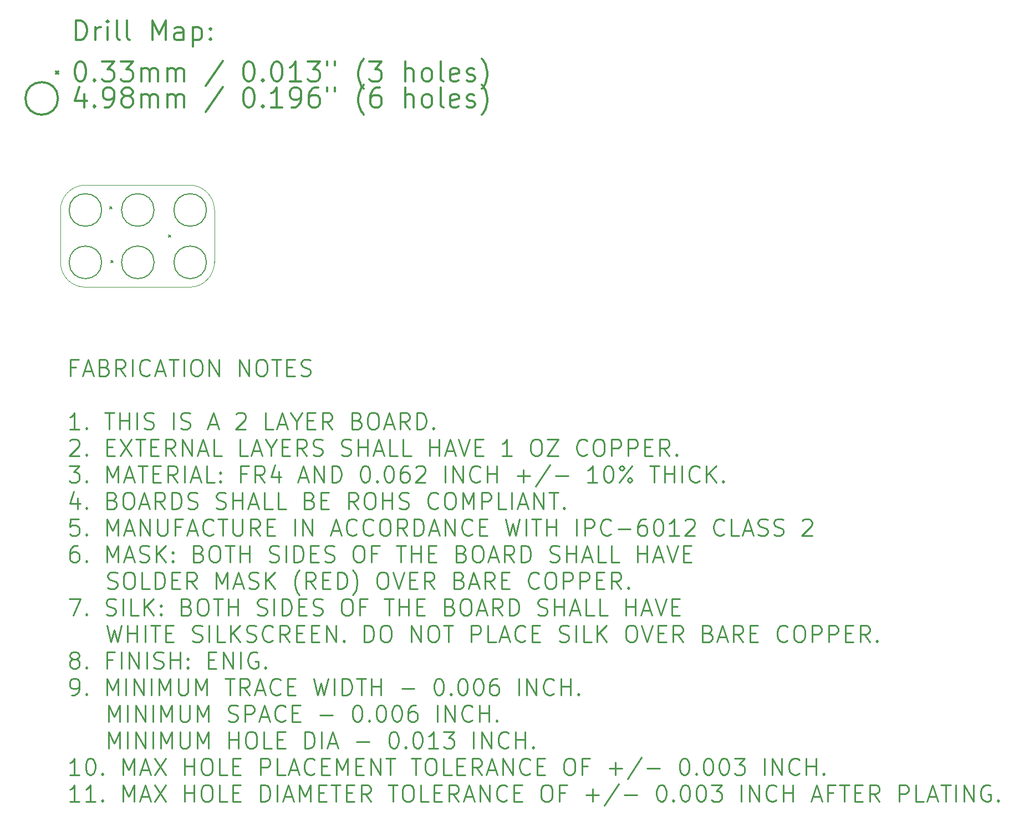
<source format=gbr>
G04 This is an RS-274x file exported by *
G04 gerbv version 2.6.0 *
G04 More information is available about gerbv at *
G04 http://gerbv.gpleda.org/ *
G04 --End of header info--*
%MOIN*%
%FSLAX34Y34*%
%IPPOS*%
G04 --Define apertures--*
%ADD10C,0.0050*%
%ADD11C,0.0079*%
%ADD12C,0.0118*%
%ADD13C,0.0138*%
%ADD14C,0.0016*%
%ADD15C,0.0100*%
G04 --Start main section--*
G54D11*
G01X0003120Y-011862D02*
G01X0003250Y-011992D01*
G01X0003250Y-011862D02*
G01X0003120Y-011992D01*
G01X0003198Y-015098D02*
G01X0003328Y-015228D01*
G01X0003328Y-015098D02*
G01X0003198Y-015228D01*
G01X0006663Y-013562D02*
G01X0006793Y-013692D01*
G01X0006793Y-013562D02*
G01X0006663Y-013692D01*
G01X0002629Y-012052D02*
G75*
G03X0002629Y-012052I-000980J0000000D01*
G01X0002629Y-015202D02*
G75*
G03X0002629Y-015202I-000980J0000000D01*
G01X0005779Y-012052D02*
G75*
G03X0005779Y-012052I-000980J0000000D01*
G01X0005779Y-015202D02*
G75*
G03X0005779Y-015202I-000980J0000000D01*
G01X0008928Y-012052D02*
G75*
G03X0008928Y-012052I-000980J0000000D01*
G01X0008928Y-015202D02*
G75*
G03X0008928Y-015202I-000980J0000000D01*
G54D12*
G01X0001069Y-001834D02*
G01X0001069Y-000652D01*
G01X0001069Y-000652D02*
G01X0001350Y-000652D01*
G01X0001350Y-000652D02*
G01X0001519Y-000709D01*
G01X0001519Y-000709D02*
G01X0001631Y-000821D01*
G01X0001631Y-000821D02*
G01X0001687Y-000934D01*
G01X0001687Y-000934D02*
G01X0001744Y-001159D01*
G01X0001744Y-001159D02*
G01X0001744Y-001327D01*
G01X0001744Y-001327D02*
G01X0001687Y-001552D01*
G01X0001687Y-001552D02*
G01X0001631Y-001665D01*
G01X0001631Y-001665D02*
G01X0001519Y-001777D01*
G01X0001519Y-001777D02*
G01X0001350Y-001834D01*
G01X0001350Y-001834D02*
G01X0001069Y-001834D01*
G01X0002250Y-001834D02*
G01X0002250Y-001046D01*
G01X0002250Y-001271D02*
G01X0002306Y-001159D01*
G01X0002306Y-001159D02*
G01X0002362Y-001102D01*
G01X0002362Y-001102D02*
G01X0002475Y-001046D01*
G01X0002475Y-001046D02*
G01X0002587Y-001046D01*
G01X0002981Y-001834D02*
G01X0002981Y-001046D01*
G01X0002981Y-000652D02*
G01X0002925Y-000709D01*
G01X0002925Y-000709D02*
G01X0002981Y-000765D01*
G01X0002981Y-000765D02*
G01X0003037Y-000709D01*
G01X0003037Y-000709D02*
G01X0002981Y-000652D01*
G01X0002981Y-000652D02*
G01X0002981Y-000765D01*
G01X0003712Y-001834D02*
G01X0003600Y-001777D01*
G01X0003600Y-001777D02*
G01X0003543Y-001665D01*
G01X0003543Y-001665D02*
G01X0003543Y-000652D01*
G01X0004331Y-001834D02*
G01X0004218Y-001777D01*
G01X0004218Y-001777D02*
G01X0004162Y-001665D01*
G01X0004162Y-001665D02*
G01X0004162Y-000652D01*
G01X0005681Y-001834D02*
G01X0005681Y-000652D01*
G01X0005681Y-000652D02*
G01X0006074Y-001496D01*
G01X0006074Y-001496D02*
G01X0006468Y-000652D01*
G01X0006468Y-000652D02*
G01X0006468Y-001834D01*
G01X0007537Y-001834D02*
G01X0007537Y-001215D01*
G01X0007537Y-001215D02*
G01X0007480Y-001102D01*
G01X0007480Y-001102D02*
G01X0007368Y-001046D01*
G01X0007368Y-001046D02*
G01X0007143Y-001046D01*
G01X0007143Y-001046D02*
G01X0007030Y-001102D01*
G01X0007537Y-001777D02*
G01X0007424Y-001834D01*
G01X0007424Y-001834D02*
G01X0007143Y-001834D01*
G01X0007143Y-001834D02*
G01X0007030Y-001777D01*
G01X0007030Y-001777D02*
G01X0006974Y-001665D01*
G01X0006974Y-001665D02*
G01X0006974Y-001552D01*
G01X0006974Y-001552D02*
G01X0007030Y-001440D01*
G01X0007030Y-001440D02*
G01X0007143Y-001384D01*
G01X0007143Y-001384D02*
G01X0007424Y-001384D01*
G01X0007424Y-001384D02*
G01X0007537Y-001327D01*
G01X0008099Y-001046D02*
G01X0008099Y-002227D01*
G01X0008099Y-001102D02*
G01X0008211Y-001046D01*
G01X0008211Y-001046D02*
G01X0008436Y-001046D01*
G01X0008436Y-001046D02*
G01X0008549Y-001102D01*
G01X0008549Y-001102D02*
G01X0008605Y-001159D01*
G01X0008605Y-001159D02*
G01X0008661Y-001271D01*
G01X0008661Y-001271D02*
G01X0008661Y-001609D01*
G01X0008661Y-001609D02*
G01X0008605Y-001721D01*
G01X0008605Y-001721D02*
G01X0008549Y-001777D01*
G01X0008549Y-001777D02*
G01X0008436Y-001834D01*
G01X0008436Y-001834D02*
G01X0008211Y-001834D01*
G01X0008211Y-001834D02*
G01X0008099Y-001777D01*
G01X0009168Y-001721D02*
G01X0009224Y-001777D01*
G01X0009224Y-001777D02*
G01X0009168Y-001834D01*
G01X0009168Y-001834D02*
G01X0009111Y-001777D01*
G01X0009111Y-001777D02*
G01X0009168Y-001721D01*
G01X0009168Y-001721D02*
G01X0009168Y-001834D01*
G01X0009168Y-001102D02*
G01X0009224Y-001159D01*
G01X0009224Y-001159D02*
G01X0009168Y-001215D01*
G01X0009168Y-001215D02*
G01X0009111Y-001159D01*
G01X0009111Y-001159D02*
G01X0009168Y-001102D01*
G01X0009168Y-001102D02*
G01X0009168Y-001215D01*
G01X-000130Y-003715D02*
G01X0000000Y-003845D01*
G01X0000000Y-003715D02*
G01X-000130Y-003845D01*
G01X0001294Y-003133D02*
G01X0001406Y-003133D01*
G01X0001406Y-003133D02*
G01X0001519Y-003189D01*
G01X0001519Y-003189D02*
G01X0001575Y-003245D01*
G01X0001575Y-003245D02*
G01X0001631Y-003358D01*
G01X0001631Y-003358D02*
G01X0001687Y-003583D01*
G01X0001687Y-003583D02*
G01X0001687Y-003864D01*
G01X0001687Y-003864D02*
G01X0001631Y-004089D01*
G01X0001631Y-004089D02*
G01X0001575Y-004201D01*
G01X0001575Y-004201D02*
G01X0001519Y-004258D01*
G01X0001519Y-004258D02*
G01X0001406Y-004314D01*
G01X0001406Y-004314D02*
G01X0001294Y-004314D01*
G01X0001294Y-004314D02*
G01X0001181Y-004258D01*
G01X0001181Y-004258D02*
G01X0001125Y-004201D01*
G01X0001125Y-004201D02*
G01X0001069Y-004089D01*
G01X0001069Y-004089D02*
G01X0001012Y-003864D01*
G01X0001012Y-003864D02*
G01X0001012Y-003583D01*
G01X0001012Y-003583D02*
G01X0001069Y-003358D01*
G01X0001069Y-003358D02*
G01X0001125Y-003245D01*
G01X0001125Y-003245D02*
G01X0001181Y-003189D01*
G01X0001181Y-003189D02*
G01X0001294Y-003133D01*
G01X0002193Y-004201D02*
G01X0002250Y-004258D01*
G01X0002250Y-004258D02*
G01X0002193Y-004314D01*
G01X0002193Y-004314D02*
G01X0002137Y-004258D01*
G01X0002137Y-004258D02*
G01X0002193Y-004201D01*
G01X0002193Y-004201D02*
G01X0002193Y-004314D01*
G01X0002643Y-003133D02*
G01X0003375Y-003133D01*
G01X0003375Y-003133D02*
G01X0002981Y-003583D01*
G01X0002981Y-003583D02*
G01X0003150Y-003583D01*
G01X0003150Y-003583D02*
G01X0003262Y-003639D01*
G01X0003262Y-003639D02*
G01X0003318Y-003695D01*
G01X0003318Y-003695D02*
G01X0003375Y-003808D01*
G01X0003375Y-003808D02*
G01X0003375Y-004089D01*
G01X0003375Y-004089D02*
G01X0003318Y-004201D01*
G01X0003318Y-004201D02*
G01X0003262Y-004258D01*
G01X0003262Y-004258D02*
G01X0003150Y-004314D01*
G01X0003150Y-004314D02*
G01X0002812Y-004314D01*
G01X0002812Y-004314D02*
G01X0002700Y-004258D01*
G01X0002700Y-004258D02*
G01X0002643Y-004201D01*
G01X0003768Y-003133D02*
G01X0004499Y-003133D01*
G01X0004499Y-003133D02*
G01X0004106Y-003583D01*
G01X0004106Y-003583D02*
G01X0004274Y-003583D01*
G01X0004274Y-003583D02*
G01X0004387Y-003639D01*
G01X0004387Y-003639D02*
G01X0004443Y-003695D01*
G01X0004443Y-003695D02*
G01X0004499Y-003808D01*
G01X0004499Y-003808D02*
G01X0004499Y-004089D01*
G01X0004499Y-004089D02*
G01X0004443Y-004201D01*
G01X0004443Y-004201D02*
G01X0004387Y-004258D01*
G01X0004387Y-004258D02*
G01X0004274Y-004314D01*
G01X0004274Y-004314D02*
G01X0003937Y-004314D01*
G01X0003937Y-004314D02*
G01X0003825Y-004258D01*
G01X0003825Y-004258D02*
G01X0003768Y-004201D01*
G01X0005006Y-004314D02*
G01X0005006Y-003526D01*
G01X0005006Y-003639D02*
G01X0005062Y-003583D01*
G01X0005062Y-003583D02*
G01X0005174Y-003526D01*
G01X0005174Y-003526D02*
G01X0005343Y-003526D01*
G01X0005343Y-003526D02*
G01X0005456Y-003583D01*
G01X0005456Y-003583D02*
G01X0005512Y-003695D01*
G01X0005512Y-003695D02*
G01X0005512Y-004314D01*
G01X0005512Y-003695D02*
G01X0005568Y-003583D01*
G01X0005568Y-003583D02*
G01X0005681Y-003526D01*
G01X0005681Y-003526D02*
G01X0005849Y-003526D01*
G01X0005849Y-003526D02*
G01X0005962Y-003583D01*
G01X0005962Y-003583D02*
G01X0006018Y-003695D01*
G01X0006018Y-003695D02*
G01X0006018Y-004314D01*
G01X0006580Y-004314D02*
G01X0006580Y-003526D01*
G01X0006580Y-003639D02*
G01X0006637Y-003583D01*
G01X0006637Y-003583D02*
G01X0006749Y-003526D01*
G01X0006749Y-003526D02*
G01X0006918Y-003526D01*
G01X0006918Y-003526D02*
G01X0007030Y-003583D01*
G01X0007030Y-003583D02*
G01X0007087Y-003695D01*
G01X0007087Y-003695D02*
G01X0007087Y-004314D01*
G01X0007087Y-003695D02*
G01X0007143Y-003583D01*
G01X0007143Y-003583D02*
G01X0007255Y-003526D01*
G01X0007255Y-003526D02*
G01X0007424Y-003526D01*
G01X0007424Y-003526D02*
G01X0007537Y-003583D01*
G01X0007537Y-003583D02*
G01X0007593Y-003695D01*
G01X0007593Y-003695D02*
G01X0007593Y-004314D01*
G01X0009899Y-003076D02*
G01X0008886Y-004595D01*
G01X0011417Y-003133D02*
G01X0011530Y-003133D01*
G01X0011530Y-003133D02*
G01X0011642Y-003189D01*
G01X0011642Y-003189D02*
G01X0011699Y-003245D01*
G01X0011699Y-003245D02*
G01X0011755Y-003358D01*
G01X0011755Y-003358D02*
G01X0011811Y-003583D01*
G01X0011811Y-003583D02*
G01X0011811Y-003864D01*
G01X0011811Y-003864D02*
G01X0011755Y-004089D01*
G01X0011755Y-004089D02*
G01X0011699Y-004201D01*
G01X0011699Y-004201D02*
G01X0011642Y-004258D01*
G01X0011642Y-004258D02*
G01X0011530Y-004314D01*
G01X0011530Y-004314D02*
G01X0011417Y-004314D01*
G01X0011417Y-004314D02*
G01X0011305Y-004258D01*
G01X0011305Y-004258D02*
G01X0011249Y-004201D01*
G01X0011249Y-004201D02*
G01X0011192Y-004089D01*
G01X0011192Y-004089D02*
G01X0011136Y-003864D01*
G01X0011136Y-003864D02*
G01X0011136Y-003583D01*
G01X0011136Y-003583D02*
G01X0011192Y-003358D01*
G01X0011192Y-003358D02*
G01X0011249Y-003245D01*
G01X0011249Y-003245D02*
G01X0011305Y-003189D01*
G01X0011305Y-003189D02*
G01X0011417Y-003133D01*
G01X0012317Y-004201D02*
G01X0012373Y-004258D01*
G01X0012373Y-004258D02*
G01X0012317Y-004314D01*
G01X0012317Y-004314D02*
G01X0012261Y-004258D01*
G01X0012261Y-004258D02*
G01X0012317Y-004201D01*
G01X0012317Y-004201D02*
G01X0012317Y-004314D01*
G01X0013105Y-003133D02*
G01X0013217Y-003133D01*
G01X0013217Y-003133D02*
G01X0013330Y-003189D01*
G01X0013330Y-003189D02*
G01X0013386Y-003245D01*
G01X0013386Y-003245D02*
G01X0013442Y-003358D01*
G01X0013442Y-003358D02*
G01X0013498Y-003583D01*
G01X0013498Y-003583D02*
G01X0013498Y-003864D01*
G01X0013498Y-003864D02*
G01X0013442Y-004089D01*
G01X0013442Y-004089D02*
G01X0013386Y-004201D01*
G01X0013386Y-004201D02*
G01X0013330Y-004258D01*
G01X0013330Y-004258D02*
G01X0013217Y-004314D01*
G01X0013217Y-004314D02*
G01X0013105Y-004314D01*
G01X0013105Y-004314D02*
G01X0012992Y-004258D01*
G01X0012992Y-004258D02*
G01X0012936Y-004201D01*
G01X0012936Y-004201D02*
G01X0012880Y-004089D01*
G01X0012880Y-004089D02*
G01X0012823Y-003864D01*
G01X0012823Y-003864D02*
G01X0012823Y-003583D01*
G01X0012823Y-003583D02*
G01X0012880Y-003358D01*
G01X0012880Y-003358D02*
G01X0012936Y-003245D01*
G01X0012936Y-003245D02*
G01X0012992Y-003189D01*
G01X0012992Y-003189D02*
G01X0013105Y-003133D01*
G01X0014623Y-004314D02*
G01X0013948Y-004314D01*
G01X0014286Y-004314D02*
G01X0014286Y-003133D01*
G01X0014286Y-003133D02*
G01X0014173Y-003301D01*
G01X0014173Y-003301D02*
G01X0014061Y-003414D01*
G01X0014061Y-003414D02*
G01X0013948Y-003470D01*
G01X0015017Y-003133D02*
G01X0015748Y-003133D01*
G01X0015748Y-003133D02*
G01X0015354Y-003583D01*
G01X0015354Y-003583D02*
G01X0015523Y-003583D01*
G01X0015523Y-003583D02*
G01X0015636Y-003639D01*
G01X0015636Y-003639D02*
G01X0015692Y-003695D01*
G01X0015692Y-003695D02*
G01X0015748Y-003808D01*
G01X0015748Y-003808D02*
G01X0015748Y-004089D01*
G01X0015748Y-004089D02*
G01X0015692Y-004201D01*
G01X0015692Y-004201D02*
G01X0015636Y-004258D01*
G01X0015636Y-004258D02*
G01X0015523Y-004314D01*
G01X0015523Y-004314D02*
G01X0015186Y-004314D01*
G01X0015186Y-004314D02*
G01X0015073Y-004258D01*
G01X0015073Y-004258D02*
G01X0015017Y-004201D01*
G01X0016198Y-003133D02*
G01X0016198Y-003358D01*
G01X0016648Y-003133D02*
G01X0016648Y-003358D01*
G01X0018391Y-004764D02*
G01X0018335Y-004708D01*
G01X0018335Y-004708D02*
G01X0018223Y-004539D01*
G01X0018223Y-004539D02*
G01X0018166Y-004426D01*
G01X0018166Y-004426D02*
G01X0018110Y-004258D01*
G01X0018110Y-004258D02*
G01X0018054Y-003976D01*
G01X0018054Y-003976D02*
G01X0018054Y-003751D01*
G01X0018054Y-003751D02*
G01X0018110Y-003470D01*
G01X0018110Y-003470D02*
G01X0018166Y-003301D01*
G01X0018166Y-003301D02*
G01X0018223Y-003189D01*
G01X0018223Y-003189D02*
G01X0018335Y-003020D01*
G01X0018335Y-003020D02*
G01X0018391Y-002964D01*
G01X0018729Y-003133D02*
G01X0019460Y-003133D01*
G01X0019460Y-003133D02*
G01X0019066Y-003583D01*
G01X0019066Y-003583D02*
G01X0019235Y-003583D01*
G01X0019235Y-003583D02*
G01X0019348Y-003639D01*
G01X0019348Y-003639D02*
G01X0019404Y-003695D01*
G01X0019404Y-003695D02*
G01X0019460Y-003808D01*
G01X0019460Y-003808D02*
G01X0019460Y-004089D01*
G01X0019460Y-004089D02*
G01X0019404Y-004201D01*
G01X0019404Y-004201D02*
G01X0019348Y-004258D01*
G01X0019348Y-004258D02*
G01X0019235Y-004314D01*
G01X0019235Y-004314D02*
G01X0018898Y-004314D01*
G01X0018898Y-004314D02*
G01X0018785Y-004258D01*
G01X0018785Y-004258D02*
G01X0018729Y-004201D01*
G01X0020866Y-004314D02*
G01X0020866Y-003133D01*
G01X0021372Y-004314D02*
G01X0021372Y-003695D01*
G01X0021372Y-003695D02*
G01X0021316Y-003583D01*
G01X0021316Y-003583D02*
G01X0021204Y-003526D01*
G01X0021204Y-003526D02*
G01X0021035Y-003526D01*
G01X0021035Y-003526D02*
G01X0020922Y-003583D01*
G01X0020922Y-003583D02*
G01X0020866Y-003639D01*
G01X0022103Y-004314D02*
G01X0021991Y-004258D01*
G01X0021991Y-004258D02*
G01X0021935Y-004201D01*
G01X0021935Y-004201D02*
G01X0021879Y-004089D01*
G01X0021879Y-004089D02*
G01X0021879Y-003751D01*
G01X0021879Y-003751D02*
G01X0021935Y-003639D01*
G01X0021935Y-003639D02*
G01X0021991Y-003583D01*
G01X0021991Y-003583D02*
G01X0022103Y-003526D01*
G01X0022103Y-003526D02*
G01X0022272Y-003526D01*
G01X0022272Y-003526D02*
G01X0022385Y-003583D01*
G01X0022385Y-003583D02*
G01X0022441Y-003639D01*
G01X0022441Y-003639D02*
G01X0022497Y-003751D01*
G01X0022497Y-003751D02*
G01X0022497Y-004089D01*
G01X0022497Y-004089D02*
G01X0022441Y-004201D01*
G01X0022441Y-004201D02*
G01X0022385Y-004258D01*
G01X0022385Y-004258D02*
G01X0022272Y-004314D01*
G01X0022272Y-004314D02*
G01X0022103Y-004314D01*
G01X0023172Y-004314D02*
G01X0023060Y-004258D01*
G01X0023060Y-004258D02*
G01X0023003Y-004145D01*
G01X0023003Y-004145D02*
G01X0023003Y-003133D01*
G01X0024072Y-004258D02*
G01X0023960Y-004314D01*
G01X0023960Y-004314D02*
G01X0023735Y-004314D01*
G01X0023735Y-004314D02*
G01X0023622Y-004258D01*
G01X0023622Y-004258D02*
G01X0023566Y-004145D01*
G01X0023566Y-004145D02*
G01X0023566Y-003695D01*
G01X0023566Y-003695D02*
G01X0023622Y-003583D01*
G01X0023622Y-003583D02*
G01X0023735Y-003526D01*
G01X0023735Y-003526D02*
G01X0023960Y-003526D01*
G01X0023960Y-003526D02*
G01X0024072Y-003583D01*
G01X0024072Y-003583D02*
G01X0024128Y-003695D01*
G01X0024128Y-003695D02*
G01X0024128Y-003808D01*
G01X0024128Y-003808D02*
G01X0023566Y-003920D01*
G01X0024578Y-004258D02*
G01X0024691Y-004314D01*
G01X0024691Y-004314D02*
G01X0024916Y-004314D01*
G01X0024916Y-004314D02*
G01X0025028Y-004258D01*
G01X0025028Y-004258D02*
G01X0025084Y-004145D01*
G01X0025084Y-004145D02*
G01X0025084Y-004089D01*
G01X0025084Y-004089D02*
G01X0025028Y-003976D01*
G01X0025028Y-003976D02*
G01X0024916Y-003920D01*
G01X0024916Y-003920D02*
G01X0024747Y-003920D01*
G01X0024747Y-003920D02*
G01X0024634Y-003864D01*
G01X0024634Y-003864D02*
G01X0024578Y-003751D01*
G01X0024578Y-003751D02*
G01X0024578Y-003695D01*
G01X0024578Y-003695D02*
G01X0024634Y-003583D01*
G01X0024634Y-003583D02*
G01X0024747Y-003526D01*
G01X0024747Y-003526D02*
G01X0024916Y-003526D01*
G01X0024916Y-003526D02*
G01X0025028Y-003583D01*
G01X0025478Y-004764D02*
G01X0025534Y-004708D01*
G01X0025534Y-004708D02*
G01X0025647Y-004539D01*
G01X0025647Y-004539D02*
G01X0025703Y-004426D01*
G01X0025703Y-004426D02*
G01X0025759Y-004258D01*
G01X0025759Y-004258D02*
G01X0025816Y-003976D01*
G01X0025816Y-003976D02*
G01X0025816Y-003751D01*
G01X0025816Y-003751D02*
G01X0025759Y-003470D01*
G01X0025759Y-003470D02*
G01X0025703Y-003301D01*
G01X0025703Y-003301D02*
G01X0025647Y-003189D01*
G01X0025647Y-003189D02*
G01X0025534Y-003020D01*
G01X0025534Y-003020D02*
G01X0025478Y-002964D01*
G01X0000000Y-005339D02*
G75*
G03X0000000Y-005339I-000980J0000000D01*
G01X0001575Y-005085D02*
G01X0001575Y-005873D01*
G01X0001294Y-004636D02*
G01X0001012Y-005479D01*
G01X0001012Y-005479D02*
G01X0001744Y-005479D01*
G01X0002193Y-005760D02*
G01X0002250Y-005817D01*
G01X0002250Y-005817D02*
G01X0002193Y-005873D01*
G01X0002193Y-005873D02*
G01X0002137Y-005817D01*
G01X0002137Y-005817D02*
G01X0002193Y-005760D01*
G01X0002193Y-005760D02*
G01X0002193Y-005873D01*
G01X0002812Y-005873D02*
G01X0003037Y-005873D01*
G01X0003037Y-005873D02*
G01X0003150Y-005817D01*
G01X0003150Y-005817D02*
G01X0003206Y-005760D01*
G01X0003206Y-005760D02*
G01X0003318Y-005592D01*
G01X0003318Y-005592D02*
G01X0003375Y-005367D01*
G01X0003375Y-005367D02*
G01X0003375Y-004917D01*
G01X0003375Y-004917D02*
G01X0003318Y-004804D01*
G01X0003318Y-004804D02*
G01X0003262Y-004748D01*
G01X0003262Y-004748D02*
G01X0003150Y-004692D01*
G01X0003150Y-004692D02*
G01X0002925Y-004692D01*
G01X0002925Y-004692D02*
G01X0002812Y-004748D01*
G01X0002812Y-004748D02*
G01X0002756Y-004804D01*
G01X0002756Y-004804D02*
G01X0002700Y-004917D01*
G01X0002700Y-004917D02*
G01X0002700Y-005198D01*
G01X0002700Y-005198D02*
G01X0002756Y-005310D01*
G01X0002756Y-005310D02*
G01X0002812Y-005367D01*
G01X0002812Y-005367D02*
G01X0002925Y-005423D01*
G01X0002925Y-005423D02*
G01X0003150Y-005423D01*
G01X0003150Y-005423D02*
G01X0003262Y-005367D01*
G01X0003262Y-005367D02*
G01X0003318Y-005310D01*
G01X0003318Y-005310D02*
G01X0003375Y-005198D01*
G01X0004049Y-005198D02*
G01X0003937Y-005142D01*
G01X0003937Y-005142D02*
G01X0003881Y-005085D01*
G01X0003881Y-005085D02*
G01X0003825Y-004973D01*
G01X0003825Y-004973D02*
G01X0003825Y-004917D01*
G01X0003825Y-004917D02*
G01X0003881Y-004804D01*
G01X0003881Y-004804D02*
G01X0003937Y-004748D01*
G01X0003937Y-004748D02*
G01X0004049Y-004692D01*
G01X0004049Y-004692D02*
G01X0004274Y-004692D01*
G01X0004274Y-004692D02*
G01X0004387Y-004748D01*
G01X0004387Y-004748D02*
G01X0004443Y-004804D01*
G01X0004443Y-004804D02*
G01X0004499Y-004917D01*
G01X0004499Y-004917D02*
G01X0004499Y-004973D01*
G01X0004499Y-004973D02*
G01X0004443Y-005085D01*
G01X0004443Y-005085D02*
G01X0004387Y-005142D01*
G01X0004387Y-005142D02*
G01X0004274Y-005198D01*
G01X0004274Y-005198D02*
G01X0004049Y-005198D01*
G01X0004049Y-005198D02*
G01X0003937Y-005254D01*
G01X0003937Y-005254D02*
G01X0003881Y-005310D01*
G01X0003881Y-005310D02*
G01X0003825Y-005423D01*
G01X0003825Y-005423D02*
G01X0003825Y-005648D01*
G01X0003825Y-005648D02*
G01X0003881Y-005760D01*
G01X0003881Y-005760D02*
G01X0003937Y-005817D01*
G01X0003937Y-005817D02*
G01X0004049Y-005873D01*
G01X0004049Y-005873D02*
G01X0004274Y-005873D01*
G01X0004274Y-005873D02*
G01X0004387Y-005817D01*
G01X0004387Y-005817D02*
G01X0004443Y-005760D01*
G01X0004443Y-005760D02*
G01X0004499Y-005648D01*
G01X0004499Y-005648D02*
G01X0004499Y-005423D01*
G01X0004499Y-005423D02*
G01X0004443Y-005310D01*
G01X0004443Y-005310D02*
G01X0004387Y-005254D01*
G01X0004387Y-005254D02*
G01X0004274Y-005198D01*
G01X0005006Y-005873D02*
G01X0005006Y-005085D01*
G01X0005006Y-005198D02*
G01X0005062Y-005142D01*
G01X0005062Y-005142D02*
G01X0005174Y-005085D01*
G01X0005174Y-005085D02*
G01X0005343Y-005085D01*
G01X0005343Y-005085D02*
G01X0005456Y-005142D01*
G01X0005456Y-005142D02*
G01X0005512Y-005254D01*
G01X0005512Y-005254D02*
G01X0005512Y-005873D01*
G01X0005512Y-005254D02*
G01X0005568Y-005142D01*
G01X0005568Y-005142D02*
G01X0005681Y-005085D01*
G01X0005681Y-005085D02*
G01X0005849Y-005085D01*
G01X0005849Y-005085D02*
G01X0005962Y-005142D01*
G01X0005962Y-005142D02*
G01X0006018Y-005254D01*
G01X0006018Y-005254D02*
G01X0006018Y-005873D01*
G01X0006580Y-005873D02*
G01X0006580Y-005085D01*
G01X0006580Y-005198D02*
G01X0006637Y-005142D01*
G01X0006637Y-005142D02*
G01X0006749Y-005085D01*
G01X0006749Y-005085D02*
G01X0006918Y-005085D01*
G01X0006918Y-005085D02*
G01X0007030Y-005142D01*
G01X0007030Y-005142D02*
G01X0007087Y-005254D01*
G01X0007087Y-005254D02*
G01X0007087Y-005873D01*
G01X0007087Y-005254D02*
G01X0007143Y-005142D01*
G01X0007143Y-005142D02*
G01X0007255Y-005085D01*
G01X0007255Y-005085D02*
G01X0007424Y-005085D01*
G01X0007424Y-005085D02*
G01X0007537Y-005142D01*
G01X0007537Y-005142D02*
G01X0007593Y-005254D01*
G01X0007593Y-005254D02*
G01X0007593Y-005873D01*
G01X0009899Y-004636D02*
G01X0008886Y-006154D01*
G01X0011417Y-004692D02*
G01X0011530Y-004692D01*
G01X0011530Y-004692D02*
G01X0011642Y-004748D01*
G01X0011642Y-004748D02*
G01X0011699Y-004804D01*
G01X0011699Y-004804D02*
G01X0011755Y-004917D01*
G01X0011755Y-004917D02*
G01X0011811Y-005142D01*
G01X0011811Y-005142D02*
G01X0011811Y-005423D01*
G01X0011811Y-005423D02*
G01X0011755Y-005648D01*
G01X0011755Y-005648D02*
G01X0011699Y-005760D01*
G01X0011699Y-005760D02*
G01X0011642Y-005817D01*
G01X0011642Y-005817D02*
G01X0011530Y-005873D01*
G01X0011530Y-005873D02*
G01X0011417Y-005873D01*
G01X0011417Y-005873D02*
G01X0011305Y-005817D01*
G01X0011305Y-005817D02*
G01X0011249Y-005760D01*
G01X0011249Y-005760D02*
G01X0011192Y-005648D01*
G01X0011192Y-005648D02*
G01X0011136Y-005423D01*
G01X0011136Y-005423D02*
G01X0011136Y-005142D01*
G01X0011136Y-005142D02*
G01X0011192Y-004917D01*
G01X0011192Y-004917D02*
G01X0011249Y-004804D01*
G01X0011249Y-004804D02*
G01X0011305Y-004748D01*
G01X0011305Y-004748D02*
G01X0011417Y-004692D01*
G01X0012317Y-005760D02*
G01X0012373Y-005817D01*
G01X0012373Y-005817D02*
G01X0012317Y-005873D01*
G01X0012317Y-005873D02*
G01X0012261Y-005817D01*
G01X0012261Y-005817D02*
G01X0012317Y-005760D01*
G01X0012317Y-005760D02*
G01X0012317Y-005873D01*
G01X0013498Y-005873D02*
G01X0012823Y-005873D01*
G01X0013161Y-005873D02*
G01X0013161Y-004692D01*
G01X0013161Y-004692D02*
G01X0013048Y-004861D01*
G01X0013048Y-004861D02*
G01X0012936Y-004973D01*
G01X0012936Y-004973D02*
G01X0012823Y-005029D01*
G01X0014061Y-005873D02*
G01X0014286Y-005873D01*
G01X0014286Y-005873D02*
G01X0014398Y-005817D01*
G01X0014398Y-005817D02*
G01X0014454Y-005760D01*
G01X0014454Y-005760D02*
G01X0014567Y-005592D01*
G01X0014567Y-005592D02*
G01X0014623Y-005367D01*
G01X0014623Y-005367D02*
G01X0014623Y-004917D01*
G01X0014623Y-004917D02*
G01X0014567Y-004804D01*
G01X0014567Y-004804D02*
G01X0014511Y-004748D01*
G01X0014511Y-004748D02*
G01X0014398Y-004692D01*
G01X0014398Y-004692D02*
G01X0014173Y-004692D01*
G01X0014173Y-004692D02*
G01X0014061Y-004748D01*
G01X0014061Y-004748D02*
G01X0014005Y-004804D01*
G01X0014005Y-004804D02*
G01X0013948Y-004917D01*
G01X0013948Y-004917D02*
G01X0013948Y-005198D01*
G01X0013948Y-005198D02*
G01X0014005Y-005310D01*
G01X0014005Y-005310D02*
G01X0014061Y-005367D01*
G01X0014061Y-005367D02*
G01X0014173Y-005423D01*
G01X0014173Y-005423D02*
G01X0014398Y-005423D01*
G01X0014398Y-005423D02*
G01X0014511Y-005367D01*
G01X0014511Y-005367D02*
G01X0014567Y-005310D01*
G01X0014567Y-005310D02*
G01X0014623Y-005198D01*
G01X0015636Y-004692D02*
G01X0015411Y-004692D01*
G01X0015411Y-004692D02*
G01X0015298Y-004748D01*
G01X0015298Y-004748D02*
G01X0015242Y-004804D01*
G01X0015242Y-004804D02*
G01X0015129Y-004973D01*
G01X0015129Y-004973D02*
G01X0015073Y-005198D01*
G01X0015073Y-005198D02*
G01X0015073Y-005648D01*
G01X0015073Y-005648D02*
G01X0015129Y-005760D01*
G01X0015129Y-005760D02*
G01X0015186Y-005817D01*
G01X0015186Y-005817D02*
G01X0015298Y-005873D01*
G01X0015298Y-005873D02*
G01X0015523Y-005873D01*
G01X0015523Y-005873D02*
G01X0015636Y-005817D01*
G01X0015636Y-005817D02*
G01X0015692Y-005760D01*
G01X0015692Y-005760D02*
G01X0015748Y-005648D01*
G01X0015748Y-005648D02*
G01X0015748Y-005367D01*
G01X0015748Y-005367D02*
G01X0015692Y-005254D01*
G01X0015692Y-005254D02*
G01X0015636Y-005198D01*
G01X0015636Y-005198D02*
G01X0015523Y-005142D01*
G01X0015523Y-005142D02*
G01X0015298Y-005142D01*
G01X0015298Y-005142D02*
G01X0015186Y-005198D01*
G01X0015186Y-005198D02*
G01X0015129Y-005254D01*
G01X0015129Y-005254D02*
G01X0015073Y-005367D01*
G01X0016198Y-004692D02*
G01X0016198Y-004917D01*
G01X0016648Y-004692D02*
G01X0016648Y-004917D01*
G01X0018391Y-006323D02*
G01X0018335Y-006267D01*
G01X0018335Y-006267D02*
G01X0018223Y-006098D01*
G01X0018223Y-006098D02*
G01X0018166Y-005985D01*
G01X0018166Y-005985D02*
G01X0018110Y-005817D01*
G01X0018110Y-005817D02*
G01X0018054Y-005535D01*
G01X0018054Y-005535D02*
G01X0018054Y-005310D01*
G01X0018054Y-005310D02*
G01X0018110Y-005029D01*
G01X0018110Y-005029D02*
G01X0018166Y-004861D01*
G01X0018166Y-004861D02*
G01X0018223Y-004748D01*
G01X0018223Y-004748D02*
G01X0018335Y-004579D01*
G01X0018335Y-004579D02*
G01X0018391Y-004523D01*
G01X0019348Y-004692D02*
G01X0019123Y-004692D01*
G01X0019123Y-004692D02*
G01X0019010Y-004748D01*
G01X0019010Y-004748D02*
G01X0018954Y-004804D01*
G01X0018954Y-004804D02*
G01X0018841Y-004973D01*
G01X0018841Y-004973D02*
G01X0018785Y-005198D01*
G01X0018785Y-005198D02*
G01X0018785Y-005648D01*
G01X0018785Y-005648D02*
G01X0018841Y-005760D01*
G01X0018841Y-005760D02*
G01X0018898Y-005817D01*
G01X0018898Y-005817D02*
G01X0019010Y-005873D01*
G01X0019010Y-005873D02*
G01X0019235Y-005873D01*
G01X0019235Y-005873D02*
G01X0019348Y-005817D01*
G01X0019348Y-005817D02*
G01X0019404Y-005760D01*
G01X0019404Y-005760D02*
G01X0019460Y-005648D01*
G01X0019460Y-005648D02*
G01X0019460Y-005367D01*
G01X0019460Y-005367D02*
G01X0019404Y-005254D01*
G01X0019404Y-005254D02*
G01X0019348Y-005198D01*
G01X0019348Y-005198D02*
G01X0019235Y-005142D01*
G01X0019235Y-005142D02*
G01X0019010Y-005142D01*
G01X0019010Y-005142D02*
G01X0018898Y-005198D01*
G01X0018898Y-005198D02*
G01X0018841Y-005254D01*
G01X0018841Y-005254D02*
G01X0018785Y-005367D01*
G01X0020866Y-005873D02*
G01X0020866Y-004692D01*
G01X0021372Y-005873D02*
G01X0021372Y-005254D01*
G01X0021372Y-005254D02*
G01X0021316Y-005142D01*
G01X0021316Y-005142D02*
G01X0021204Y-005085D01*
G01X0021204Y-005085D02*
G01X0021035Y-005085D01*
G01X0021035Y-005085D02*
G01X0020922Y-005142D01*
G01X0020922Y-005142D02*
G01X0020866Y-005198D01*
G01X0022103Y-005873D02*
G01X0021991Y-005817D01*
G01X0021991Y-005817D02*
G01X0021935Y-005760D01*
G01X0021935Y-005760D02*
G01X0021879Y-005648D01*
G01X0021879Y-005648D02*
G01X0021879Y-005310D01*
G01X0021879Y-005310D02*
G01X0021935Y-005198D01*
G01X0021935Y-005198D02*
G01X0021991Y-005142D01*
G01X0021991Y-005142D02*
G01X0022103Y-005085D01*
G01X0022103Y-005085D02*
G01X0022272Y-005085D01*
G01X0022272Y-005085D02*
G01X0022385Y-005142D01*
G01X0022385Y-005142D02*
G01X0022441Y-005198D01*
G01X0022441Y-005198D02*
G01X0022497Y-005310D01*
G01X0022497Y-005310D02*
G01X0022497Y-005648D01*
G01X0022497Y-005648D02*
G01X0022441Y-005760D01*
G01X0022441Y-005760D02*
G01X0022385Y-005817D01*
G01X0022385Y-005817D02*
G01X0022272Y-005873D01*
G01X0022272Y-005873D02*
G01X0022103Y-005873D01*
G01X0023172Y-005873D02*
G01X0023060Y-005817D01*
G01X0023060Y-005817D02*
G01X0023003Y-005704D01*
G01X0023003Y-005704D02*
G01X0023003Y-004692D01*
G01X0024072Y-005817D02*
G01X0023960Y-005873D01*
G01X0023960Y-005873D02*
G01X0023735Y-005873D01*
G01X0023735Y-005873D02*
G01X0023622Y-005817D01*
G01X0023622Y-005817D02*
G01X0023566Y-005704D01*
G01X0023566Y-005704D02*
G01X0023566Y-005254D01*
G01X0023566Y-005254D02*
G01X0023622Y-005142D01*
G01X0023622Y-005142D02*
G01X0023735Y-005085D01*
G01X0023735Y-005085D02*
G01X0023960Y-005085D01*
G01X0023960Y-005085D02*
G01X0024072Y-005142D01*
G01X0024072Y-005142D02*
G01X0024128Y-005254D01*
G01X0024128Y-005254D02*
G01X0024128Y-005367D01*
G01X0024128Y-005367D02*
G01X0023566Y-005479D01*
G01X0024578Y-005817D02*
G01X0024691Y-005873D01*
G01X0024691Y-005873D02*
G01X0024916Y-005873D01*
G01X0024916Y-005873D02*
G01X0025028Y-005817D01*
G01X0025028Y-005817D02*
G01X0025084Y-005704D01*
G01X0025084Y-005704D02*
G01X0025084Y-005648D01*
G01X0025084Y-005648D02*
G01X0025028Y-005535D01*
G01X0025028Y-005535D02*
G01X0024916Y-005479D01*
G01X0024916Y-005479D02*
G01X0024747Y-005479D01*
G01X0024747Y-005479D02*
G01X0024634Y-005423D01*
G01X0024634Y-005423D02*
G01X0024578Y-005310D01*
G01X0024578Y-005310D02*
G01X0024578Y-005254D01*
G01X0024578Y-005254D02*
G01X0024634Y-005142D01*
G01X0024634Y-005142D02*
G01X0024747Y-005085D01*
G01X0024747Y-005085D02*
G01X0024916Y-005085D01*
G01X0024916Y-005085D02*
G01X0025028Y-005142D01*
G01X0025478Y-006323D02*
G01X0025534Y-006267D01*
G01X0025534Y-006267D02*
G01X0025647Y-006098D01*
G01X0025647Y-006098D02*
G01X0025703Y-005985D01*
G01X0025703Y-005985D02*
G01X0025759Y-005817D01*
G01X0025759Y-005817D02*
G01X0025816Y-005535D01*
G01X0025816Y-005535D02*
G01X0025816Y-005310D01*
G01X0025816Y-005310D02*
G01X0025759Y-005029D01*
G01X0025759Y-005029D02*
G01X0025703Y-004861D01*
G01X0025703Y-004861D02*
G01X0025647Y-004748D01*
G01X0025647Y-004748D02*
G01X0025534Y-004579D01*
G01X0025534Y-004579D02*
G01X0025478Y-004523D01*
G01X0000000Y0000000D02*
G54D14*
G01X0007948Y-016698D02*
G75*
G03X0009402Y-015163I-000042J0001496D01*
G01X0009405Y-012052D02*
G75*
G03X0007786Y-010556I-001501J0000000D01*
G01X0001649Y-010556D02*
G75*
G03X0000153Y-012092I0000000J-001497D01*
G01X0000152Y-015202D02*
G75*
G03X0001688Y-016698I0001497J0000000D01*
G01X0000153Y-015202D02*
G01X0000153Y-012052D01*
G01X0001649Y-016698D02*
G01X0007948Y-016698D01*
G01X0001649Y-010556D02*
G01X0007830Y-010556D01*
G01X0009405Y-015202D02*
G01X0009405Y-012052D01*
G01X0000000Y0000000D02*
G54D15*
G01X0001093Y-021523D02*
G01X0000760Y-021523D01*
G01X0000760Y-022046D02*
G01X0000760Y-021046D01*
G01X0000760Y-021046D02*
G01X0001236Y-021046D01*
G01X0001570Y-021761D02*
G01X0002046Y-021761D01*
G01X0001474Y-022046D02*
G01X0001808Y-021046D01*
G01X0001808Y-021046D02*
G01X0002141Y-022046D01*
G01X0002808Y-021523D02*
G01X0002951Y-021570D01*
G01X0002951Y-021570D02*
G01X0002998Y-021618D01*
G01X0002998Y-021618D02*
G01X0003046Y-021713D01*
G01X0003046Y-021713D02*
G01X0003046Y-021856D01*
G01X0003046Y-021856D02*
G01X0002998Y-021951D01*
G01X0002998Y-021951D02*
G01X0002951Y-021999D01*
G01X0002951Y-021999D02*
G01X0002855Y-022046D01*
G01X0002855Y-022046D02*
G01X0002474Y-022046D01*
G01X0002474Y-022046D02*
G01X0002474Y-021046D01*
G01X0002474Y-021046D02*
G01X0002808Y-021046D01*
G01X0002808Y-021046D02*
G01X0002903Y-021094D01*
G01X0002903Y-021094D02*
G01X0002951Y-021142D01*
G01X0002951Y-021142D02*
G01X0002998Y-021237D01*
G01X0002998Y-021237D02*
G01X0002998Y-021332D01*
G01X0002998Y-021332D02*
G01X0002951Y-021427D01*
G01X0002951Y-021427D02*
G01X0002903Y-021475D01*
G01X0002903Y-021475D02*
G01X0002808Y-021523D01*
G01X0002808Y-021523D02*
G01X0002474Y-021523D01*
G01X0004046Y-022046D02*
G01X0003712Y-021570D01*
G01X0003474Y-022046D02*
G01X0003474Y-021046D01*
G01X0003474Y-021046D02*
G01X0003855Y-021046D01*
G01X0003855Y-021046D02*
G01X0003951Y-021094D01*
G01X0003951Y-021094D02*
G01X0003998Y-021142D01*
G01X0003998Y-021142D02*
G01X0004046Y-021237D01*
G01X0004046Y-021237D02*
G01X0004046Y-021380D01*
G01X0004046Y-021380D02*
G01X0003998Y-021475D01*
G01X0003998Y-021475D02*
G01X0003951Y-021523D01*
G01X0003951Y-021523D02*
G01X0003855Y-021570D01*
G01X0003855Y-021570D02*
G01X0003474Y-021570D01*
G01X0004474Y-022046D02*
G01X0004474Y-021046D01*
G01X0005522Y-021951D02*
G01X0005474Y-021999D01*
G01X0005474Y-021999D02*
G01X0005332Y-022046D01*
G01X0005332Y-022046D02*
G01X0005236Y-022046D01*
G01X0005236Y-022046D02*
G01X0005093Y-021999D01*
G01X0005093Y-021999D02*
G01X0004998Y-021904D01*
G01X0004998Y-021904D02*
G01X0004951Y-021808D01*
G01X0004951Y-021808D02*
G01X0004903Y-021618D01*
G01X0004903Y-021618D02*
G01X0004903Y-021475D01*
G01X0004903Y-021475D02*
G01X0004951Y-021284D01*
G01X0004951Y-021284D02*
G01X0004998Y-021189D01*
G01X0004998Y-021189D02*
G01X0005093Y-021094D01*
G01X0005093Y-021094D02*
G01X0005236Y-021046D01*
G01X0005236Y-021046D02*
G01X0005332Y-021046D01*
G01X0005332Y-021046D02*
G01X0005474Y-021094D01*
G01X0005474Y-021094D02*
G01X0005522Y-021142D01*
G01X0005903Y-021761D02*
G01X0006379Y-021761D01*
G01X0005808Y-022046D02*
G01X0006141Y-021046D01*
G01X0006141Y-021046D02*
G01X0006474Y-022046D01*
G01X0006665Y-021046D02*
G01X0007236Y-021046D01*
G01X0006951Y-022046D02*
G01X0006951Y-021046D01*
G01X0007570Y-022046D02*
G01X0007570Y-021046D01*
G01X0008236Y-021046D02*
G01X0008427Y-021046D01*
G01X0008427Y-021046D02*
G01X0008522Y-021094D01*
G01X0008522Y-021094D02*
G01X0008617Y-021189D01*
G01X0008617Y-021189D02*
G01X0008665Y-021380D01*
G01X0008665Y-021380D02*
G01X0008665Y-021713D01*
G01X0008665Y-021713D02*
G01X0008617Y-021904D01*
G01X0008617Y-021904D02*
G01X0008522Y-021999D01*
G01X0008522Y-021999D02*
G01X0008427Y-022046D01*
G01X0008427Y-022046D02*
G01X0008236Y-022046D01*
G01X0008236Y-022046D02*
G01X0008141Y-021999D01*
G01X0008141Y-021999D02*
G01X0008046Y-021904D01*
G01X0008046Y-021904D02*
G01X0007998Y-021713D01*
G01X0007998Y-021713D02*
G01X0007998Y-021380D01*
G01X0007998Y-021380D02*
G01X0008046Y-021189D01*
G01X0008046Y-021189D02*
G01X0008141Y-021094D01*
G01X0008141Y-021094D02*
G01X0008236Y-021046D01*
G01X0009093Y-022046D02*
G01X0009093Y-021046D01*
G01X0009093Y-021046D02*
G01X0009665Y-022046D01*
G01X0009665Y-022046D02*
G01X0009665Y-021046D01*
G01X0010903Y-022046D02*
G01X0010903Y-021046D01*
G01X0010903Y-021046D02*
G01X0011474Y-022046D01*
G01X0011474Y-022046D02*
G01X0011474Y-021046D01*
G01X0012141Y-021046D02*
G01X0012332Y-021046D01*
G01X0012332Y-021046D02*
G01X0012427Y-021094D01*
G01X0012427Y-021094D02*
G01X0012522Y-021189D01*
G01X0012522Y-021189D02*
G01X0012570Y-021380D01*
G01X0012570Y-021380D02*
G01X0012570Y-021713D01*
G01X0012570Y-021713D02*
G01X0012522Y-021904D01*
G01X0012522Y-021904D02*
G01X0012427Y-021999D01*
G01X0012427Y-021999D02*
G01X0012332Y-022046D01*
G01X0012332Y-022046D02*
G01X0012141Y-022046D01*
G01X0012141Y-022046D02*
G01X0012046Y-021999D01*
G01X0012046Y-021999D02*
G01X0011951Y-021904D01*
G01X0011951Y-021904D02*
G01X0011903Y-021713D01*
G01X0011903Y-021713D02*
G01X0011903Y-021380D01*
G01X0011903Y-021380D02*
G01X0011951Y-021189D01*
G01X0011951Y-021189D02*
G01X0012046Y-021094D01*
G01X0012046Y-021094D02*
G01X0012141Y-021046D01*
G01X0012855Y-021046D02*
G01X0013427Y-021046D01*
G01X0013141Y-022046D02*
G01X0013141Y-021046D01*
G01X0013760Y-021523D02*
G01X0014093Y-021523D01*
G01X0014236Y-022046D02*
G01X0013760Y-022046D01*
G01X0013760Y-022046D02*
G01X0013760Y-021046D01*
G01X0013760Y-021046D02*
G01X0014236Y-021046D01*
G01X0014617Y-021999D02*
G01X0014760Y-022046D01*
G01X0014760Y-022046D02*
G01X0014998Y-022046D01*
G01X0014998Y-022046D02*
G01X0015093Y-021999D01*
G01X0015093Y-021999D02*
G01X0015141Y-021951D01*
G01X0015141Y-021951D02*
G01X0015189Y-021856D01*
G01X0015189Y-021856D02*
G01X0015189Y-021761D01*
G01X0015189Y-021761D02*
G01X0015141Y-021665D01*
G01X0015141Y-021665D02*
G01X0015093Y-021618D01*
G01X0015093Y-021618D02*
G01X0014998Y-021570D01*
G01X0014998Y-021570D02*
G01X0014808Y-021523D01*
G01X0014808Y-021523D02*
G01X0014712Y-021475D01*
G01X0014712Y-021475D02*
G01X0014665Y-021427D01*
G01X0014665Y-021427D02*
G01X0014617Y-021332D01*
G01X0014617Y-021332D02*
G01X0014617Y-021237D01*
G01X0014617Y-021237D02*
G01X0014665Y-021142D01*
G01X0014665Y-021142D02*
G01X0014712Y-021094D01*
G01X0014712Y-021094D02*
G01X0014808Y-021046D01*
G01X0014808Y-021046D02*
G01X0015046Y-021046D01*
G01X0015046Y-021046D02*
G01X0015189Y-021094D01*
G01X0001284Y-025246D02*
G01X0000712Y-025246D01*
G01X0000998Y-025246D02*
G01X0000998Y-024246D01*
G01X0000998Y-024246D02*
G01X0000903Y-024389D01*
G01X0000903Y-024389D02*
G01X0000808Y-024484D01*
G01X0000808Y-024484D02*
G01X0000712Y-024532D01*
G01X0001712Y-025151D02*
G01X0001760Y-025199D01*
G01X0001760Y-025199D02*
G01X0001712Y-025246D01*
G01X0001712Y-025246D02*
G01X0001665Y-025199D01*
G01X0001665Y-025199D02*
G01X0001712Y-025151D01*
G01X0001712Y-025151D02*
G01X0001712Y-025246D01*
G01X0002808Y-024246D02*
G01X0003379Y-024246D01*
G01X0003093Y-025246D02*
G01X0003093Y-024246D01*
G01X0003712Y-025246D02*
G01X0003712Y-024246D01*
G01X0003712Y-024723D02*
G01X0004284Y-024723D01*
G01X0004284Y-025246D02*
G01X0004284Y-024246D01*
G01X0004760Y-025246D02*
G01X0004760Y-024246D01*
G01X0005189Y-025199D02*
G01X0005332Y-025246D01*
G01X0005332Y-025246D02*
G01X0005570Y-025246D01*
G01X0005570Y-025246D02*
G01X0005665Y-025199D01*
G01X0005665Y-025199D02*
G01X0005712Y-025151D01*
G01X0005712Y-025151D02*
G01X0005760Y-025056D01*
G01X0005760Y-025056D02*
G01X0005760Y-024961D01*
G01X0005760Y-024961D02*
G01X0005712Y-024865D01*
G01X0005712Y-024865D02*
G01X0005665Y-024818D01*
G01X0005665Y-024818D02*
G01X0005570Y-024770D01*
G01X0005570Y-024770D02*
G01X0005379Y-024723D01*
G01X0005379Y-024723D02*
G01X0005284Y-024675D01*
G01X0005284Y-024675D02*
G01X0005236Y-024627D01*
G01X0005236Y-024627D02*
G01X0005189Y-024532D01*
G01X0005189Y-024532D02*
G01X0005189Y-024437D01*
G01X0005189Y-024437D02*
G01X0005236Y-024342D01*
G01X0005236Y-024342D02*
G01X0005284Y-024294D01*
G01X0005284Y-024294D02*
G01X0005379Y-024246D01*
G01X0005379Y-024246D02*
G01X0005617Y-024246D01*
G01X0005617Y-024246D02*
G01X0005760Y-024294D01*
G01X0006951Y-025246D02*
G01X0006951Y-024246D01*
G01X0007379Y-025199D02*
G01X0007522Y-025246D01*
G01X0007522Y-025246D02*
G01X0007760Y-025246D01*
G01X0007760Y-025246D02*
G01X0007855Y-025199D01*
G01X0007855Y-025199D02*
G01X0007903Y-025151D01*
G01X0007903Y-025151D02*
G01X0007951Y-025056D01*
G01X0007951Y-025056D02*
G01X0007951Y-024961D01*
G01X0007951Y-024961D02*
G01X0007903Y-024865D01*
G01X0007903Y-024865D02*
G01X0007855Y-024818D01*
G01X0007855Y-024818D02*
G01X0007760Y-024770D01*
G01X0007760Y-024770D02*
G01X0007570Y-024723D01*
G01X0007570Y-024723D02*
G01X0007474Y-024675D01*
G01X0007474Y-024675D02*
G01X0007427Y-024627D01*
G01X0007427Y-024627D02*
G01X0007379Y-024532D01*
G01X0007379Y-024532D02*
G01X0007379Y-024437D01*
G01X0007379Y-024437D02*
G01X0007427Y-024342D01*
G01X0007427Y-024342D02*
G01X0007474Y-024294D01*
G01X0007474Y-024294D02*
G01X0007570Y-024246D01*
G01X0007570Y-024246D02*
G01X0007808Y-024246D01*
G01X0007808Y-024246D02*
G01X0007951Y-024294D01*
G01X0009093Y-024961D02*
G01X0009570Y-024961D01*
G01X0008998Y-025246D02*
G01X0009332Y-024246D01*
G01X0009332Y-024246D02*
G01X0009665Y-025246D01*
G01X0010712Y-024342D02*
G01X0010760Y-024294D01*
G01X0010760Y-024294D02*
G01X0010855Y-024246D01*
G01X0010855Y-024246D02*
G01X0011093Y-024246D01*
G01X0011093Y-024246D02*
G01X0011189Y-024294D01*
G01X0011189Y-024294D02*
G01X0011236Y-024342D01*
G01X0011236Y-024342D02*
G01X0011284Y-024437D01*
G01X0011284Y-024437D02*
G01X0011284Y-024532D01*
G01X0011284Y-024532D02*
G01X0011236Y-024675D01*
G01X0011236Y-024675D02*
G01X0010665Y-025246D01*
G01X0010665Y-025246D02*
G01X0011284Y-025246D01*
G01X0012951Y-025246D02*
G01X0012474Y-025246D01*
G01X0012474Y-025246D02*
G01X0012474Y-024246D01*
G01X0013236Y-024961D02*
G01X0013712Y-024961D01*
G01X0013141Y-025246D02*
G01X0013474Y-024246D01*
G01X0013474Y-024246D02*
G01X0013808Y-025246D01*
G01X0014332Y-024770D02*
G01X0014332Y-025246D01*
G01X0013998Y-024246D02*
G01X0014332Y-024770D01*
G01X0014332Y-024770D02*
G01X0014665Y-024246D01*
G01X0014998Y-024723D02*
G01X0015332Y-024723D01*
G01X0015474Y-025246D02*
G01X0014998Y-025246D01*
G01X0014998Y-025246D02*
G01X0014998Y-024246D01*
G01X0014998Y-024246D02*
G01X0015474Y-024246D01*
G01X0016474Y-025246D02*
G01X0016141Y-024770D01*
G01X0015903Y-025246D02*
G01X0015903Y-024246D01*
G01X0015903Y-024246D02*
G01X0016284Y-024246D01*
G01X0016284Y-024246D02*
G01X0016379Y-024294D01*
G01X0016379Y-024294D02*
G01X0016427Y-024342D01*
G01X0016427Y-024342D02*
G01X0016474Y-024437D01*
G01X0016474Y-024437D02*
G01X0016474Y-024580D01*
G01X0016474Y-024580D02*
G01X0016427Y-024675D01*
G01X0016427Y-024675D02*
G01X0016379Y-024723D01*
G01X0016379Y-024723D02*
G01X0016284Y-024770D01*
G01X0016284Y-024770D02*
G01X0015903Y-024770D01*
G01X0017998Y-024723D02*
G01X0018141Y-024770D01*
G01X0018141Y-024770D02*
G01X0018189Y-024818D01*
G01X0018189Y-024818D02*
G01X0018236Y-024913D01*
G01X0018236Y-024913D02*
G01X0018236Y-025056D01*
G01X0018236Y-025056D02*
G01X0018189Y-025151D01*
G01X0018189Y-025151D02*
G01X0018141Y-025199D01*
G01X0018141Y-025199D02*
G01X0018046Y-025246D01*
G01X0018046Y-025246D02*
G01X0017665Y-025246D01*
G01X0017665Y-025246D02*
G01X0017665Y-024246D01*
G01X0017665Y-024246D02*
G01X0017998Y-024246D01*
G01X0017998Y-024246D02*
G01X0018093Y-024294D01*
G01X0018093Y-024294D02*
G01X0018141Y-024342D01*
G01X0018141Y-024342D02*
G01X0018189Y-024437D01*
G01X0018189Y-024437D02*
G01X0018189Y-024532D01*
G01X0018189Y-024532D02*
G01X0018141Y-024627D01*
G01X0018141Y-024627D02*
G01X0018093Y-024675D01*
G01X0018093Y-024675D02*
G01X0017998Y-024723D01*
G01X0017998Y-024723D02*
G01X0017665Y-024723D01*
G01X0018855Y-024246D02*
G01X0019046Y-024246D01*
G01X0019046Y-024246D02*
G01X0019141Y-024294D01*
G01X0019141Y-024294D02*
G01X0019236Y-024389D01*
G01X0019236Y-024389D02*
G01X0019284Y-024580D01*
G01X0019284Y-024580D02*
G01X0019284Y-024913D01*
G01X0019284Y-024913D02*
G01X0019236Y-025104D01*
G01X0019236Y-025104D02*
G01X0019141Y-025199D01*
G01X0019141Y-025199D02*
G01X0019046Y-025246D01*
G01X0019046Y-025246D02*
G01X0018855Y-025246D01*
G01X0018855Y-025246D02*
G01X0018760Y-025199D01*
G01X0018760Y-025199D02*
G01X0018665Y-025104D01*
G01X0018665Y-025104D02*
G01X0018617Y-024913D01*
G01X0018617Y-024913D02*
G01X0018617Y-024580D01*
G01X0018617Y-024580D02*
G01X0018665Y-024389D01*
G01X0018665Y-024389D02*
G01X0018760Y-024294D01*
G01X0018760Y-024294D02*
G01X0018855Y-024246D01*
G01X0019665Y-024961D02*
G01X0020141Y-024961D01*
G01X0019570Y-025246D02*
G01X0019903Y-024246D01*
G01X0019903Y-024246D02*
G01X0020236Y-025246D01*
G01X0021141Y-025246D02*
G01X0020808Y-024770D01*
G01X0020570Y-025246D02*
G01X0020570Y-024246D01*
G01X0020570Y-024246D02*
G01X0020951Y-024246D01*
G01X0020951Y-024246D02*
G01X0021046Y-024294D01*
G01X0021046Y-024294D02*
G01X0021093Y-024342D01*
G01X0021093Y-024342D02*
G01X0021141Y-024437D01*
G01X0021141Y-024437D02*
G01X0021141Y-024580D01*
G01X0021141Y-024580D02*
G01X0021093Y-024675D01*
G01X0021093Y-024675D02*
G01X0021046Y-024723D01*
G01X0021046Y-024723D02*
G01X0020951Y-024770D01*
G01X0020951Y-024770D02*
G01X0020570Y-024770D01*
G01X0021570Y-025246D02*
G01X0021570Y-024246D01*
G01X0021570Y-024246D02*
G01X0021808Y-024246D01*
G01X0021808Y-024246D02*
G01X0021951Y-024294D01*
G01X0021951Y-024294D02*
G01X0022046Y-024389D01*
G01X0022046Y-024389D02*
G01X0022093Y-024484D01*
G01X0022093Y-024484D02*
G01X0022141Y-024675D01*
G01X0022141Y-024675D02*
G01X0022141Y-024818D01*
G01X0022141Y-024818D02*
G01X0022093Y-025008D01*
G01X0022093Y-025008D02*
G01X0022046Y-025104D01*
G01X0022046Y-025104D02*
G01X0021951Y-025199D01*
G01X0021951Y-025199D02*
G01X0021808Y-025246D01*
G01X0021808Y-025246D02*
G01X0021570Y-025246D01*
G01X0022570Y-025151D02*
G01X0022617Y-025199D01*
G01X0022617Y-025199D02*
G01X0022570Y-025246D01*
G01X0022570Y-025246D02*
G01X0022522Y-025199D01*
G01X0022522Y-025199D02*
G01X0022570Y-025151D01*
G01X0022570Y-025151D02*
G01X0022570Y-025246D01*
G01X0000712Y-025942D02*
G01X0000760Y-025894D01*
G01X0000760Y-025894D02*
G01X0000855Y-025846D01*
G01X0000855Y-025846D02*
G01X0001093Y-025846D01*
G01X0001093Y-025846D02*
G01X0001189Y-025894D01*
G01X0001189Y-025894D02*
G01X0001236Y-025942D01*
G01X0001236Y-025942D02*
G01X0001284Y-026037D01*
G01X0001284Y-026037D02*
G01X0001284Y-026132D01*
G01X0001284Y-026132D02*
G01X0001236Y-026275D01*
G01X0001236Y-026275D02*
G01X0000665Y-026846D01*
G01X0000665Y-026846D02*
G01X0001284Y-026846D01*
G01X0001712Y-026751D02*
G01X0001760Y-026799D01*
G01X0001760Y-026799D02*
G01X0001712Y-026846D01*
G01X0001712Y-026846D02*
G01X0001665Y-026799D01*
G01X0001665Y-026799D02*
G01X0001712Y-026751D01*
G01X0001712Y-026751D02*
G01X0001712Y-026846D01*
G01X0002951Y-026323D02*
G01X0003284Y-026323D01*
G01X0003427Y-026846D02*
G01X0002951Y-026846D01*
G01X0002951Y-026846D02*
G01X0002951Y-025846D01*
G01X0002951Y-025846D02*
G01X0003427Y-025846D01*
G01X0003760Y-025846D02*
G01X0004427Y-026846D01*
G01X0004427Y-025846D02*
G01X0003760Y-026846D01*
G01X0004665Y-025846D02*
G01X0005236Y-025846D01*
G01X0004951Y-026846D02*
G01X0004951Y-025846D01*
G01X0005570Y-026323D02*
G01X0005903Y-026323D01*
G01X0006046Y-026846D02*
G01X0005570Y-026846D01*
G01X0005570Y-026846D02*
G01X0005570Y-025846D01*
G01X0005570Y-025846D02*
G01X0006046Y-025846D01*
G01X0007046Y-026846D02*
G01X0006712Y-026370D01*
G01X0006474Y-026846D02*
G01X0006474Y-025846D01*
G01X0006474Y-025846D02*
G01X0006855Y-025846D01*
G01X0006855Y-025846D02*
G01X0006951Y-025894D01*
G01X0006951Y-025894D02*
G01X0006998Y-025942D01*
G01X0006998Y-025942D02*
G01X0007046Y-026037D01*
G01X0007046Y-026037D02*
G01X0007046Y-026180D01*
G01X0007046Y-026180D02*
G01X0006998Y-026275D01*
G01X0006998Y-026275D02*
G01X0006951Y-026323D01*
G01X0006951Y-026323D02*
G01X0006855Y-026370D01*
G01X0006855Y-026370D02*
G01X0006474Y-026370D01*
G01X0007474Y-026846D02*
G01X0007474Y-025846D01*
G01X0007474Y-025846D02*
G01X0008046Y-026846D01*
G01X0008046Y-026846D02*
G01X0008046Y-025846D01*
G01X0008474Y-026561D02*
G01X0008951Y-026561D01*
G01X0008379Y-026846D02*
G01X0008712Y-025846D01*
G01X0008712Y-025846D02*
G01X0009046Y-026846D01*
G01X0009855Y-026846D02*
G01X0009379Y-026846D01*
G01X0009379Y-026846D02*
G01X0009379Y-025846D01*
G01X0011427Y-026846D02*
G01X0010951Y-026846D01*
G01X0010951Y-026846D02*
G01X0010951Y-025846D01*
G01X0011712Y-026561D02*
G01X0012189Y-026561D01*
G01X0011617Y-026846D02*
G01X0011951Y-025846D01*
G01X0011951Y-025846D02*
G01X0012284Y-026846D01*
G01X0012808Y-026370D02*
G01X0012808Y-026846D01*
G01X0012474Y-025846D02*
G01X0012808Y-026370D01*
G01X0012808Y-026370D02*
G01X0013141Y-025846D01*
G01X0013474Y-026323D02*
G01X0013808Y-026323D01*
G01X0013951Y-026846D02*
G01X0013474Y-026846D01*
G01X0013474Y-026846D02*
G01X0013474Y-025846D01*
G01X0013474Y-025846D02*
G01X0013951Y-025846D01*
G01X0014951Y-026846D02*
G01X0014617Y-026370D01*
G01X0014379Y-026846D02*
G01X0014379Y-025846D01*
G01X0014379Y-025846D02*
G01X0014760Y-025846D01*
G01X0014760Y-025846D02*
G01X0014855Y-025894D01*
G01X0014855Y-025894D02*
G01X0014903Y-025942D01*
G01X0014903Y-025942D02*
G01X0014951Y-026037D01*
G01X0014951Y-026037D02*
G01X0014951Y-026180D01*
G01X0014951Y-026180D02*
G01X0014903Y-026275D01*
G01X0014903Y-026275D02*
G01X0014855Y-026323D01*
G01X0014855Y-026323D02*
G01X0014760Y-026370D01*
G01X0014760Y-026370D02*
G01X0014379Y-026370D01*
G01X0015332Y-026799D02*
G01X0015474Y-026846D01*
G01X0015474Y-026846D02*
G01X0015712Y-026846D01*
G01X0015712Y-026846D02*
G01X0015808Y-026799D01*
G01X0015808Y-026799D02*
G01X0015855Y-026751D01*
G01X0015855Y-026751D02*
G01X0015903Y-026656D01*
G01X0015903Y-026656D02*
G01X0015903Y-026561D01*
G01X0015903Y-026561D02*
G01X0015855Y-026465D01*
G01X0015855Y-026465D02*
G01X0015808Y-026418D01*
G01X0015808Y-026418D02*
G01X0015712Y-026370D01*
G01X0015712Y-026370D02*
G01X0015522Y-026323D01*
G01X0015522Y-026323D02*
G01X0015427Y-026275D01*
G01X0015427Y-026275D02*
G01X0015379Y-026227D01*
G01X0015379Y-026227D02*
G01X0015332Y-026132D01*
G01X0015332Y-026132D02*
G01X0015332Y-026037D01*
G01X0015332Y-026037D02*
G01X0015379Y-025942D01*
G01X0015379Y-025942D02*
G01X0015427Y-025894D01*
G01X0015427Y-025894D02*
G01X0015522Y-025846D01*
G01X0015522Y-025846D02*
G01X0015760Y-025846D01*
G01X0015760Y-025846D02*
G01X0015903Y-025894D01*
G01X0017046Y-026799D02*
G01X0017189Y-026846D01*
G01X0017189Y-026846D02*
G01X0017427Y-026846D01*
G01X0017427Y-026846D02*
G01X0017522Y-026799D01*
G01X0017522Y-026799D02*
G01X0017570Y-026751D01*
G01X0017570Y-026751D02*
G01X0017617Y-026656D01*
G01X0017617Y-026656D02*
G01X0017617Y-026561D01*
G01X0017617Y-026561D02*
G01X0017570Y-026465D01*
G01X0017570Y-026465D02*
G01X0017522Y-026418D01*
G01X0017522Y-026418D02*
G01X0017427Y-026370D01*
G01X0017427Y-026370D02*
G01X0017236Y-026323D01*
G01X0017236Y-026323D02*
G01X0017141Y-026275D01*
G01X0017141Y-026275D02*
G01X0017093Y-026227D01*
G01X0017093Y-026227D02*
G01X0017046Y-026132D01*
G01X0017046Y-026132D02*
G01X0017046Y-026037D01*
G01X0017046Y-026037D02*
G01X0017093Y-025942D01*
G01X0017093Y-025942D02*
G01X0017141Y-025894D01*
G01X0017141Y-025894D02*
G01X0017236Y-025846D01*
G01X0017236Y-025846D02*
G01X0017474Y-025846D01*
G01X0017474Y-025846D02*
G01X0017617Y-025894D01*
G01X0018046Y-026846D02*
G01X0018046Y-025846D01*
G01X0018046Y-026323D02*
G01X0018617Y-026323D01*
G01X0018617Y-026846D02*
G01X0018617Y-025846D01*
G01X0019046Y-026561D02*
G01X0019522Y-026561D01*
G01X0018951Y-026846D02*
G01X0019284Y-025846D01*
G01X0019284Y-025846D02*
G01X0019617Y-026846D01*
G01X0020427Y-026846D02*
G01X0019951Y-026846D01*
G01X0019951Y-026846D02*
G01X0019951Y-025846D01*
G01X0021236Y-026846D02*
G01X0020760Y-026846D01*
G01X0020760Y-026846D02*
G01X0020760Y-025846D01*
G01X0022332Y-026846D02*
G01X0022332Y-025846D01*
G01X0022332Y-026323D02*
G01X0022903Y-026323D01*
G01X0022903Y-026846D02*
G01X0022903Y-025846D01*
G01X0023332Y-026561D02*
G01X0023808Y-026561D01*
G01X0023236Y-026846D02*
G01X0023570Y-025846D01*
G01X0023570Y-025846D02*
G01X0023903Y-026846D01*
G01X0024093Y-025846D02*
G01X0024427Y-026846D01*
G01X0024427Y-026846D02*
G01X0024760Y-025846D01*
G01X0025093Y-026323D02*
G01X0025427Y-026323D01*
G01X0025570Y-026846D02*
G01X0025093Y-026846D01*
G01X0025093Y-026846D02*
G01X0025093Y-025846D01*
G01X0025093Y-025846D02*
G01X0025570Y-025846D01*
G01X0027284Y-026846D02*
G01X0026712Y-026846D01*
G01X0026998Y-026846D02*
G01X0026998Y-025846D01*
G01X0026998Y-025846D02*
G01X0026903Y-025989D01*
G01X0026903Y-025989D02*
G01X0026808Y-026084D01*
G01X0026808Y-026084D02*
G01X0026712Y-026132D01*
G01X0028665Y-025846D02*
G01X0028855Y-025846D01*
G01X0028855Y-025846D02*
G01X0028951Y-025894D01*
G01X0028951Y-025894D02*
G01X0029046Y-025989D01*
G01X0029046Y-025989D02*
G01X0029093Y-026180D01*
G01X0029093Y-026180D02*
G01X0029093Y-026513D01*
G01X0029093Y-026513D02*
G01X0029046Y-026704D01*
G01X0029046Y-026704D02*
G01X0028951Y-026799D01*
G01X0028951Y-026799D02*
G01X0028855Y-026846D01*
G01X0028855Y-026846D02*
G01X0028665Y-026846D01*
G01X0028665Y-026846D02*
G01X0028570Y-026799D01*
G01X0028570Y-026799D02*
G01X0028474Y-026704D01*
G01X0028474Y-026704D02*
G01X0028427Y-026513D01*
G01X0028427Y-026513D02*
G01X0028427Y-026180D01*
G01X0028427Y-026180D02*
G01X0028474Y-025989D01*
G01X0028474Y-025989D02*
G01X0028570Y-025894D01*
G01X0028570Y-025894D02*
G01X0028665Y-025846D01*
G01X0029427Y-025846D02*
G01X0030093Y-025846D01*
G01X0030093Y-025846D02*
G01X0029427Y-026846D01*
G01X0029427Y-026846D02*
G01X0030093Y-026846D01*
G01X0031808Y-026751D02*
G01X0031760Y-026799D01*
G01X0031760Y-026799D02*
G01X0031617Y-026846D01*
G01X0031617Y-026846D02*
G01X0031522Y-026846D01*
G01X0031522Y-026846D02*
G01X0031379Y-026799D01*
G01X0031379Y-026799D02*
G01X0031284Y-026704D01*
G01X0031284Y-026704D02*
G01X0031236Y-026608D01*
G01X0031236Y-026608D02*
G01X0031189Y-026418D01*
G01X0031189Y-026418D02*
G01X0031189Y-026275D01*
G01X0031189Y-026275D02*
G01X0031236Y-026084D01*
G01X0031236Y-026084D02*
G01X0031284Y-025989D01*
G01X0031284Y-025989D02*
G01X0031379Y-025894D01*
G01X0031379Y-025894D02*
G01X0031522Y-025846D01*
G01X0031522Y-025846D02*
G01X0031617Y-025846D01*
G01X0031617Y-025846D02*
G01X0031760Y-025894D01*
G01X0031760Y-025894D02*
G01X0031808Y-025942D01*
G01X0032427Y-025846D02*
G01X0032617Y-025846D01*
G01X0032617Y-025846D02*
G01X0032712Y-025894D01*
G01X0032712Y-025894D02*
G01X0032808Y-025989D01*
G01X0032808Y-025989D02*
G01X0032855Y-026180D01*
G01X0032855Y-026180D02*
G01X0032855Y-026513D01*
G01X0032855Y-026513D02*
G01X0032808Y-026704D01*
G01X0032808Y-026704D02*
G01X0032712Y-026799D01*
G01X0032712Y-026799D02*
G01X0032617Y-026846D01*
G01X0032617Y-026846D02*
G01X0032427Y-026846D01*
G01X0032427Y-026846D02*
G01X0032332Y-026799D01*
G01X0032332Y-026799D02*
G01X0032236Y-026704D01*
G01X0032236Y-026704D02*
G01X0032189Y-026513D01*
G01X0032189Y-026513D02*
G01X0032189Y-026180D01*
G01X0032189Y-026180D02*
G01X0032236Y-025989D01*
G01X0032236Y-025989D02*
G01X0032332Y-025894D01*
G01X0032332Y-025894D02*
G01X0032427Y-025846D01*
G01X0033284Y-026846D02*
G01X0033284Y-025846D01*
G01X0033284Y-025846D02*
G01X0033665Y-025846D01*
G01X0033665Y-025846D02*
G01X0033760Y-025894D01*
G01X0033760Y-025894D02*
G01X0033808Y-025942D01*
G01X0033808Y-025942D02*
G01X0033855Y-026037D01*
G01X0033855Y-026037D02*
G01X0033855Y-026180D01*
G01X0033855Y-026180D02*
G01X0033808Y-026275D01*
G01X0033808Y-026275D02*
G01X0033760Y-026323D01*
G01X0033760Y-026323D02*
G01X0033665Y-026370D01*
G01X0033665Y-026370D02*
G01X0033284Y-026370D01*
G01X0034284Y-026846D02*
G01X0034284Y-025846D01*
G01X0034284Y-025846D02*
G01X0034665Y-025846D01*
G01X0034665Y-025846D02*
G01X0034760Y-025894D01*
G01X0034760Y-025894D02*
G01X0034808Y-025942D01*
G01X0034808Y-025942D02*
G01X0034855Y-026037D01*
G01X0034855Y-026037D02*
G01X0034855Y-026180D01*
G01X0034855Y-026180D02*
G01X0034808Y-026275D01*
G01X0034808Y-026275D02*
G01X0034760Y-026323D01*
G01X0034760Y-026323D02*
G01X0034665Y-026370D01*
G01X0034665Y-026370D02*
G01X0034284Y-026370D01*
G01X0035284Y-026323D02*
G01X0035617Y-026323D01*
G01X0035760Y-026846D02*
G01X0035284Y-026846D01*
G01X0035284Y-026846D02*
G01X0035284Y-025846D01*
G01X0035284Y-025846D02*
G01X0035760Y-025846D01*
G01X0036760Y-026846D02*
G01X0036427Y-026370D01*
G01X0036189Y-026846D02*
G01X0036189Y-025846D01*
G01X0036189Y-025846D02*
G01X0036570Y-025846D01*
G01X0036570Y-025846D02*
G01X0036665Y-025894D01*
G01X0036665Y-025894D02*
G01X0036712Y-025942D01*
G01X0036712Y-025942D02*
G01X0036760Y-026037D01*
G01X0036760Y-026037D02*
G01X0036760Y-026180D01*
G01X0036760Y-026180D02*
G01X0036712Y-026275D01*
G01X0036712Y-026275D02*
G01X0036665Y-026323D01*
G01X0036665Y-026323D02*
G01X0036570Y-026370D01*
G01X0036570Y-026370D02*
G01X0036189Y-026370D01*
G01X0037189Y-026751D02*
G01X0037236Y-026799D01*
G01X0037236Y-026799D02*
G01X0037189Y-026846D01*
G01X0037189Y-026846D02*
G01X0037141Y-026799D01*
G01X0037141Y-026799D02*
G01X0037189Y-026751D01*
G01X0037189Y-026751D02*
G01X0037189Y-026846D01*
G01X0000665Y-027446D02*
G01X0001284Y-027446D01*
G01X0001284Y-027446D02*
G01X0000951Y-027827D01*
G01X0000951Y-027827D02*
G01X0001093Y-027827D01*
G01X0001093Y-027827D02*
G01X0001189Y-027875D01*
G01X0001189Y-027875D02*
G01X0001236Y-027923D01*
G01X0001236Y-027923D02*
G01X0001284Y-028018D01*
G01X0001284Y-028018D02*
G01X0001284Y-028256D01*
G01X0001284Y-028256D02*
G01X0001236Y-028351D01*
G01X0001236Y-028351D02*
G01X0001189Y-028399D01*
G01X0001189Y-028399D02*
G01X0001093Y-028446D01*
G01X0001093Y-028446D02*
G01X0000808Y-028446D01*
G01X0000808Y-028446D02*
G01X0000712Y-028399D01*
G01X0000712Y-028399D02*
G01X0000665Y-028351D01*
G01X0001712Y-028351D02*
G01X0001760Y-028399D01*
G01X0001760Y-028399D02*
G01X0001712Y-028446D01*
G01X0001712Y-028446D02*
G01X0001665Y-028399D01*
G01X0001665Y-028399D02*
G01X0001712Y-028351D01*
G01X0001712Y-028351D02*
G01X0001712Y-028446D01*
G01X0002951Y-028446D02*
G01X0002951Y-027446D01*
G01X0002951Y-027446D02*
G01X0003284Y-028161D01*
G01X0003284Y-028161D02*
G01X0003617Y-027446D01*
G01X0003617Y-027446D02*
G01X0003617Y-028446D01*
G01X0004046Y-028161D02*
G01X0004522Y-028161D01*
G01X0003951Y-028446D02*
G01X0004284Y-027446D01*
G01X0004284Y-027446D02*
G01X0004617Y-028446D01*
G01X0004808Y-027446D02*
G01X0005379Y-027446D01*
G01X0005093Y-028446D02*
G01X0005093Y-027446D01*
G01X0005712Y-027923D02*
G01X0006046Y-027923D01*
G01X0006189Y-028446D02*
G01X0005712Y-028446D01*
G01X0005712Y-028446D02*
G01X0005712Y-027446D01*
G01X0005712Y-027446D02*
G01X0006189Y-027446D01*
G01X0007189Y-028446D02*
G01X0006855Y-027970D01*
G01X0006617Y-028446D02*
G01X0006617Y-027446D01*
G01X0006617Y-027446D02*
G01X0006998Y-027446D01*
G01X0006998Y-027446D02*
G01X0007093Y-027494D01*
G01X0007093Y-027494D02*
G01X0007141Y-027542D01*
G01X0007141Y-027542D02*
G01X0007189Y-027637D01*
G01X0007189Y-027637D02*
G01X0007189Y-027780D01*
G01X0007189Y-027780D02*
G01X0007141Y-027875D01*
G01X0007141Y-027875D02*
G01X0007093Y-027923D01*
G01X0007093Y-027923D02*
G01X0006998Y-027970D01*
G01X0006998Y-027970D02*
G01X0006617Y-027970D01*
G01X0007617Y-028446D02*
G01X0007617Y-027446D01*
G01X0008046Y-028161D02*
G01X0008522Y-028161D01*
G01X0007951Y-028446D02*
G01X0008284Y-027446D01*
G01X0008284Y-027446D02*
G01X0008617Y-028446D01*
G01X0009427Y-028446D02*
G01X0008951Y-028446D01*
G01X0008951Y-028446D02*
G01X0008951Y-027446D01*
G01X0009760Y-028351D02*
G01X0009808Y-028399D01*
G01X0009808Y-028399D02*
G01X0009760Y-028446D01*
G01X0009760Y-028446D02*
G01X0009712Y-028399D01*
G01X0009712Y-028399D02*
G01X0009760Y-028351D01*
G01X0009760Y-028351D02*
G01X0009760Y-028446D01*
G01X0009760Y-027827D02*
G01X0009808Y-027875D01*
G01X0009808Y-027875D02*
G01X0009760Y-027923D01*
G01X0009760Y-027923D02*
G01X0009712Y-027875D01*
G01X0009712Y-027875D02*
G01X0009760Y-027827D01*
G01X0009760Y-027827D02*
G01X0009760Y-027923D01*
G01X0011332Y-027923D02*
G01X0010998Y-027923D01*
G01X0010998Y-028446D02*
G01X0010998Y-027446D01*
G01X0010998Y-027446D02*
G01X0011474Y-027446D01*
G01X0012427Y-028446D02*
G01X0012093Y-027970D01*
G01X0011855Y-028446D02*
G01X0011855Y-027446D01*
G01X0011855Y-027446D02*
G01X0012236Y-027446D01*
G01X0012236Y-027446D02*
G01X0012332Y-027494D01*
G01X0012332Y-027494D02*
G01X0012379Y-027542D01*
G01X0012379Y-027542D02*
G01X0012427Y-027637D01*
G01X0012427Y-027637D02*
G01X0012427Y-027780D01*
G01X0012427Y-027780D02*
G01X0012379Y-027875D01*
G01X0012379Y-027875D02*
G01X0012332Y-027923D01*
G01X0012332Y-027923D02*
G01X0012236Y-027970D01*
G01X0012236Y-027970D02*
G01X0011855Y-027970D01*
G01X0013284Y-027780D02*
G01X0013284Y-028446D01*
G01X0013046Y-027399D02*
G01X0012808Y-028113D01*
G01X0012808Y-028113D02*
G01X0013427Y-028113D01*
G01X0014522Y-028161D02*
G01X0014998Y-028161D01*
G01X0014427Y-028446D02*
G01X0014760Y-027446D01*
G01X0014760Y-027446D02*
G01X0015093Y-028446D01*
G01X0015427Y-028446D02*
G01X0015427Y-027446D01*
G01X0015427Y-027446D02*
G01X0015998Y-028446D01*
G01X0015998Y-028446D02*
G01X0015998Y-027446D01*
G01X0016474Y-028446D02*
G01X0016474Y-027446D01*
G01X0016474Y-027446D02*
G01X0016712Y-027446D01*
G01X0016712Y-027446D02*
G01X0016855Y-027494D01*
G01X0016855Y-027494D02*
G01X0016951Y-027589D01*
G01X0016951Y-027589D02*
G01X0016998Y-027684D01*
G01X0016998Y-027684D02*
G01X0017046Y-027875D01*
G01X0017046Y-027875D02*
G01X0017046Y-028018D01*
G01X0017046Y-028018D02*
G01X0016998Y-028208D01*
G01X0016998Y-028208D02*
G01X0016951Y-028304D01*
G01X0016951Y-028304D02*
G01X0016855Y-028399D01*
G01X0016855Y-028399D02*
G01X0016712Y-028446D01*
G01X0016712Y-028446D02*
G01X0016474Y-028446D01*
G01X0018427Y-027446D02*
G01X0018522Y-027446D01*
G01X0018522Y-027446D02*
G01X0018617Y-027494D01*
G01X0018617Y-027494D02*
G01X0018665Y-027542D01*
G01X0018665Y-027542D02*
G01X0018712Y-027637D01*
G01X0018712Y-027637D02*
G01X0018760Y-027827D01*
G01X0018760Y-027827D02*
G01X0018760Y-028065D01*
G01X0018760Y-028065D02*
G01X0018712Y-028256D01*
G01X0018712Y-028256D02*
G01X0018665Y-028351D01*
G01X0018665Y-028351D02*
G01X0018617Y-028399D01*
G01X0018617Y-028399D02*
G01X0018522Y-028446D01*
G01X0018522Y-028446D02*
G01X0018427Y-028446D01*
G01X0018427Y-028446D02*
G01X0018332Y-028399D01*
G01X0018332Y-028399D02*
G01X0018284Y-028351D01*
G01X0018284Y-028351D02*
G01X0018236Y-028256D01*
G01X0018236Y-028256D02*
G01X0018189Y-028065D01*
G01X0018189Y-028065D02*
G01X0018189Y-027827D01*
G01X0018189Y-027827D02*
G01X0018236Y-027637D01*
G01X0018236Y-027637D02*
G01X0018284Y-027542D01*
G01X0018284Y-027542D02*
G01X0018332Y-027494D01*
G01X0018332Y-027494D02*
G01X0018427Y-027446D01*
G01X0019189Y-028351D02*
G01X0019236Y-028399D01*
G01X0019236Y-028399D02*
G01X0019189Y-028446D01*
G01X0019189Y-028446D02*
G01X0019141Y-028399D01*
G01X0019141Y-028399D02*
G01X0019189Y-028351D01*
G01X0019189Y-028351D02*
G01X0019189Y-028446D01*
G01X0019855Y-027446D02*
G01X0019951Y-027446D01*
G01X0019951Y-027446D02*
G01X0020046Y-027494D01*
G01X0020046Y-027494D02*
G01X0020093Y-027542D01*
G01X0020093Y-027542D02*
G01X0020141Y-027637D01*
G01X0020141Y-027637D02*
G01X0020189Y-027827D01*
G01X0020189Y-027827D02*
G01X0020189Y-028065D01*
G01X0020189Y-028065D02*
G01X0020141Y-028256D01*
G01X0020141Y-028256D02*
G01X0020093Y-028351D01*
G01X0020093Y-028351D02*
G01X0020046Y-028399D01*
G01X0020046Y-028399D02*
G01X0019951Y-028446D01*
G01X0019951Y-028446D02*
G01X0019855Y-028446D01*
G01X0019855Y-028446D02*
G01X0019760Y-028399D01*
G01X0019760Y-028399D02*
G01X0019712Y-028351D01*
G01X0019712Y-028351D02*
G01X0019665Y-028256D01*
G01X0019665Y-028256D02*
G01X0019617Y-028065D01*
G01X0019617Y-028065D02*
G01X0019617Y-027827D01*
G01X0019617Y-027827D02*
G01X0019665Y-027637D01*
G01X0019665Y-027637D02*
G01X0019712Y-027542D01*
G01X0019712Y-027542D02*
G01X0019760Y-027494D01*
G01X0019760Y-027494D02*
G01X0019855Y-027446D01*
G01X0021046Y-027446D02*
G01X0020855Y-027446D01*
G01X0020855Y-027446D02*
G01X0020760Y-027494D01*
G01X0020760Y-027494D02*
G01X0020712Y-027542D01*
G01X0020712Y-027542D02*
G01X0020617Y-027684D01*
G01X0020617Y-027684D02*
G01X0020570Y-027875D01*
G01X0020570Y-027875D02*
G01X0020570Y-028256D01*
G01X0020570Y-028256D02*
G01X0020617Y-028351D01*
G01X0020617Y-028351D02*
G01X0020665Y-028399D01*
G01X0020665Y-028399D02*
G01X0020760Y-028446D01*
G01X0020760Y-028446D02*
G01X0020951Y-028446D01*
G01X0020951Y-028446D02*
G01X0021046Y-028399D01*
G01X0021046Y-028399D02*
G01X0021093Y-028351D01*
G01X0021093Y-028351D02*
G01X0021141Y-028256D01*
G01X0021141Y-028256D02*
G01X0021141Y-028018D01*
G01X0021141Y-028018D02*
G01X0021093Y-027923D01*
G01X0021093Y-027923D02*
G01X0021046Y-027875D01*
G01X0021046Y-027875D02*
G01X0020951Y-027827D01*
G01X0020951Y-027827D02*
G01X0020760Y-027827D01*
G01X0020760Y-027827D02*
G01X0020665Y-027875D01*
G01X0020665Y-027875D02*
G01X0020617Y-027923D01*
G01X0020617Y-027923D02*
G01X0020570Y-028018D01*
G01X0021522Y-027542D02*
G01X0021570Y-027494D01*
G01X0021570Y-027494D02*
G01X0021665Y-027446D01*
G01X0021665Y-027446D02*
G01X0021903Y-027446D01*
G01X0021903Y-027446D02*
G01X0021998Y-027494D01*
G01X0021998Y-027494D02*
G01X0022046Y-027542D01*
G01X0022046Y-027542D02*
G01X0022093Y-027637D01*
G01X0022093Y-027637D02*
G01X0022093Y-027732D01*
G01X0022093Y-027732D02*
G01X0022046Y-027875D01*
G01X0022046Y-027875D02*
G01X0021474Y-028446D01*
G01X0021474Y-028446D02*
G01X0022093Y-028446D01*
G01X0023284Y-028446D02*
G01X0023284Y-027446D01*
G01X0023760Y-028446D02*
G01X0023760Y-027446D01*
G01X0023760Y-027446D02*
G01X0024332Y-028446D01*
G01X0024332Y-028446D02*
G01X0024332Y-027446D01*
G01X0025379Y-028351D02*
G01X0025332Y-028399D01*
G01X0025332Y-028399D02*
G01X0025189Y-028446D01*
G01X0025189Y-028446D02*
G01X0025093Y-028446D01*
G01X0025093Y-028446D02*
G01X0024951Y-028399D01*
G01X0024951Y-028399D02*
G01X0024855Y-028304D01*
G01X0024855Y-028304D02*
G01X0024808Y-028208D01*
G01X0024808Y-028208D02*
G01X0024760Y-028018D01*
G01X0024760Y-028018D02*
G01X0024760Y-027875D01*
G01X0024760Y-027875D02*
G01X0024808Y-027684D01*
G01X0024808Y-027684D02*
G01X0024855Y-027589D01*
G01X0024855Y-027589D02*
G01X0024951Y-027494D01*
G01X0024951Y-027494D02*
G01X0025093Y-027446D01*
G01X0025093Y-027446D02*
G01X0025189Y-027446D01*
G01X0025189Y-027446D02*
G01X0025332Y-027494D01*
G01X0025332Y-027494D02*
G01X0025379Y-027542D01*
G01X0025808Y-028446D02*
G01X0025808Y-027446D01*
G01X0025808Y-027923D02*
G01X0026379Y-027923D01*
G01X0026379Y-028446D02*
G01X0026379Y-027446D01*
G01X0027617Y-028065D02*
G01X0028379Y-028065D01*
G01X0027998Y-028446D02*
G01X0027998Y-027684D01*
G01X0029570Y-027399D02*
G01X0028712Y-028684D01*
G01X0029903Y-028065D02*
G01X0030665Y-028065D01*
G01X0032427Y-028446D02*
G01X0031855Y-028446D01*
G01X0032141Y-028446D02*
G01X0032141Y-027446D01*
G01X0032141Y-027446D02*
G01X0032046Y-027589D01*
G01X0032046Y-027589D02*
G01X0031951Y-027684D01*
G01X0031951Y-027684D02*
G01X0031855Y-027732D01*
G01X0033046Y-027446D02*
G01X0033141Y-027446D01*
G01X0033141Y-027446D02*
G01X0033236Y-027494D01*
G01X0033236Y-027494D02*
G01X0033284Y-027542D01*
G01X0033284Y-027542D02*
G01X0033332Y-027637D01*
G01X0033332Y-027637D02*
G01X0033379Y-027827D01*
G01X0033379Y-027827D02*
G01X0033379Y-028065D01*
G01X0033379Y-028065D02*
G01X0033332Y-028256D01*
G01X0033332Y-028256D02*
G01X0033284Y-028351D01*
G01X0033284Y-028351D02*
G01X0033236Y-028399D01*
G01X0033236Y-028399D02*
G01X0033141Y-028446D01*
G01X0033141Y-028446D02*
G01X0033046Y-028446D01*
G01X0033046Y-028446D02*
G01X0032951Y-028399D01*
G01X0032951Y-028399D02*
G01X0032903Y-028351D01*
G01X0032903Y-028351D02*
G01X0032855Y-028256D01*
G01X0032855Y-028256D02*
G01X0032808Y-028065D01*
G01X0032808Y-028065D02*
G01X0032808Y-027827D01*
G01X0032808Y-027827D02*
G01X0032855Y-027637D01*
G01X0032855Y-027637D02*
G01X0032903Y-027542D01*
G01X0032903Y-027542D02*
G01X0032951Y-027494D01*
G01X0032951Y-027494D02*
G01X0033046Y-027446D01*
G01X0033760Y-028446D02*
G01X0034522Y-027446D01*
G01X0033903Y-027446D02*
G01X0033998Y-027494D01*
G01X0033998Y-027494D02*
G01X0034046Y-027589D01*
G01X0034046Y-027589D02*
G01X0033998Y-027684D01*
G01X0033998Y-027684D02*
G01X0033903Y-027732D01*
G01X0033903Y-027732D02*
G01X0033808Y-027684D01*
G01X0033808Y-027684D02*
G01X0033760Y-027589D01*
G01X0033760Y-027589D02*
G01X0033808Y-027494D01*
G01X0033808Y-027494D02*
G01X0033903Y-027446D01*
G01X0034474Y-028399D02*
G01X0034522Y-028304D01*
G01X0034522Y-028304D02*
G01X0034474Y-028208D01*
G01X0034474Y-028208D02*
G01X0034379Y-028161D01*
G01X0034379Y-028161D02*
G01X0034284Y-028208D01*
G01X0034284Y-028208D02*
G01X0034236Y-028304D01*
G01X0034236Y-028304D02*
G01X0034284Y-028399D01*
G01X0034284Y-028399D02*
G01X0034379Y-028446D01*
G01X0034379Y-028446D02*
G01X0034474Y-028399D01*
G01X0035570Y-027446D02*
G01X0036141Y-027446D01*
G01X0035855Y-028446D02*
G01X0035855Y-027446D01*
G01X0036474Y-028446D02*
G01X0036474Y-027446D01*
G01X0036474Y-027923D02*
G01X0037046Y-027923D01*
G01X0037046Y-028446D02*
G01X0037046Y-027446D01*
G01X0037522Y-028446D02*
G01X0037522Y-027446D01*
G01X0038570Y-028351D02*
G01X0038522Y-028399D01*
G01X0038522Y-028399D02*
G01X0038379Y-028446D01*
G01X0038379Y-028446D02*
G01X0038284Y-028446D01*
G01X0038284Y-028446D02*
G01X0038141Y-028399D01*
G01X0038141Y-028399D02*
G01X0038046Y-028304D01*
G01X0038046Y-028304D02*
G01X0037998Y-028208D01*
G01X0037998Y-028208D02*
G01X0037951Y-028018D01*
G01X0037951Y-028018D02*
G01X0037951Y-027875D01*
G01X0037951Y-027875D02*
G01X0037998Y-027684D01*
G01X0037998Y-027684D02*
G01X0038046Y-027589D01*
G01X0038046Y-027589D02*
G01X0038141Y-027494D01*
G01X0038141Y-027494D02*
G01X0038284Y-027446D01*
G01X0038284Y-027446D02*
G01X0038379Y-027446D01*
G01X0038379Y-027446D02*
G01X0038522Y-027494D01*
G01X0038522Y-027494D02*
G01X0038570Y-027542D01*
G01X0038998Y-028446D02*
G01X0038998Y-027446D01*
G01X0039570Y-028446D02*
G01X0039141Y-027875D01*
G01X0039570Y-027446D02*
G01X0038998Y-028018D01*
G01X0039998Y-028351D02*
G01X0040046Y-028399D01*
G01X0040046Y-028399D02*
G01X0039998Y-028446D01*
G01X0039998Y-028446D02*
G01X0039951Y-028399D01*
G01X0039951Y-028399D02*
G01X0039998Y-028351D01*
G01X0039998Y-028351D02*
G01X0039998Y-028446D01*
G01X0001189Y-029380D02*
G01X0001189Y-030046D01*
G01X0000951Y-028999D02*
G01X0000712Y-029713D01*
G01X0000712Y-029713D02*
G01X0001332Y-029713D01*
G01X0001712Y-029951D02*
G01X0001760Y-029999D01*
G01X0001760Y-029999D02*
G01X0001712Y-030046D01*
G01X0001712Y-030046D02*
G01X0001665Y-029999D01*
G01X0001665Y-029999D02*
G01X0001712Y-029951D01*
G01X0001712Y-029951D02*
G01X0001712Y-030046D01*
G01X0003284Y-029523D02*
G01X0003427Y-029570D01*
G01X0003427Y-029570D02*
G01X0003474Y-029618D01*
G01X0003474Y-029618D02*
G01X0003522Y-029713D01*
G01X0003522Y-029713D02*
G01X0003522Y-029856D01*
G01X0003522Y-029856D02*
G01X0003474Y-029951D01*
G01X0003474Y-029951D02*
G01X0003427Y-029999D01*
G01X0003427Y-029999D02*
G01X0003332Y-030046D01*
G01X0003332Y-030046D02*
G01X0002951Y-030046D01*
G01X0002951Y-030046D02*
G01X0002951Y-029046D01*
G01X0002951Y-029046D02*
G01X0003284Y-029046D01*
G01X0003284Y-029046D02*
G01X0003379Y-029094D01*
G01X0003379Y-029094D02*
G01X0003427Y-029142D01*
G01X0003427Y-029142D02*
G01X0003474Y-029237D01*
G01X0003474Y-029237D02*
G01X0003474Y-029332D01*
G01X0003474Y-029332D02*
G01X0003427Y-029427D01*
G01X0003427Y-029427D02*
G01X0003379Y-029475D01*
G01X0003379Y-029475D02*
G01X0003284Y-029523D01*
G01X0003284Y-029523D02*
G01X0002951Y-029523D01*
G01X0004141Y-029046D02*
G01X0004332Y-029046D01*
G01X0004332Y-029046D02*
G01X0004427Y-029094D01*
G01X0004427Y-029094D02*
G01X0004522Y-029189D01*
G01X0004522Y-029189D02*
G01X0004570Y-029380D01*
G01X0004570Y-029380D02*
G01X0004570Y-029713D01*
G01X0004570Y-029713D02*
G01X0004522Y-029904D01*
G01X0004522Y-029904D02*
G01X0004427Y-029999D01*
G01X0004427Y-029999D02*
G01X0004332Y-030046D01*
G01X0004332Y-030046D02*
G01X0004141Y-030046D01*
G01X0004141Y-030046D02*
G01X0004046Y-029999D01*
G01X0004046Y-029999D02*
G01X0003951Y-029904D01*
G01X0003951Y-029904D02*
G01X0003903Y-029713D01*
G01X0003903Y-029713D02*
G01X0003903Y-029380D01*
G01X0003903Y-029380D02*
G01X0003951Y-029189D01*
G01X0003951Y-029189D02*
G01X0004046Y-029094D01*
G01X0004046Y-029094D02*
G01X0004141Y-029046D01*
G01X0004951Y-029761D02*
G01X0005427Y-029761D01*
G01X0004855Y-030046D02*
G01X0005189Y-029046D01*
G01X0005189Y-029046D02*
G01X0005522Y-030046D01*
G01X0006427Y-030046D02*
G01X0006093Y-029570D01*
G01X0005855Y-030046D02*
G01X0005855Y-029046D01*
G01X0005855Y-029046D02*
G01X0006236Y-029046D01*
G01X0006236Y-029046D02*
G01X0006332Y-029094D01*
G01X0006332Y-029094D02*
G01X0006379Y-029142D01*
G01X0006379Y-029142D02*
G01X0006427Y-029237D01*
G01X0006427Y-029237D02*
G01X0006427Y-029380D01*
G01X0006427Y-029380D02*
G01X0006379Y-029475D01*
G01X0006379Y-029475D02*
G01X0006332Y-029523D01*
G01X0006332Y-029523D02*
G01X0006236Y-029570D01*
G01X0006236Y-029570D02*
G01X0005855Y-029570D01*
G01X0006855Y-030046D02*
G01X0006855Y-029046D01*
G01X0006855Y-029046D02*
G01X0007093Y-029046D01*
G01X0007093Y-029046D02*
G01X0007236Y-029094D01*
G01X0007236Y-029094D02*
G01X0007332Y-029189D01*
G01X0007332Y-029189D02*
G01X0007379Y-029284D01*
G01X0007379Y-029284D02*
G01X0007427Y-029475D01*
G01X0007427Y-029475D02*
G01X0007427Y-029618D01*
G01X0007427Y-029618D02*
G01X0007379Y-029808D01*
G01X0007379Y-029808D02*
G01X0007332Y-029904D01*
G01X0007332Y-029904D02*
G01X0007236Y-029999D01*
G01X0007236Y-029999D02*
G01X0007093Y-030046D01*
G01X0007093Y-030046D02*
G01X0006855Y-030046D01*
G01X0007808Y-029999D02*
G01X0007951Y-030046D01*
G01X0007951Y-030046D02*
G01X0008189Y-030046D01*
G01X0008189Y-030046D02*
G01X0008284Y-029999D01*
G01X0008284Y-029999D02*
G01X0008332Y-029951D01*
G01X0008332Y-029951D02*
G01X0008379Y-029856D01*
G01X0008379Y-029856D02*
G01X0008379Y-029761D01*
G01X0008379Y-029761D02*
G01X0008332Y-029665D01*
G01X0008332Y-029665D02*
G01X0008284Y-029618D01*
G01X0008284Y-029618D02*
G01X0008189Y-029570D01*
G01X0008189Y-029570D02*
G01X0007998Y-029523D01*
G01X0007998Y-029523D02*
G01X0007903Y-029475D01*
G01X0007903Y-029475D02*
G01X0007855Y-029427D01*
G01X0007855Y-029427D02*
G01X0007808Y-029332D01*
G01X0007808Y-029332D02*
G01X0007808Y-029237D01*
G01X0007808Y-029237D02*
G01X0007855Y-029142D01*
G01X0007855Y-029142D02*
G01X0007903Y-029094D01*
G01X0007903Y-029094D02*
G01X0007998Y-029046D01*
G01X0007998Y-029046D02*
G01X0008236Y-029046D01*
G01X0008236Y-029046D02*
G01X0008379Y-029094D01*
G01X0009522Y-029999D02*
G01X0009665Y-030046D01*
G01X0009665Y-030046D02*
G01X0009903Y-030046D01*
G01X0009903Y-030046D02*
G01X0009998Y-029999D01*
G01X0009998Y-029999D02*
G01X0010046Y-029951D01*
G01X0010046Y-029951D02*
G01X0010093Y-029856D01*
G01X0010093Y-029856D02*
G01X0010093Y-029761D01*
G01X0010093Y-029761D02*
G01X0010046Y-029665D01*
G01X0010046Y-029665D02*
G01X0009998Y-029618D01*
G01X0009998Y-029618D02*
G01X0009903Y-029570D01*
G01X0009903Y-029570D02*
G01X0009712Y-029523D01*
G01X0009712Y-029523D02*
G01X0009617Y-029475D01*
G01X0009617Y-029475D02*
G01X0009570Y-029427D01*
G01X0009570Y-029427D02*
G01X0009522Y-029332D01*
G01X0009522Y-029332D02*
G01X0009522Y-029237D01*
G01X0009522Y-029237D02*
G01X0009570Y-029142D01*
G01X0009570Y-029142D02*
G01X0009617Y-029094D01*
G01X0009617Y-029094D02*
G01X0009712Y-029046D01*
G01X0009712Y-029046D02*
G01X0009951Y-029046D01*
G01X0009951Y-029046D02*
G01X0010093Y-029094D01*
G01X0010522Y-030046D02*
G01X0010522Y-029046D01*
G01X0010522Y-029523D02*
G01X0011093Y-029523D01*
G01X0011093Y-030046D02*
G01X0011093Y-029046D01*
G01X0011522Y-029761D02*
G01X0011998Y-029761D01*
G01X0011427Y-030046D02*
G01X0011760Y-029046D01*
G01X0011760Y-029046D02*
G01X0012093Y-030046D01*
G01X0012903Y-030046D02*
G01X0012427Y-030046D01*
G01X0012427Y-030046D02*
G01X0012427Y-029046D01*
G01X0013712Y-030046D02*
G01X0013236Y-030046D01*
G01X0013236Y-030046D02*
G01X0013236Y-029046D01*
G01X0015141Y-029523D02*
G01X0015284Y-029570D01*
G01X0015284Y-029570D02*
G01X0015332Y-029618D01*
G01X0015332Y-029618D02*
G01X0015379Y-029713D01*
G01X0015379Y-029713D02*
G01X0015379Y-029856D01*
G01X0015379Y-029856D02*
G01X0015332Y-029951D01*
G01X0015332Y-029951D02*
G01X0015284Y-029999D01*
G01X0015284Y-029999D02*
G01X0015189Y-030046D01*
G01X0015189Y-030046D02*
G01X0014808Y-030046D01*
G01X0014808Y-030046D02*
G01X0014808Y-029046D01*
G01X0014808Y-029046D02*
G01X0015141Y-029046D01*
G01X0015141Y-029046D02*
G01X0015236Y-029094D01*
G01X0015236Y-029094D02*
G01X0015284Y-029142D01*
G01X0015284Y-029142D02*
G01X0015332Y-029237D01*
G01X0015332Y-029237D02*
G01X0015332Y-029332D01*
G01X0015332Y-029332D02*
G01X0015284Y-029427D01*
G01X0015284Y-029427D02*
G01X0015236Y-029475D01*
G01X0015236Y-029475D02*
G01X0015141Y-029523D01*
G01X0015141Y-029523D02*
G01X0014808Y-029523D01*
G01X0015808Y-029523D02*
G01X0016141Y-029523D01*
G01X0016284Y-030046D02*
G01X0015808Y-030046D01*
G01X0015808Y-030046D02*
G01X0015808Y-029046D01*
G01X0015808Y-029046D02*
G01X0016284Y-029046D01*
G01X0018046Y-030046D02*
G01X0017712Y-029570D01*
G01X0017474Y-030046D02*
G01X0017474Y-029046D01*
G01X0017474Y-029046D02*
G01X0017855Y-029046D01*
G01X0017855Y-029046D02*
G01X0017951Y-029094D01*
G01X0017951Y-029094D02*
G01X0017998Y-029142D01*
G01X0017998Y-029142D02*
G01X0018046Y-029237D01*
G01X0018046Y-029237D02*
G01X0018046Y-029380D01*
G01X0018046Y-029380D02*
G01X0017998Y-029475D01*
G01X0017998Y-029475D02*
G01X0017951Y-029523D01*
G01X0017951Y-029523D02*
G01X0017855Y-029570D01*
G01X0017855Y-029570D02*
G01X0017474Y-029570D01*
G01X0018665Y-029046D02*
G01X0018855Y-029046D01*
G01X0018855Y-029046D02*
G01X0018951Y-029094D01*
G01X0018951Y-029094D02*
G01X0019046Y-029189D01*
G01X0019046Y-029189D02*
G01X0019093Y-029380D01*
G01X0019093Y-029380D02*
G01X0019093Y-029713D01*
G01X0019093Y-029713D02*
G01X0019046Y-029904D01*
G01X0019046Y-029904D02*
G01X0018951Y-029999D01*
G01X0018951Y-029999D02*
G01X0018855Y-030046D01*
G01X0018855Y-030046D02*
G01X0018665Y-030046D01*
G01X0018665Y-030046D02*
G01X0018570Y-029999D01*
G01X0018570Y-029999D02*
G01X0018474Y-029904D01*
G01X0018474Y-029904D02*
G01X0018427Y-029713D01*
G01X0018427Y-029713D02*
G01X0018427Y-029380D01*
G01X0018427Y-029380D02*
G01X0018474Y-029189D01*
G01X0018474Y-029189D02*
G01X0018570Y-029094D01*
G01X0018570Y-029094D02*
G01X0018665Y-029046D01*
G01X0019522Y-030046D02*
G01X0019522Y-029046D01*
G01X0019522Y-029523D02*
G01X0020093Y-029523D01*
G01X0020093Y-030046D02*
G01X0020093Y-029046D01*
G01X0020522Y-029999D02*
G01X0020665Y-030046D01*
G01X0020665Y-030046D02*
G01X0020903Y-030046D01*
G01X0020903Y-030046D02*
G01X0020998Y-029999D01*
G01X0020998Y-029999D02*
G01X0021046Y-029951D01*
G01X0021046Y-029951D02*
G01X0021093Y-029856D01*
G01X0021093Y-029856D02*
G01X0021093Y-029761D01*
G01X0021093Y-029761D02*
G01X0021046Y-029665D01*
G01X0021046Y-029665D02*
G01X0020998Y-029618D01*
G01X0020998Y-029618D02*
G01X0020903Y-029570D01*
G01X0020903Y-029570D02*
G01X0020712Y-029523D01*
G01X0020712Y-029523D02*
G01X0020617Y-029475D01*
G01X0020617Y-029475D02*
G01X0020570Y-029427D01*
G01X0020570Y-029427D02*
G01X0020522Y-029332D01*
G01X0020522Y-029332D02*
G01X0020522Y-029237D01*
G01X0020522Y-029237D02*
G01X0020570Y-029142D01*
G01X0020570Y-029142D02*
G01X0020617Y-029094D01*
G01X0020617Y-029094D02*
G01X0020712Y-029046D01*
G01X0020712Y-029046D02*
G01X0020951Y-029046D01*
G01X0020951Y-029046D02*
G01X0021093Y-029094D01*
G01X0022855Y-029951D02*
G01X0022808Y-029999D01*
G01X0022808Y-029999D02*
G01X0022665Y-030046D01*
G01X0022665Y-030046D02*
G01X0022570Y-030046D01*
G01X0022570Y-030046D02*
G01X0022427Y-029999D01*
G01X0022427Y-029999D02*
G01X0022332Y-029904D01*
G01X0022332Y-029904D02*
G01X0022284Y-029808D01*
G01X0022284Y-029808D02*
G01X0022236Y-029618D01*
G01X0022236Y-029618D02*
G01X0022236Y-029475D01*
G01X0022236Y-029475D02*
G01X0022284Y-029284D01*
G01X0022284Y-029284D02*
G01X0022332Y-029189D01*
G01X0022332Y-029189D02*
G01X0022427Y-029094D01*
G01X0022427Y-029094D02*
G01X0022570Y-029046D01*
G01X0022570Y-029046D02*
G01X0022665Y-029046D01*
G01X0022665Y-029046D02*
G01X0022808Y-029094D01*
G01X0022808Y-029094D02*
G01X0022855Y-029142D01*
G01X0023474Y-029046D02*
G01X0023665Y-029046D01*
G01X0023665Y-029046D02*
G01X0023760Y-029094D01*
G01X0023760Y-029094D02*
G01X0023855Y-029189D01*
G01X0023855Y-029189D02*
G01X0023903Y-029380D01*
G01X0023903Y-029380D02*
G01X0023903Y-029713D01*
G01X0023903Y-029713D02*
G01X0023855Y-029904D01*
G01X0023855Y-029904D02*
G01X0023760Y-029999D01*
G01X0023760Y-029999D02*
G01X0023665Y-030046D01*
G01X0023665Y-030046D02*
G01X0023474Y-030046D01*
G01X0023474Y-030046D02*
G01X0023379Y-029999D01*
G01X0023379Y-029999D02*
G01X0023284Y-029904D01*
G01X0023284Y-029904D02*
G01X0023236Y-029713D01*
G01X0023236Y-029713D02*
G01X0023236Y-029380D01*
G01X0023236Y-029380D02*
G01X0023284Y-029189D01*
G01X0023284Y-029189D02*
G01X0023379Y-029094D01*
G01X0023379Y-029094D02*
G01X0023474Y-029046D01*
G01X0024332Y-030046D02*
G01X0024332Y-029046D01*
G01X0024332Y-029046D02*
G01X0024665Y-029761D01*
G01X0024665Y-029761D02*
G01X0024998Y-029046D01*
G01X0024998Y-029046D02*
G01X0024998Y-030046D01*
G01X0025474Y-030046D02*
G01X0025474Y-029046D01*
G01X0025474Y-029046D02*
G01X0025855Y-029046D01*
G01X0025855Y-029046D02*
G01X0025951Y-029094D01*
G01X0025951Y-029094D02*
G01X0025998Y-029142D01*
G01X0025998Y-029142D02*
G01X0026046Y-029237D01*
G01X0026046Y-029237D02*
G01X0026046Y-029380D01*
G01X0026046Y-029380D02*
G01X0025998Y-029475D01*
G01X0025998Y-029475D02*
G01X0025951Y-029523D01*
G01X0025951Y-029523D02*
G01X0025855Y-029570D01*
G01X0025855Y-029570D02*
G01X0025474Y-029570D01*
G01X0026951Y-030046D02*
G01X0026474Y-030046D01*
G01X0026474Y-030046D02*
G01X0026474Y-029046D01*
G01X0027284Y-030046D02*
G01X0027284Y-029046D01*
G01X0027712Y-029761D02*
G01X0028189Y-029761D01*
G01X0027617Y-030046D02*
G01X0027951Y-029046D01*
G01X0027951Y-029046D02*
G01X0028284Y-030046D01*
G01X0028617Y-030046D02*
G01X0028617Y-029046D01*
G01X0028617Y-029046D02*
G01X0029189Y-030046D01*
G01X0029189Y-030046D02*
G01X0029189Y-029046D01*
G01X0029522Y-029046D02*
G01X0030093Y-029046D01*
G01X0029808Y-030046D02*
G01X0029808Y-029046D01*
G01X0030427Y-029951D02*
G01X0030474Y-029999D01*
G01X0030474Y-029999D02*
G01X0030427Y-030046D01*
G01X0030427Y-030046D02*
G01X0030379Y-029999D01*
G01X0030379Y-029999D02*
G01X0030427Y-029951D01*
G01X0030427Y-029951D02*
G01X0030427Y-030046D01*
G01X0001236Y-030646D02*
G01X0000760Y-030646D01*
G01X0000760Y-030646D02*
G01X0000712Y-031123D01*
G01X0000712Y-031123D02*
G01X0000760Y-031075D01*
G01X0000760Y-031075D02*
G01X0000855Y-031027D01*
G01X0000855Y-031027D02*
G01X0001093Y-031027D01*
G01X0001093Y-031027D02*
G01X0001189Y-031075D01*
G01X0001189Y-031075D02*
G01X0001236Y-031123D01*
G01X0001236Y-031123D02*
G01X0001284Y-031218D01*
G01X0001284Y-031218D02*
G01X0001284Y-031456D01*
G01X0001284Y-031456D02*
G01X0001236Y-031551D01*
G01X0001236Y-031551D02*
G01X0001189Y-031599D01*
G01X0001189Y-031599D02*
G01X0001093Y-031646D01*
G01X0001093Y-031646D02*
G01X0000855Y-031646D01*
G01X0000855Y-031646D02*
G01X0000760Y-031599D01*
G01X0000760Y-031599D02*
G01X0000712Y-031551D01*
G01X0001712Y-031551D02*
G01X0001760Y-031599D01*
G01X0001760Y-031599D02*
G01X0001712Y-031646D01*
G01X0001712Y-031646D02*
G01X0001665Y-031599D01*
G01X0001665Y-031599D02*
G01X0001712Y-031551D01*
G01X0001712Y-031551D02*
G01X0001712Y-031646D01*
G01X0002951Y-031646D02*
G01X0002951Y-030646D01*
G01X0002951Y-030646D02*
G01X0003284Y-031361D01*
G01X0003284Y-031361D02*
G01X0003617Y-030646D01*
G01X0003617Y-030646D02*
G01X0003617Y-031646D01*
G01X0004046Y-031361D02*
G01X0004522Y-031361D01*
G01X0003951Y-031646D02*
G01X0004284Y-030646D01*
G01X0004284Y-030646D02*
G01X0004617Y-031646D01*
G01X0004951Y-031646D02*
G01X0004951Y-030646D01*
G01X0004951Y-030646D02*
G01X0005522Y-031646D01*
G01X0005522Y-031646D02*
G01X0005522Y-030646D01*
G01X0005998Y-030646D02*
G01X0005998Y-031456D01*
G01X0005998Y-031456D02*
G01X0006046Y-031551D01*
G01X0006046Y-031551D02*
G01X0006093Y-031599D01*
G01X0006093Y-031599D02*
G01X0006189Y-031646D01*
G01X0006189Y-031646D02*
G01X0006379Y-031646D01*
G01X0006379Y-031646D02*
G01X0006474Y-031599D01*
G01X0006474Y-031599D02*
G01X0006522Y-031551D01*
G01X0006522Y-031551D02*
G01X0006570Y-031456D01*
G01X0006570Y-031456D02*
G01X0006570Y-030646D01*
G01X0007379Y-031123D02*
G01X0007046Y-031123D01*
G01X0007046Y-031646D02*
G01X0007046Y-030646D01*
G01X0007046Y-030646D02*
G01X0007522Y-030646D01*
G01X0007855Y-031361D02*
G01X0008332Y-031361D01*
G01X0007760Y-031646D02*
G01X0008093Y-030646D01*
G01X0008093Y-030646D02*
G01X0008427Y-031646D01*
G01X0009332Y-031551D02*
G01X0009284Y-031599D01*
G01X0009284Y-031599D02*
G01X0009141Y-031646D01*
G01X0009141Y-031646D02*
G01X0009046Y-031646D01*
G01X0009046Y-031646D02*
G01X0008903Y-031599D01*
G01X0008903Y-031599D02*
G01X0008808Y-031504D01*
G01X0008808Y-031504D02*
G01X0008760Y-031408D01*
G01X0008760Y-031408D02*
G01X0008712Y-031218D01*
G01X0008712Y-031218D02*
G01X0008712Y-031075D01*
G01X0008712Y-031075D02*
G01X0008760Y-030884D01*
G01X0008760Y-030884D02*
G01X0008808Y-030789D01*
G01X0008808Y-030789D02*
G01X0008903Y-030694D01*
G01X0008903Y-030694D02*
G01X0009046Y-030646D01*
G01X0009046Y-030646D02*
G01X0009141Y-030646D01*
G01X0009141Y-030646D02*
G01X0009284Y-030694D01*
G01X0009284Y-030694D02*
G01X0009332Y-030742D01*
G01X0009617Y-030646D02*
G01X0010189Y-030646D01*
G01X0009903Y-031646D02*
G01X0009903Y-030646D01*
G01X0010522Y-030646D02*
G01X0010522Y-031456D01*
G01X0010522Y-031456D02*
G01X0010570Y-031551D01*
G01X0010570Y-031551D02*
G01X0010617Y-031599D01*
G01X0010617Y-031599D02*
G01X0010712Y-031646D01*
G01X0010712Y-031646D02*
G01X0010903Y-031646D01*
G01X0010903Y-031646D02*
G01X0010998Y-031599D01*
G01X0010998Y-031599D02*
G01X0011046Y-031551D01*
G01X0011046Y-031551D02*
G01X0011093Y-031456D01*
G01X0011093Y-031456D02*
G01X0011093Y-030646D01*
G01X0012141Y-031646D02*
G01X0011808Y-031170D01*
G01X0011570Y-031646D02*
G01X0011570Y-030646D01*
G01X0011570Y-030646D02*
G01X0011951Y-030646D01*
G01X0011951Y-030646D02*
G01X0012046Y-030694D01*
G01X0012046Y-030694D02*
G01X0012093Y-030742D01*
G01X0012093Y-030742D02*
G01X0012141Y-030837D01*
G01X0012141Y-030837D02*
G01X0012141Y-030980D01*
G01X0012141Y-030980D02*
G01X0012093Y-031075D01*
G01X0012093Y-031075D02*
G01X0012046Y-031123D01*
G01X0012046Y-031123D02*
G01X0011951Y-031170D01*
G01X0011951Y-031170D02*
G01X0011570Y-031170D01*
G01X0012570Y-031123D02*
G01X0012903Y-031123D01*
G01X0013046Y-031646D02*
G01X0012570Y-031646D01*
G01X0012570Y-031646D02*
G01X0012570Y-030646D01*
G01X0012570Y-030646D02*
G01X0013046Y-030646D01*
G01X0014236Y-031646D02*
G01X0014236Y-030646D01*
G01X0014712Y-031646D02*
G01X0014712Y-030646D01*
G01X0014712Y-030646D02*
G01X0015284Y-031646D01*
G01X0015284Y-031646D02*
G01X0015284Y-030646D01*
G01X0016474Y-031361D02*
G01X0016951Y-031361D01*
G01X0016379Y-031646D02*
G01X0016712Y-030646D01*
G01X0016712Y-030646D02*
G01X0017046Y-031646D01*
G01X0017951Y-031551D02*
G01X0017903Y-031599D01*
G01X0017903Y-031599D02*
G01X0017760Y-031646D01*
G01X0017760Y-031646D02*
G01X0017665Y-031646D01*
G01X0017665Y-031646D02*
G01X0017522Y-031599D01*
G01X0017522Y-031599D02*
G01X0017427Y-031504D01*
G01X0017427Y-031504D02*
G01X0017379Y-031408D01*
G01X0017379Y-031408D02*
G01X0017332Y-031218D01*
G01X0017332Y-031218D02*
G01X0017332Y-031075D01*
G01X0017332Y-031075D02*
G01X0017379Y-030884D01*
G01X0017379Y-030884D02*
G01X0017427Y-030789D01*
G01X0017427Y-030789D02*
G01X0017522Y-030694D01*
G01X0017522Y-030694D02*
G01X0017665Y-030646D01*
G01X0017665Y-030646D02*
G01X0017760Y-030646D01*
G01X0017760Y-030646D02*
G01X0017903Y-030694D01*
G01X0017903Y-030694D02*
G01X0017951Y-030742D01*
G01X0018951Y-031551D02*
G01X0018903Y-031599D01*
G01X0018903Y-031599D02*
G01X0018760Y-031646D01*
G01X0018760Y-031646D02*
G01X0018665Y-031646D01*
G01X0018665Y-031646D02*
G01X0018522Y-031599D01*
G01X0018522Y-031599D02*
G01X0018427Y-031504D01*
G01X0018427Y-031504D02*
G01X0018379Y-031408D01*
G01X0018379Y-031408D02*
G01X0018332Y-031218D01*
G01X0018332Y-031218D02*
G01X0018332Y-031075D01*
G01X0018332Y-031075D02*
G01X0018379Y-030884D01*
G01X0018379Y-030884D02*
G01X0018427Y-030789D01*
G01X0018427Y-030789D02*
G01X0018522Y-030694D01*
G01X0018522Y-030694D02*
G01X0018665Y-030646D01*
G01X0018665Y-030646D02*
G01X0018760Y-030646D01*
G01X0018760Y-030646D02*
G01X0018903Y-030694D01*
G01X0018903Y-030694D02*
G01X0018951Y-030742D01*
G01X0019570Y-030646D02*
G01X0019760Y-030646D01*
G01X0019760Y-030646D02*
G01X0019855Y-030694D01*
G01X0019855Y-030694D02*
G01X0019951Y-030789D01*
G01X0019951Y-030789D02*
G01X0019998Y-030980D01*
G01X0019998Y-030980D02*
G01X0019998Y-031313D01*
G01X0019998Y-031313D02*
G01X0019951Y-031504D01*
G01X0019951Y-031504D02*
G01X0019855Y-031599D01*
G01X0019855Y-031599D02*
G01X0019760Y-031646D01*
G01X0019760Y-031646D02*
G01X0019570Y-031646D01*
G01X0019570Y-031646D02*
G01X0019474Y-031599D01*
G01X0019474Y-031599D02*
G01X0019379Y-031504D01*
G01X0019379Y-031504D02*
G01X0019332Y-031313D01*
G01X0019332Y-031313D02*
G01X0019332Y-030980D01*
G01X0019332Y-030980D02*
G01X0019379Y-030789D01*
G01X0019379Y-030789D02*
G01X0019474Y-030694D01*
G01X0019474Y-030694D02*
G01X0019570Y-030646D01*
G01X0020998Y-031646D02*
G01X0020665Y-031170D01*
G01X0020427Y-031646D02*
G01X0020427Y-030646D01*
G01X0020427Y-030646D02*
G01X0020808Y-030646D01*
G01X0020808Y-030646D02*
G01X0020903Y-030694D01*
G01X0020903Y-030694D02*
G01X0020951Y-030742D01*
G01X0020951Y-030742D02*
G01X0020998Y-030837D01*
G01X0020998Y-030837D02*
G01X0020998Y-030980D01*
G01X0020998Y-030980D02*
G01X0020951Y-031075D01*
G01X0020951Y-031075D02*
G01X0020903Y-031123D01*
G01X0020903Y-031123D02*
G01X0020808Y-031170D01*
G01X0020808Y-031170D02*
G01X0020427Y-031170D01*
G01X0021427Y-031646D02*
G01X0021427Y-030646D01*
G01X0021427Y-030646D02*
G01X0021665Y-030646D01*
G01X0021665Y-030646D02*
G01X0021808Y-030694D01*
G01X0021808Y-030694D02*
G01X0021903Y-030789D01*
G01X0021903Y-030789D02*
G01X0021951Y-030884D01*
G01X0021951Y-030884D02*
G01X0021998Y-031075D01*
G01X0021998Y-031075D02*
G01X0021998Y-031218D01*
G01X0021998Y-031218D02*
G01X0021951Y-031408D01*
G01X0021951Y-031408D02*
G01X0021903Y-031504D01*
G01X0021903Y-031504D02*
G01X0021808Y-031599D01*
G01X0021808Y-031599D02*
G01X0021665Y-031646D01*
G01X0021665Y-031646D02*
G01X0021427Y-031646D01*
G01X0022379Y-031361D02*
G01X0022855Y-031361D01*
G01X0022284Y-031646D02*
G01X0022617Y-030646D01*
G01X0022617Y-030646D02*
G01X0022951Y-031646D01*
G01X0023284Y-031646D02*
G01X0023284Y-030646D01*
G01X0023284Y-030646D02*
G01X0023855Y-031646D01*
G01X0023855Y-031646D02*
G01X0023855Y-030646D01*
G01X0024903Y-031551D02*
G01X0024855Y-031599D01*
G01X0024855Y-031599D02*
G01X0024712Y-031646D01*
G01X0024712Y-031646D02*
G01X0024617Y-031646D01*
G01X0024617Y-031646D02*
G01X0024474Y-031599D01*
G01X0024474Y-031599D02*
G01X0024379Y-031504D01*
G01X0024379Y-031504D02*
G01X0024332Y-031408D01*
G01X0024332Y-031408D02*
G01X0024284Y-031218D01*
G01X0024284Y-031218D02*
G01X0024284Y-031075D01*
G01X0024284Y-031075D02*
G01X0024332Y-030884D01*
G01X0024332Y-030884D02*
G01X0024379Y-030789D01*
G01X0024379Y-030789D02*
G01X0024474Y-030694D01*
G01X0024474Y-030694D02*
G01X0024617Y-030646D01*
G01X0024617Y-030646D02*
G01X0024712Y-030646D01*
G01X0024712Y-030646D02*
G01X0024855Y-030694D01*
G01X0024855Y-030694D02*
G01X0024903Y-030742D01*
G01X0025332Y-031123D02*
G01X0025665Y-031123D01*
G01X0025808Y-031646D02*
G01X0025332Y-031646D01*
G01X0025332Y-031646D02*
G01X0025332Y-030646D01*
G01X0025332Y-030646D02*
G01X0025808Y-030646D01*
G01X0026903Y-030646D02*
G01X0027141Y-031646D01*
G01X0027141Y-031646D02*
G01X0027332Y-030932D01*
G01X0027332Y-030932D02*
G01X0027522Y-031646D01*
G01X0027522Y-031646D02*
G01X0027760Y-030646D01*
G01X0028141Y-031646D02*
G01X0028141Y-030646D01*
G01X0028474Y-030646D02*
G01X0029046Y-030646D01*
G01X0028760Y-031646D02*
G01X0028760Y-030646D01*
G01X0029379Y-031646D02*
G01X0029379Y-030646D01*
G01X0029379Y-031123D02*
G01X0029951Y-031123D01*
G01X0029951Y-031646D02*
G01X0029951Y-030646D01*
G01X0031189Y-031646D02*
G01X0031189Y-030646D01*
G01X0031665Y-031646D02*
G01X0031665Y-030646D01*
G01X0031665Y-030646D02*
G01X0032046Y-030646D01*
G01X0032046Y-030646D02*
G01X0032141Y-030694D01*
G01X0032141Y-030694D02*
G01X0032189Y-030742D01*
G01X0032189Y-030742D02*
G01X0032236Y-030837D01*
G01X0032236Y-030837D02*
G01X0032236Y-030980D01*
G01X0032236Y-030980D02*
G01X0032189Y-031075D01*
G01X0032189Y-031075D02*
G01X0032141Y-031123D01*
G01X0032141Y-031123D02*
G01X0032046Y-031170D01*
G01X0032046Y-031170D02*
G01X0031665Y-031170D01*
G01X0033236Y-031551D02*
G01X0033189Y-031599D01*
G01X0033189Y-031599D02*
G01X0033046Y-031646D01*
G01X0033046Y-031646D02*
G01X0032951Y-031646D01*
G01X0032951Y-031646D02*
G01X0032808Y-031599D01*
G01X0032808Y-031599D02*
G01X0032712Y-031504D01*
G01X0032712Y-031504D02*
G01X0032665Y-031408D01*
G01X0032665Y-031408D02*
G01X0032617Y-031218D01*
G01X0032617Y-031218D02*
G01X0032617Y-031075D01*
G01X0032617Y-031075D02*
G01X0032665Y-030884D01*
G01X0032665Y-030884D02*
G01X0032712Y-030789D01*
G01X0032712Y-030789D02*
G01X0032808Y-030694D01*
G01X0032808Y-030694D02*
G01X0032951Y-030646D01*
G01X0032951Y-030646D02*
G01X0033046Y-030646D01*
G01X0033046Y-030646D02*
G01X0033189Y-030694D01*
G01X0033189Y-030694D02*
G01X0033236Y-030742D01*
G01X0033665Y-031265D02*
G01X0034427Y-031265D01*
G01X0035332Y-030646D02*
G01X0035141Y-030646D01*
G01X0035141Y-030646D02*
G01X0035046Y-030694D01*
G01X0035046Y-030694D02*
G01X0034998Y-030742D01*
G01X0034998Y-030742D02*
G01X0034903Y-030884D01*
G01X0034903Y-030884D02*
G01X0034855Y-031075D01*
G01X0034855Y-031075D02*
G01X0034855Y-031456D01*
G01X0034855Y-031456D02*
G01X0034903Y-031551D01*
G01X0034903Y-031551D02*
G01X0034951Y-031599D01*
G01X0034951Y-031599D02*
G01X0035046Y-031646D01*
G01X0035046Y-031646D02*
G01X0035236Y-031646D01*
G01X0035236Y-031646D02*
G01X0035332Y-031599D01*
G01X0035332Y-031599D02*
G01X0035379Y-031551D01*
G01X0035379Y-031551D02*
G01X0035427Y-031456D01*
G01X0035427Y-031456D02*
G01X0035427Y-031218D01*
G01X0035427Y-031218D02*
G01X0035379Y-031123D01*
G01X0035379Y-031123D02*
G01X0035332Y-031075D01*
G01X0035332Y-031075D02*
G01X0035236Y-031027D01*
G01X0035236Y-031027D02*
G01X0035046Y-031027D01*
G01X0035046Y-031027D02*
G01X0034951Y-031075D01*
G01X0034951Y-031075D02*
G01X0034903Y-031123D01*
G01X0034903Y-031123D02*
G01X0034855Y-031218D01*
G01X0036046Y-030646D02*
G01X0036141Y-030646D01*
G01X0036141Y-030646D02*
G01X0036236Y-030694D01*
G01X0036236Y-030694D02*
G01X0036284Y-030742D01*
G01X0036284Y-030742D02*
G01X0036332Y-030837D01*
G01X0036332Y-030837D02*
G01X0036379Y-031027D01*
G01X0036379Y-031027D02*
G01X0036379Y-031265D01*
G01X0036379Y-031265D02*
G01X0036332Y-031456D01*
G01X0036332Y-031456D02*
G01X0036284Y-031551D01*
G01X0036284Y-031551D02*
G01X0036236Y-031599D01*
G01X0036236Y-031599D02*
G01X0036141Y-031646D01*
G01X0036141Y-031646D02*
G01X0036046Y-031646D01*
G01X0036046Y-031646D02*
G01X0035951Y-031599D01*
G01X0035951Y-031599D02*
G01X0035903Y-031551D01*
G01X0035903Y-031551D02*
G01X0035855Y-031456D01*
G01X0035855Y-031456D02*
G01X0035808Y-031265D01*
G01X0035808Y-031265D02*
G01X0035808Y-031027D01*
G01X0035808Y-031027D02*
G01X0035855Y-030837D01*
G01X0035855Y-030837D02*
G01X0035903Y-030742D01*
G01X0035903Y-030742D02*
G01X0035951Y-030694D01*
G01X0035951Y-030694D02*
G01X0036046Y-030646D01*
G01X0037332Y-031646D02*
G01X0036760Y-031646D01*
G01X0037046Y-031646D02*
G01X0037046Y-030646D01*
G01X0037046Y-030646D02*
G01X0036951Y-030789D01*
G01X0036951Y-030789D02*
G01X0036855Y-030884D01*
G01X0036855Y-030884D02*
G01X0036760Y-030932D01*
G01X0037712Y-030742D02*
G01X0037760Y-030694D01*
G01X0037760Y-030694D02*
G01X0037855Y-030646D01*
G01X0037855Y-030646D02*
G01X0038093Y-030646D01*
G01X0038093Y-030646D02*
G01X0038189Y-030694D01*
G01X0038189Y-030694D02*
G01X0038236Y-030742D01*
G01X0038236Y-030742D02*
G01X0038284Y-030837D01*
G01X0038284Y-030837D02*
G01X0038284Y-030932D01*
G01X0038284Y-030932D02*
G01X0038236Y-031075D01*
G01X0038236Y-031075D02*
G01X0037665Y-031646D01*
G01X0037665Y-031646D02*
G01X0038284Y-031646D01*
G01X0040046Y-031551D02*
G01X0039998Y-031599D01*
G01X0039998Y-031599D02*
G01X0039855Y-031646D01*
G01X0039855Y-031646D02*
G01X0039760Y-031646D01*
G01X0039760Y-031646D02*
G01X0039617Y-031599D01*
G01X0039617Y-031599D02*
G01X0039522Y-031504D01*
G01X0039522Y-031504D02*
G01X0039474Y-031408D01*
G01X0039474Y-031408D02*
G01X0039427Y-031218D01*
G01X0039427Y-031218D02*
G01X0039427Y-031075D01*
G01X0039427Y-031075D02*
G01X0039474Y-030884D01*
G01X0039474Y-030884D02*
G01X0039522Y-030789D01*
G01X0039522Y-030789D02*
G01X0039617Y-030694D01*
G01X0039617Y-030694D02*
G01X0039760Y-030646D01*
G01X0039760Y-030646D02*
G01X0039855Y-030646D01*
G01X0039855Y-030646D02*
G01X0039998Y-030694D01*
G01X0039998Y-030694D02*
G01X0040046Y-030742D01*
G01X0040951Y-031646D02*
G01X0040474Y-031646D01*
G01X0040474Y-031646D02*
G01X0040474Y-030646D01*
G01X0041236Y-031361D02*
G01X0041712Y-031361D01*
G01X0041141Y-031646D02*
G01X0041474Y-030646D01*
G01X0041474Y-030646D02*
G01X0041808Y-031646D01*
G01X0042093Y-031599D02*
G01X0042236Y-031646D01*
G01X0042236Y-031646D02*
G01X0042474Y-031646D01*
G01X0042474Y-031646D02*
G01X0042570Y-031599D01*
G01X0042570Y-031599D02*
G01X0042617Y-031551D01*
G01X0042617Y-031551D02*
G01X0042665Y-031456D01*
G01X0042665Y-031456D02*
G01X0042665Y-031361D01*
G01X0042665Y-031361D02*
G01X0042617Y-031265D01*
G01X0042617Y-031265D02*
G01X0042570Y-031218D01*
G01X0042570Y-031218D02*
G01X0042474Y-031170D01*
G01X0042474Y-031170D02*
G01X0042284Y-031123D01*
G01X0042284Y-031123D02*
G01X0042189Y-031075D01*
G01X0042189Y-031075D02*
G01X0042141Y-031027D01*
G01X0042141Y-031027D02*
G01X0042093Y-030932D01*
G01X0042093Y-030932D02*
G01X0042093Y-030837D01*
G01X0042093Y-030837D02*
G01X0042141Y-030742D01*
G01X0042141Y-030742D02*
G01X0042189Y-030694D01*
G01X0042189Y-030694D02*
G01X0042284Y-030646D01*
G01X0042284Y-030646D02*
G01X0042522Y-030646D01*
G01X0042522Y-030646D02*
G01X0042665Y-030694D01*
G01X0043046Y-031599D02*
G01X0043189Y-031646D01*
G01X0043189Y-031646D02*
G01X0043427Y-031646D01*
G01X0043427Y-031646D02*
G01X0043522Y-031599D01*
G01X0043522Y-031599D02*
G01X0043570Y-031551D01*
G01X0043570Y-031551D02*
G01X0043617Y-031456D01*
G01X0043617Y-031456D02*
G01X0043617Y-031361D01*
G01X0043617Y-031361D02*
G01X0043570Y-031265D01*
G01X0043570Y-031265D02*
G01X0043522Y-031218D01*
G01X0043522Y-031218D02*
G01X0043427Y-031170D01*
G01X0043427Y-031170D02*
G01X0043236Y-031123D01*
G01X0043236Y-031123D02*
G01X0043141Y-031075D01*
G01X0043141Y-031075D02*
G01X0043093Y-031027D01*
G01X0043093Y-031027D02*
G01X0043046Y-030932D01*
G01X0043046Y-030932D02*
G01X0043046Y-030837D01*
G01X0043046Y-030837D02*
G01X0043093Y-030742D01*
G01X0043093Y-030742D02*
G01X0043141Y-030694D01*
G01X0043141Y-030694D02*
G01X0043236Y-030646D01*
G01X0043236Y-030646D02*
G01X0043474Y-030646D01*
G01X0043474Y-030646D02*
G01X0043617Y-030694D01*
G01X0044760Y-030742D02*
G01X0044808Y-030694D01*
G01X0044808Y-030694D02*
G01X0044903Y-030646D01*
G01X0044903Y-030646D02*
G01X0045141Y-030646D01*
G01X0045141Y-030646D02*
G01X0045236Y-030694D01*
G01X0045236Y-030694D02*
G01X0045284Y-030742D01*
G01X0045284Y-030742D02*
G01X0045332Y-030837D01*
G01X0045332Y-030837D02*
G01X0045332Y-030932D01*
G01X0045332Y-030932D02*
G01X0045284Y-031075D01*
G01X0045284Y-031075D02*
G01X0044712Y-031646D01*
G01X0044712Y-031646D02*
G01X0045332Y-031646D01*
G01X0001189Y-032246D02*
G01X0000998Y-032246D01*
G01X0000998Y-032246D02*
G01X0000903Y-032294D01*
G01X0000903Y-032294D02*
G01X0000855Y-032342D01*
G01X0000855Y-032342D02*
G01X0000760Y-032484D01*
G01X0000760Y-032484D02*
G01X0000712Y-032675D01*
G01X0000712Y-032675D02*
G01X0000712Y-033056D01*
G01X0000712Y-033056D02*
G01X0000760Y-033151D01*
G01X0000760Y-033151D02*
G01X0000808Y-033199D01*
G01X0000808Y-033199D02*
G01X0000903Y-033246D01*
G01X0000903Y-033246D02*
G01X0001093Y-033246D01*
G01X0001093Y-033246D02*
G01X0001189Y-033199D01*
G01X0001189Y-033199D02*
G01X0001236Y-033151D01*
G01X0001236Y-033151D02*
G01X0001284Y-033056D01*
G01X0001284Y-033056D02*
G01X0001284Y-032818D01*
G01X0001284Y-032818D02*
G01X0001236Y-032723D01*
G01X0001236Y-032723D02*
G01X0001189Y-032675D01*
G01X0001189Y-032675D02*
G01X0001093Y-032627D01*
G01X0001093Y-032627D02*
G01X0000903Y-032627D01*
G01X0000903Y-032627D02*
G01X0000808Y-032675D01*
G01X0000808Y-032675D02*
G01X0000760Y-032723D01*
G01X0000760Y-032723D02*
G01X0000712Y-032818D01*
G01X0001712Y-033151D02*
G01X0001760Y-033199D01*
G01X0001760Y-033199D02*
G01X0001712Y-033246D01*
G01X0001712Y-033246D02*
G01X0001665Y-033199D01*
G01X0001665Y-033199D02*
G01X0001712Y-033151D01*
G01X0001712Y-033151D02*
G01X0001712Y-033246D01*
G01X0002951Y-033246D02*
G01X0002951Y-032246D01*
G01X0002951Y-032246D02*
G01X0003284Y-032961D01*
G01X0003284Y-032961D02*
G01X0003617Y-032246D01*
G01X0003617Y-032246D02*
G01X0003617Y-033246D01*
G01X0004046Y-032961D02*
G01X0004522Y-032961D01*
G01X0003951Y-033246D02*
G01X0004284Y-032246D01*
G01X0004284Y-032246D02*
G01X0004617Y-033246D01*
G01X0004903Y-033199D02*
G01X0005046Y-033246D01*
G01X0005046Y-033246D02*
G01X0005284Y-033246D01*
G01X0005284Y-033246D02*
G01X0005379Y-033199D01*
G01X0005379Y-033199D02*
G01X0005427Y-033151D01*
G01X0005427Y-033151D02*
G01X0005474Y-033056D01*
G01X0005474Y-033056D02*
G01X0005474Y-032961D01*
G01X0005474Y-032961D02*
G01X0005427Y-032865D01*
G01X0005427Y-032865D02*
G01X0005379Y-032818D01*
G01X0005379Y-032818D02*
G01X0005284Y-032770D01*
G01X0005284Y-032770D02*
G01X0005093Y-032723D01*
G01X0005093Y-032723D02*
G01X0004998Y-032675D01*
G01X0004998Y-032675D02*
G01X0004951Y-032627D01*
G01X0004951Y-032627D02*
G01X0004903Y-032532D01*
G01X0004903Y-032532D02*
G01X0004903Y-032437D01*
G01X0004903Y-032437D02*
G01X0004951Y-032342D01*
G01X0004951Y-032342D02*
G01X0004998Y-032294D01*
G01X0004998Y-032294D02*
G01X0005093Y-032246D01*
G01X0005093Y-032246D02*
G01X0005332Y-032246D01*
G01X0005332Y-032246D02*
G01X0005474Y-032294D01*
G01X0005903Y-033246D02*
G01X0005903Y-032246D01*
G01X0006474Y-033246D02*
G01X0006046Y-032675D01*
G01X0006474Y-032246D02*
G01X0005903Y-032818D01*
G01X0006903Y-033151D02*
G01X0006951Y-033199D01*
G01X0006951Y-033199D02*
G01X0006903Y-033246D01*
G01X0006903Y-033246D02*
G01X0006855Y-033199D01*
G01X0006855Y-033199D02*
G01X0006903Y-033151D01*
G01X0006903Y-033151D02*
G01X0006903Y-033246D01*
G01X0006903Y-032627D02*
G01X0006951Y-032675D01*
G01X0006951Y-032675D02*
G01X0006903Y-032723D01*
G01X0006903Y-032723D02*
G01X0006855Y-032675D01*
G01X0006855Y-032675D02*
G01X0006903Y-032627D01*
G01X0006903Y-032627D02*
G01X0006903Y-032723D01*
G01X0008474Y-032723D02*
G01X0008617Y-032770D01*
G01X0008617Y-032770D02*
G01X0008665Y-032818D01*
G01X0008665Y-032818D02*
G01X0008712Y-032913D01*
G01X0008712Y-032913D02*
G01X0008712Y-033056D01*
G01X0008712Y-033056D02*
G01X0008665Y-033151D01*
G01X0008665Y-033151D02*
G01X0008617Y-033199D01*
G01X0008617Y-033199D02*
G01X0008522Y-033246D01*
G01X0008522Y-033246D02*
G01X0008141Y-033246D01*
G01X0008141Y-033246D02*
G01X0008141Y-032246D01*
G01X0008141Y-032246D02*
G01X0008474Y-032246D01*
G01X0008474Y-032246D02*
G01X0008570Y-032294D01*
G01X0008570Y-032294D02*
G01X0008617Y-032342D01*
G01X0008617Y-032342D02*
G01X0008665Y-032437D01*
G01X0008665Y-032437D02*
G01X0008665Y-032532D01*
G01X0008665Y-032532D02*
G01X0008617Y-032627D01*
G01X0008617Y-032627D02*
G01X0008570Y-032675D01*
G01X0008570Y-032675D02*
G01X0008474Y-032723D01*
G01X0008474Y-032723D02*
G01X0008141Y-032723D01*
G01X0009332Y-032246D02*
G01X0009522Y-032246D01*
G01X0009522Y-032246D02*
G01X0009617Y-032294D01*
G01X0009617Y-032294D02*
G01X0009712Y-032389D01*
G01X0009712Y-032389D02*
G01X0009760Y-032580D01*
G01X0009760Y-032580D02*
G01X0009760Y-032913D01*
G01X0009760Y-032913D02*
G01X0009712Y-033104D01*
G01X0009712Y-033104D02*
G01X0009617Y-033199D01*
G01X0009617Y-033199D02*
G01X0009522Y-033246D01*
G01X0009522Y-033246D02*
G01X0009332Y-033246D01*
G01X0009332Y-033246D02*
G01X0009236Y-033199D01*
G01X0009236Y-033199D02*
G01X0009141Y-033104D01*
G01X0009141Y-033104D02*
G01X0009093Y-032913D01*
G01X0009093Y-032913D02*
G01X0009093Y-032580D01*
G01X0009093Y-032580D02*
G01X0009141Y-032389D01*
G01X0009141Y-032389D02*
G01X0009236Y-032294D01*
G01X0009236Y-032294D02*
G01X0009332Y-032246D01*
G01X0010046Y-032246D02*
G01X0010617Y-032246D01*
G01X0010332Y-033246D02*
G01X0010332Y-032246D01*
G01X0010951Y-033246D02*
G01X0010951Y-032246D01*
G01X0010951Y-032723D02*
G01X0011522Y-032723D01*
G01X0011522Y-033246D02*
G01X0011522Y-032246D01*
G01X0012712Y-033199D02*
G01X0012855Y-033246D01*
G01X0012855Y-033246D02*
G01X0013093Y-033246D01*
G01X0013093Y-033246D02*
G01X0013189Y-033199D01*
G01X0013189Y-033199D02*
G01X0013236Y-033151D01*
G01X0013236Y-033151D02*
G01X0013284Y-033056D01*
G01X0013284Y-033056D02*
G01X0013284Y-032961D01*
G01X0013284Y-032961D02*
G01X0013236Y-032865D01*
G01X0013236Y-032865D02*
G01X0013189Y-032818D01*
G01X0013189Y-032818D02*
G01X0013093Y-032770D01*
G01X0013093Y-032770D02*
G01X0012903Y-032723D01*
G01X0012903Y-032723D02*
G01X0012808Y-032675D01*
G01X0012808Y-032675D02*
G01X0012760Y-032627D01*
G01X0012760Y-032627D02*
G01X0012712Y-032532D01*
G01X0012712Y-032532D02*
G01X0012712Y-032437D01*
G01X0012712Y-032437D02*
G01X0012760Y-032342D01*
G01X0012760Y-032342D02*
G01X0012808Y-032294D01*
G01X0012808Y-032294D02*
G01X0012903Y-032246D01*
G01X0012903Y-032246D02*
G01X0013141Y-032246D01*
G01X0013141Y-032246D02*
G01X0013284Y-032294D01*
G01X0013712Y-033246D02*
G01X0013712Y-032246D01*
G01X0014189Y-033246D02*
G01X0014189Y-032246D01*
G01X0014189Y-032246D02*
G01X0014427Y-032246D01*
G01X0014427Y-032246D02*
G01X0014570Y-032294D01*
G01X0014570Y-032294D02*
G01X0014665Y-032389D01*
G01X0014665Y-032389D02*
G01X0014712Y-032484D01*
G01X0014712Y-032484D02*
G01X0014760Y-032675D01*
G01X0014760Y-032675D02*
G01X0014760Y-032818D01*
G01X0014760Y-032818D02*
G01X0014712Y-033008D01*
G01X0014712Y-033008D02*
G01X0014665Y-033104D01*
G01X0014665Y-033104D02*
G01X0014570Y-033199D01*
G01X0014570Y-033199D02*
G01X0014427Y-033246D01*
G01X0014427Y-033246D02*
G01X0014189Y-033246D01*
G01X0015189Y-032723D02*
G01X0015522Y-032723D01*
G01X0015665Y-033246D02*
G01X0015189Y-033246D01*
G01X0015189Y-033246D02*
G01X0015189Y-032246D01*
G01X0015189Y-032246D02*
G01X0015665Y-032246D01*
G01X0016046Y-033199D02*
G01X0016189Y-033246D01*
G01X0016189Y-033246D02*
G01X0016427Y-033246D01*
G01X0016427Y-033246D02*
G01X0016522Y-033199D01*
G01X0016522Y-033199D02*
G01X0016570Y-033151D01*
G01X0016570Y-033151D02*
G01X0016617Y-033056D01*
G01X0016617Y-033056D02*
G01X0016617Y-032961D01*
G01X0016617Y-032961D02*
G01X0016570Y-032865D01*
G01X0016570Y-032865D02*
G01X0016522Y-032818D01*
G01X0016522Y-032818D02*
G01X0016427Y-032770D01*
G01X0016427Y-032770D02*
G01X0016236Y-032723D01*
G01X0016236Y-032723D02*
G01X0016141Y-032675D01*
G01X0016141Y-032675D02*
G01X0016093Y-032627D01*
G01X0016093Y-032627D02*
G01X0016046Y-032532D01*
G01X0016046Y-032532D02*
G01X0016046Y-032437D01*
G01X0016046Y-032437D02*
G01X0016093Y-032342D01*
G01X0016093Y-032342D02*
G01X0016141Y-032294D01*
G01X0016141Y-032294D02*
G01X0016236Y-032246D01*
G01X0016236Y-032246D02*
G01X0016474Y-032246D01*
G01X0016474Y-032246D02*
G01X0016617Y-032294D01*
G01X0017998Y-032246D02*
G01X0018189Y-032246D01*
G01X0018189Y-032246D02*
G01X0018284Y-032294D01*
G01X0018284Y-032294D02*
G01X0018379Y-032389D01*
G01X0018379Y-032389D02*
G01X0018427Y-032580D01*
G01X0018427Y-032580D02*
G01X0018427Y-032913D01*
G01X0018427Y-032913D02*
G01X0018379Y-033104D01*
G01X0018379Y-033104D02*
G01X0018284Y-033199D01*
G01X0018284Y-033199D02*
G01X0018189Y-033246D01*
G01X0018189Y-033246D02*
G01X0017998Y-033246D01*
G01X0017998Y-033246D02*
G01X0017903Y-033199D01*
G01X0017903Y-033199D02*
G01X0017808Y-033104D01*
G01X0017808Y-033104D02*
G01X0017760Y-032913D01*
G01X0017760Y-032913D02*
G01X0017760Y-032580D01*
G01X0017760Y-032580D02*
G01X0017808Y-032389D01*
G01X0017808Y-032389D02*
G01X0017903Y-032294D01*
G01X0017903Y-032294D02*
G01X0017998Y-032246D01*
G01X0019189Y-032723D02*
G01X0018855Y-032723D01*
G01X0018855Y-033246D02*
G01X0018855Y-032246D01*
G01X0018855Y-032246D02*
G01X0019332Y-032246D01*
G01X0020332Y-032246D02*
G01X0020903Y-032246D01*
G01X0020617Y-033246D02*
G01X0020617Y-032246D01*
G01X0021236Y-033246D02*
G01X0021236Y-032246D01*
G01X0021236Y-032723D02*
G01X0021808Y-032723D01*
G01X0021808Y-033246D02*
G01X0021808Y-032246D01*
G01X0022284Y-032723D02*
G01X0022617Y-032723D01*
G01X0022760Y-033246D02*
G01X0022284Y-033246D01*
G01X0022284Y-033246D02*
G01X0022284Y-032246D01*
G01X0022284Y-032246D02*
G01X0022760Y-032246D01*
G01X0024284Y-032723D02*
G01X0024427Y-032770D01*
G01X0024427Y-032770D02*
G01X0024474Y-032818D01*
G01X0024474Y-032818D02*
G01X0024522Y-032913D01*
G01X0024522Y-032913D02*
G01X0024522Y-033056D01*
G01X0024522Y-033056D02*
G01X0024474Y-033151D01*
G01X0024474Y-033151D02*
G01X0024427Y-033199D01*
G01X0024427Y-033199D02*
G01X0024332Y-033246D01*
G01X0024332Y-033246D02*
G01X0023951Y-033246D01*
G01X0023951Y-033246D02*
G01X0023951Y-032246D01*
G01X0023951Y-032246D02*
G01X0024284Y-032246D01*
G01X0024284Y-032246D02*
G01X0024379Y-032294D01*
G01X0024379Y-032294D02*
G01X0024427Y-032342D01*
G01X0024427Y-032342D02*
G01X0024474Y-032437D01*
G01X0024474Y-032437D02*
G01X0024474Y-032532D01*
G01X0024474Y-032532D02*
G01X0024427Y-032627D01*
G01X0024427Y-032627D02*
G01X0024379Y-032675D01*
G01X0024379Y-032675D02*
G01X0024284Y-032723D01*
G01X0024284Y-032723D02*
G01X0023951Y-032723D01*
G01X0025141Y-032246D02*
G01X0025332Y-032246D01*
G01X0025332Y-032246D02*
G01X0025427Y-032294D01*
G01X0025427Y-032294D02*
G01X0025522Y-032389D01*
G01X0025522Y-032389D02*
G01X0025570Y-032580D01*
G01X0025570Y-032580D02*
G01X0025570Y-032913D01*
G01X0025570Y-032913D02*
G01X0025522Y-033104D01*
G01X0025522Y-033104D02*
G01X0025427Y-033199D01*
G01X0025427Y-033199D02*
G01X0025332Y-033246D01*
G01X0025332Y-033246D02*
G01X0025141Y-033246D01*
G01X0025141Y-033246D02*
G01X0025046Y-033199D01*
G01X0025046Y-033199D02*
G01X0024951Y-033104D01*
G01X0024951Y-033104D02*
G01X0024903Y-032913D01*
G01X0024903Y-032913D02*
G01X0024903Y-032580D01*
G01X0024903Y-032580D02*
G01X0024951Y-032389D01*
G01X0024951Y-032389D02*
G01X0025046Y-032294D01*
G01X0025046Y-032294D02*
G01X0025141Y-032246D01*
G01X0025951Y-032961D02*
G01X0026427Y-032961D01*
G01X0025855Y-033246D02*
G01X0026189Y-032246D01*
G01X0026189Y-032246D02*
G01X0026522Y-033246D01*
G01X0027427Y-033246D02*
G01X0027093Y-032770D01*
G01X0026855Y-033246D02*
G01X0026855Y-032246D01*
G01X0026855Y-032246D02*
G01X0027236Y-032246D01*
G01X0027236Y-032246D02*
G01X0027332Y-032294D01*
G01X0027332Y-032294D02*
G01X0027379Y-032342D01*
G01X0027379Y-032342D02*
G01X0027427Y-032437D01*
G01X0027427Y-032437D02*
G01X0027427Y-032580D01*
G01X0027427Y-032580D02*
G01X0027379Y-032675D01*
G01X0027379Y-032675D02*
G01X0027332Y-032723D01*
G01X0027332Y-032723D02*
G01X0027236Y-032770D01*
G01X0027236Y-032770D02*
G01X0026855Y-032770D01*
G01X0027855Y-033246D02*
G01X0027855Y-032246D01*
G01X0027855Y-032246D02*
G01X0028093Y-032246D01*
G01X0028093Y-032246D02*
G01X0028236Y-032294D01*
G01X0028236Y-032294D02*
G01X0028332Y-032389D01*
G01X0028332Y-032389D02*
G01X0028379Y-032484D01*
G01X0028379Y-032484D02*
G01X0028427Y-032675D01*
G01X0028427Y-032675D02*
G01X0028427Y-032818D01*
G01X0028427Y-032818D02*
G01X0028379Y-033008D01*
G01X0028379Y-033008D02*
G01X0028332Y-033104D01*
G01X0028332Y-033104D02*
G01X0028236Y-033199D01*
G01X0028236Y-033199D02*
G01X0028093Y-033246D01*
G01X0028093Y-033246D02*
G01X0027855Y-033246D01*
G01X0029570Y-033199D02*
G01X0029712Y-033246D01*
G01X0029712Y-033246D02*
G01X0029951Y-033246D01*
G01X0029951Y-033246D02*
G01X0030046Y-033199D01*
G01X0030046Y-033199D02*
G01X0030093Y-033151D01*
G01X0030093Y-033151D02*
G01X0030141Y-033056D01*
G01X0030141Y-033056D02*
G01X0030141Y-032961D01*
G01X0030141Y-032961D02*
G01X0030093Y-032865D01*
G01X0030093Y-032865D02*
G01X0030046Y-032818D01*
G01X0030046Y-032818D02*
G01X0029951Y-032770D01*
G01X0029951Y-032770D02*
G01X0029760Y-032723D01*
G01X0029760Y-032723D02*
G01X0029665Y-032675D01*
G01X0029665Y-032675D02*
G01X0029617Y-032627D01*
G01X0029617Y-032627D02*
G01X0029570Y-032532D01*
G01X0029570Y-032532D02*
G01X0029570Y-032437D01*
G01X0029570Y-032437D02*
G01X0029617Y-032342D01*
G01X0029617Y-032342D02*
G01X0029665Y-032294D01*
G01X0029665Y-032294D02*
G01X0029760Y-032246D01*
G01X0029760Y-032246D02*
G01X0029998Y-032246D01*
G01X0029998Y-032246D02*
G01X0030141Y-032294D01*
G01X0030570Y-033246D02*
G01X0030570Y-032246D01*
G01X0030570Y-032723D02*
G01X0031141Y-032723D01*
G01X0031141Y-033246D02*
G01X0031141Y-032246D01*
G01X0031570Y-032961D02*
G01X0032046Y-032961D01*
G01X0031474Y-033246D02*
G01X0031808Y-032246D01*
G01X0031808Y-032246D02*
G01X0032141Y-033246D01*
G01X0032951Y-033246D02*
G01X0032474Y-033246D01*
G01X0032474Y-033246D02*
G01X0032474Y-032246D01*
G01X0033760Y-033246D02*
G01X0033284Y-033246D01*
G01X0033284Y-033246D02*
G01X0033284Y-032246D01*
G01X0034855Y-033246D02*
G01X0034855Y-032246D01*
G01X0034855Y-032723D02*
G01X0035427Y-032723D01*
G01X0035427Y-033246D02*
G01X0035427Y-032246D01*
G01X0035855Y-032961D02*
G01X0036332Y-032961D01*
G01X0035760Y-033246D02*
G01X0036093Y-032246D01*
G01X0036093Y-032246D02*
G01X0036427Y-033246D01*
G01X0036617Y-032246D02*
G01X0036951Y-033246D01*
G01X0036951Y-033246D02*
G01X0037284Y-032246D01*
G01X0037617Y-032723D02*
G01X0037951Y-032723D01*
G01X0038093Y-033246D02*
G01X0037617Y-033246D01*
G01X0037617Y-033246D02*
G01X0037617Y-032246D01*
G01X0037617Y-032246D02*
G01X0038093Y-032246D01*
G01X0002998Y-034799D02*
G01X0003141Y-034846D01*
G01X0003141Y-034846D02*
G01X0003379Y-034846D01*
G01X0003379Y-034846D02*
G01X0003474Y-034799D01*
G01X0003474Y-034799D02*
G01X0003522Y-034751D01*
G01X0003522Y-034751D02*
G01X0003570Y-034656D01*
G01X0003570Y-034656D02*
G01X0003570Y-034561D01*
G01X0003570Y-034561D02*
G01X0003522Y-034465D01*
G01X0003522Y-034465D02*
G01X0003474Y-034418D01*
G01X0003474Y-034418D02*
G01X0003379Y-034370D01*
G01X0003379Y-034370D02*
G01X0003189Y-034323D01*
G01X0003189Y-034323D02*
G01X0003093Y-034275D01*
G01X0003093Y-034275D02*
G01X0003046Y-034227D01*
G01X0003046Y-034227D02*
G01X0002998Y-034132D01*
G01X0002998Y-034132D02*
G01X0002998Y-034037D01*
G01X0002998Y-034037D02*
G01X0003046Y-033942D01*
G01X0003046Y-033942D02*
G01X0003093Y-033894D01*
G01X0003093Y-033894D02*
G01X0003189Y-033846D01*
G01X0003189Y-033846D02*
G01X0003427Y-033846D01*
G01X0003427Y-033846D02*
G01X0003570Y-033894D01*
G01X0004189Y-033846D02*
G01X0004379Y-033846D01*
G01X0004379Y-033846D02*
G01X0004474Y-033894D01*
G01X0004474Y-033894D02*
G01X0004570Y-033989D01*
G01X0004570Y-033989D02*
G01X0004617Y-034180D01*
G01X0004617Y-034180D02*
G01X0004617Y-034513D01*
G01X0004617Y-034513D02*
G01X0004570Y-034704D01*
G01X0004570Y-034704D02*
G01X0004474Y-034799D01*
G01X0004474Y-034799D02*
G01X0004379Y-034846D01*
G01X0004379Y-034846D02*
G01X0004189Y-034846D01*
G01X0004189Y-034846D02*
G01X0004093Y-034799D01*
G01X0004093Y-034799D02*
G01X0003998Y-034704D01*
G01X0003998Y-034704D02*
G01X0003951Y-034513D01*
G01X0003951Y-034513D02*
G01X0003951Y-034180D01*
G01X0003951Y-034180D02*
G01X0003998Y-033989D01*
G01X0003998Y-033989D02*
G01X0004093Y-033894D01*
G01X0004093Y-033894D02*
G01X0004189Y-033846D01*
G01X0005522Y-034846D02*
G01X0005046Y-034846D01*
G01X0005046Y-034846D02*
G01X0005046Y-033846D01*
G01X0005855Y-034846D02*
G01X0005855Y-033846D01*
G01X0005855Y-033846D02*
G01X0006093Y-033846D01*
G01X0006093Y-033846D02*
G01X0006236Y-033894D01*
G01X0006236Y-033894D02*
G01X0006332Y-033989D01*
G01X0006332Y-033989D02*
G01X0006379Y-034084D01*
G01X0006379Y-034084D02*
G01X0006427Y-034275D01*
G01X0006427Y-034275D02*
G01X0006427Y-034418D01*
G01X0006427Y-034418D02*
G01X0006379Y-034608D01*
G01X0006379Y-034608D02*
G01X0006332Y-034704D01*
G01X0006332Y-034704D02*
G01X0006236Y-034799D01*
G01X0006236Y-034799D02*
G01X0006093Y-034846D01*
G01X0006093Y-034846D02*
G01X0005855Y-034846D01*
G01X0006855Y-034323D02*
G01X0007189Y-034323D01*
G01X0007332Y-034846D02*
G01X0006855Y-034846D01*
G01X0006855Y-034846D02*
G01X0006855Y-033846D01*
G01X0006855Y-033846D02*
G01X0007332Y-033846D01*
G01X0008332Y-034846D02*
G01X0007998Y-034370D01*
G01X0007760Y-034846D02*
G01X0007760Y-033846D01*
G01X0007760Y-033846D02*
G01X0008141Y-033846D01*
G01X0008141Y-033846D02*
G01X0008236Y-033894D01*
G01X0008236Y-033894D02*
G01X0008284Y-033942D01*
G01X0008284Y-033942D02*
G01X0008332Y-034037D01*
G01X0008332Y-034037D02*
G01X0008332Y-034180D01*
G01X0008332Y-034180D02*
G01X0008284Y-034275D01*
G01X0008284Y-034275D02*
G01X0008236Y-034323D01*
G01X0008236Y-034323D02*
G01X0008141Y-034370D01*
G01X0008141Y-034370D02*
G01X0007760Y-034370D01*
G01X0009522Y-034846D02*
G01X0009522Y-033846D01*
G01X0009522Y-033846D02*
G01X0009855Y-034561D01*
G01X0009855Y-034561D02*
G01X0010189Y-033846D01*
G01X0010189Y-033846D02*
G01X0010189Y-034846D01*
G01X0010617Y-034561D02*
G01X0011093Y-034561D01*
G01X0010522Y-034846D02*
G01X0010855Y-033846D01*
G01X0010855Y-033846D02*
G01X0011189Y-034846D01*
G01X0011474Y-034799D02*
G01X0011617Y-034846D01*
G01X0011617Y-034846D02*
G01X0011855Y-034846D01*
G01X0011855Y-034846D02*
G01X0011951Y-034799D01*
G01X0011951Y-034799D02*
G01X0011998Y-034751D01*
G01X0011998Y-034751D02*
G01X0012046Y-034656D01*
G01X0012046Y-034656D02*
G01X0012046Y-034561D01*
G01X0012046Y-034561D02*
G01X0011998Y-034465D01*
G01X0011998Y-034465D02*
G01X0011951Y-034418D01*
G01X0011951Y-034418D02*
G01X0011855Y-034370D01*
G01X0011855Y-034370D02*
G01X0011665Y-034323D01*
G01X0011665Y-034323D02*
G01X0011570Y-034275D01*
G01X0011570Y-034275D02*
G01X0011522Y-034227D01*
G01X0011522Y-034227D02*
G01X0011474Y-034132D01*
G01X0011474Y-034132D02*
G01X0011474Y-034037D01*
G01X0011474Y-034037D02*
G01X0011522Y-033942D01*
G01X0011522Y-033942D02*
G01X0011570Y-033894D01*
G01X0011570Y-033894D02*
G01X0011665Y-033846D01*
G01X0011665Y-033846D02*
G01X0011903Y-033846D01*
G01X0011903Y-033846D02*
G01X0012046Y-033894D01*
G01X0012474Y-034846D02*
G01X0012474Y-033846D01*
G01X0013046Y-034846D02*
G01X0012617Y-034275D01*
G01X0013046Y-033846D02*
G01X0012474Y-034418D01*
G01X0014522Y-035227D02*
G01X0014474Y-035180D01*
G01X0014474Y-035180D02*
G01X0014379Y-035037D01*
G01X0014379Y-035037D02*
G01X0014332Y-034942D01*
G01X0014332Y-034942D02*
G01X0014284Y-034799D01*
G01X0014284Y-034799D02*
G01X0014236Y-034561D01*
G01X0014236Y-034561D02*
G01X0014236Y-034370D01*
G01X0014236Y-034370D02*
G01X0014284Y-034132D01*
G01X0014284Y-034132D02*
G01X0014332Y-033989D01*
G01X0014332Y-033989D02*
G01X0014379Y-033894D01*
G01X0014379Y-033894D02*
G01X0014474Y-033751D01*
G01X0014474Y-033751D02*
G01X0014522Y-033704D01*
G01X0015474Y-034846D02*
G01X0015141Y-034370D01*
G01X0014903Y-034846D02*
G01X0014903Y-033846D01*
G01X0014903Y-033846D02*
G01X0015284Y-033846D01*
G01X0015284Y-033846D02*
G01X0015379Y-033894D01*
G01X0015379Y-033894D02*
G01X0015427Y-033942D01*
G01X0015427Y-033942D02*
G01X0015474Y-034037D01*
G01X0015474Y-034037D02*
G01X0015474Y-034180D01*
G01X0015474Y-034180D02*
G01X0015427Y-034275D01*
G01X0015427Y-034275D02*
G01X0015379Y-034323D01*
G01X0015379Y-034323D02*
G01X0015284Y-034370D01*
G01X0015284Y-034370D02*
G01X0014903Y-034370D01*
G01X0015903Y-034323D02*
G01X0016236Y-034323D01*
G01X0016379Y-034846D02*
G01X0015903Y-034846D01*
G01X0015903Y-034846D02*
G01X0015903Y-033846D01*
G01X0015903Y-033846D02*
G01X0016379Y-033846D01*
G01X0016808Y-034846D02*
G01X0016808Y-033846D01*
G01X0016808Y-033846D02*
G01X0017046Y-033846D01*
G01X0017046Y-033846D02*
G01X0017189Y-033894D01*
G01X0017189Y-033894D02*
G01X0017284Y-033989D01*
G01X0017284Y-033989D02*
G01X0017332Y-034084D01*
G01X0017332Y-034084D02*
G01X0017379Y-034275D01*
G01X0017379Y-034275D02*
G01X0017379Y-034418D01*
G01X0017379Y-034418D02*
G01X0017332Y-034608D01*
G01X0017332Y-034608D02*
G01X0017284Y-034704D01*
G01X0017284Y-034704D02*
G01X0017189Y-034799D01*
G01X0017189Y-034799D02*
G01X0017046Y-034846D01*
G01X0017046Y-034846D02*
G01X0016808Y-034846D01*
G01X0017712Y-035227D02*
G01X0017760Y-035180D01*
G01X0017760Y-035180D02*
G01X0017855Y-035037D01*
G01X0017855Y-035037D02*
G01X0017903Y-034942D01*
G01X0017903Y-034942D02*
G01X0017951Y-034799D01*
G01X0017951Y-034799D02*
G01X0017998Y-034561D01*
G01X0017998Y-034561D02*
G01X0017998Y-034370D01*
G01X0017998Y-034370D02*
G01X0017951Y-034132D01*
G01X0017951Y-034132D02*
G01X0017903Y-033989D01*
G01X0017903Y-033989D02*
G01X0017855Y-033894D01*
G01X0017855Y-033894D02*
G01X0017760Y-033751D01*
G01X0017760Y-033751D02*
G01X0017712Y-033704D01*
G01X0019427Y-033846D02*
G01X0019617Y-033846D01*
G01X0019617Y-033846D02*
G01X0019712Y-033894D01*
G01X0019712Y-033894D02*
G01X0019808Y-033989D01*
G01X0019808Y-033989D02*
G01X0019855Y-034180D01*
G01X0019855Y-034180D02*
G01X0019855Y-034513D01*
G01X0019855Y-034513D02*
G01X0019808Y-034704D01*
G01X0019808Y-034704D02*
G01X0019712Y-034799D01*
G01X0019712Y-034799D02*
G01X0019617Y-034846D01*
G01X0019617Y-034846D02*
G01X0019427Y-034846D01*
G01X0019427Y-034846D02*
G01X0019332Y-034799D01*
G01X0019332Y-034799D02*
G01X0019236Y-034704D01*
G01X0019236Y-034704D02*
G01X0019189Y-034513D01*
G01X0019189Y-034513D02*
G01X0019189Y-034180D01*
G01X0019189Y-034180D02*
G01X0019236Y-033989D01*
G01X0019236Y-033989D02*
G01X0019332Y-033894D01*
G01X0019332Y-033894D02*
G01X0019427Y-033846D01*
G01X0020141Y-033846D02*
G01X0020474Y-034846D01*
G01X0020474Y-034846D02*
G01X0020808Y-033846D01*
G01X0021141Y-034323D02*
G01X0021474Y-034323D01*
G01X0021617Y-034846D02*
G01X0021141Y-034846D01*
G01X0021141Y-034846D02*
G01X0021141Y-033846D01*
G01X0021141Y-033846D02*
G01X0021617Y-033846D01*
G01X0022617Y-034846D02*
G01X0022284Y-034370D01*
G01X0022046Y-034846D02*
G01X0022046Y-033846D01*
G01X0022046Y-033846D02*
G01X0022427Y-033846D01*
G01X0022427Y-033846D02*
G01X0022522Y-033894D01*
G01X0022522Y-033894D02*
G01X0022570Y-033942D01*
G01X0022570Y-033942D02*
G01X0022617Y-034037D01*
G01X0022617Y-034037D02*
G01X0022617Y-034180D01*
G01X0022617Y-034180D02*
G01X0022570Y-034275D01*
G01X0022570Y-034275D02*
G01X0022522Y-034323D01*
G01X0022522Y-034323D02*
G01X0022427Y-034370D01*
G01X0022427Y-034370D02*
G01X0022046Y-034370D01*
G01X0024141Y-034323D02*
G01X0024284Y-034370D01*
G01X0024284Y-034370D02*
G01X0024332Y-034418D01*
G01X0024332Y-034418D02*
G01X0024379Y-034513D01*
G01X0024379Y-034513D02*
G01X0024379Y-034656D01*
G01X0024379Y-034656D02*
G01X0024332Y-034751D01*
G01X0024332Y-034751D02*
G01X0024284Y-034799D01*
G01X0024284Y-034799D02*
G01X0024189Y-034846D01*
G01X0024189Y-034846D02*
G01X0023808Y-034846D01*
G01X0023808Y-034846D02*
G01X0023808Y-033846D01*
G01X0023808Y-033846D02*
G01X0024141Y-033846D01*
G01X0024141Y-033846D02*
G01X0024236Y-033894D01*
G01X0024236Y-033894D02*
G01X0024284Y-033942D01*
G01X0024284Y-033942D02*
G01X0024332Y-034037D01*
G01X0024332Y-034037D02*
G01X0024332Y-034132D01*
G01X0024332Y-034132D02*
G01X0024284Y-034227D01*
G01X0024284Y-034227D02*
G01X0024236Y-034275D01*
G01X0024236Y-034275D02*
G01X0024141Y-034323D01*
G01X0024141Y-034323D02*
G01X0023808Y-034323D01*
G01X0024760Y-034561D02*
G01X0025236Y-034561D01*
G01X0024665Y-034846D02*
G01X0024998Y-033846D01*
G01X0024998Y-033846D02*
G01X0025332Y-034846D01*
G01X0026236Y-034846D02*
G01X0025903Y-034370D01*
G01X0025665Y-034846D02*
G01X0025665Y-033846D01*
G01X0025665Y-033846D02*
G01X0026046Y-033846D01*
G01X0026046Y-033846D02*
G01X0026141Y-033894D01*
G01X0026141Y-033894D02*
G01X0026189Y-033942D01*
G01X0026189Y-033942D02*
G01X0026236Y-034037D01*
G01X0026236Y-034037D02*
G01X0026236Y-034180D01*
G01X0026236Y-034180D02*
G01X0026189Y-034275D01*
G01X0026189Y-034275D02*
G01X0026141Y-034323D01*
G01X0026141Y-034323D02*
G01X0026046Y-034370D01*
G01X0026046Y-034370D02*
G01X0025665Y-034370D01*
G01X0026665Y-034323D02*
G01X0026998Y-034323D01*
G01X0027141Y-034846D02*
G01X0026665Y-034846D01*
G01X0026665Y-034846D02*
G01X0026665Y-033846D01*
G01X0026665Y-033846D02*
G01X0027141Y-033846D01*
G01X0028903Y-034751D02*
G01X0028855Y-034799D01*
G01X0028855Y-034799D02*
G01X0028712Y-034846D01*
G01X0028712Y-034846D02*
G01X0028617Y-034846D01*
G01X0028617Y-034846D02*
G01X0028474Y-034799D01*
G01X0028474Y-034799D02*
G01X0028379Y-034704D01*
G01X0028379Y-034704D02*
G01X0028332Y-034608D01*
G01X0028332Y-034608D02*
G01X0028284Y-034418D01*
G01X0028284Y-034418D02*
G01X0028284Y-034275D01*
G01X0028284Y-034275D02*
G01X0028332Y-034084D01*
G01X0028332Y-034084D02*
G01X0028379Y-033989D01*
G01X0028379Y-033989D02*
G01X0028474Y-033894D01*
G01X0028474Y-033894D02*
G01X0028617Y-033846D01*
G01X0028617Y-033846D02*
G01X0028712Y-033846D01*
G01X0028712Y-033846D02*
G01X0028855Y-033894D01*
G01X0028855Y-033894D02*
G01X0028903Y-033942D01*
G01X0029522Y-033846D02*
G01X0029712Y-033846D01*
G01X0029712Y-033846D02*
G01X0029808Y-033894D01*
G01X0029808Y-033894D02*
G01X0029903Y-033989D01*
G01X0029903Y-033989D02*
G01X0029951Y-034180D01*
G01X0029951Y-034180D02*
G01X0029951Y-034513D01*
G01X0029951Y-034513D02*
G01X0029903Y-034704D01*
G01X0029903Y-034704D02*
G01X0029808Y-034799D01*
G01X0029808Y-034799D02*
G01X0029712Y-034846D01*
G01X0029712Y-034846D02*
G01X0029522Y-034846D01*
G01X0029522Y-034846D02*
G01X0029427Y-034799D01*
G01X0029427Y-034799D02*
G01X0029332Y-034704D01*
G01X0029332Y-034704D02*
G01X0029284Y-034513D01*
G01X0029284Y-034513D02*
G01X0029284Y-034180D01*
G01X0029284Y-034180D02*
G01X0029332Y-033989D01*
G01X0029332Y-033989D02*
G01X0029427Y-033894D01*
G01X0029427Y-033894D02*
G01X0029522Y-033846D01*
G01X0030379Y-034846D02*
G01X0030379Y-033846D01*
G01X0030379Y-033846D02*
G01X0030760Y-033846D01*
G01X0030760Y-033846D02*
G01X0030855Y-033894D01*
G01X0030855Y-033894D02*
G01X0030903Y-033942D01*
G01X0030903Y-033942D02*
G01X0030951Y-034037D01*
G01X0030951Y-034037D02*
G01X0030951Y-034180D01*
G01X0030951Y-034180D02*
G01X0030903Y-034275D01*
G01X0030903Y-034275D02*
G01X0030855Y-034323D01*
G01X0030855Y-034323D02*
G01X0030760Y-034370D01*
G01X0030760Y-034370D02*
G01X0030379Y-034370D01*
G01X0031379Y-034846D02*
G01X0031379Y-033846D01*
G01X0031379Y-033846D02*
G01X0031760Y-033846D01*
G01X0031760Y-033846D02*
G01X0031855Y-033894D01*
G01X0031855Y-033894D02*
G01X0031903Y-033942D01*
G01X0031903Y-033942D02*
G01X0031951Y-034037D01*
G01X0031951Y-034037D02*
G01X0031951Y-034180D01*
G01X0031951Y-034180D02*
G01X0031903Y-034275D01*
G01X0031903Y-034275D02*
G01X0031855Y-034323D01*
G01X0031855Y-034323D02*
G01X0031760Y-034370D01*
G01X0031760Y-034370D02*
G01X0031379Y-034370D01*
G01X0032379Y-034323D02*
G01X0032712Y-034323D01*
G01X0032855Y-034846D02*
G01X0032379Y-034846D01*
G01X0032379Y-034846D02*
G01X0032379Y-033846D01*
G01X0032379Y-033846D02*
G01X0032855Y-033846D01*
G01X0033855Y-034846D02*
G01X0033522Y-034370D01*
G01X0033284Y-034846D02*
G01X0033284Y-033846D01*
G01X0033284Y-033846D02*
G01X0033665Y-033846D01*
G01X0033665Y-033846D02*
G01X0033760Y-033894D01*
G01X0033760Y-033894D02*
G01X0033808Y-033942D01*
G01X0033808Y-033942D02*
G01X0033855Y-034037D01*
G01X0033855Y-034037D02*
G01X0033855Y-034180D01*
G01X0033855Y-034180D02*
G01X0033808Y-034275D01*
G01X0033808Y-034275D02*
G01X0033760Y-034323D01*
G01X0033760Y-034323D02*
G01X0033665Y-034370D01*
G01X0033665Y-034370D02*
G01X0033284Y-034370D01*
G01X0034284Y-034751D02*
G01X0034332Y-034799D01*
G01X0034332Y-034799D02*
G01X0034284Y-034846D01*
G01X0034284Y-034846D02*
G01X0034236Y-034799D01*
G01X0034236Y-034799D02*
G01X0034284Y-034751D01*
G01X0034284Y-034751D02*
G01X0034284Y-034846D01*
G01X0000665Y-035446D02*
G01X0001332Y-035446D01*
G01X0001332Y-035446D02*
G01X0000903Y-036446D01*
G01X0001712Y-036351D02*
G01X0001760Y-036399D01*
G01X0001760Y-036399D02*
G01X0001712Y-036446D01*
G01X0001712Y-036446D02*
G01X0001665Y-036399D01*
G01X0001665Y-036399D02*
G01X0001712Y-036351D01*
G01X0001712Y-036351D02*
G01X0001712Y-036446D01*
G01X0002903Y-036399D02*
G01X0003046Y-036446D01*
G01X0003046Y-036446D02*
G01X0003284Y-036446D01*
G01X0003284Y-036446D02*
G01X0003379Y-036399D01*
G01X0003379Y-036399D02*
G01X0003427Y-036351D01*
G01X0003427Y-036351D02*
G01X0003474Y-036256D01*
G01X0003474Y-036256D02*
G01X0003474Y-036161D01*
G01X0003474Y-036161D02*
G01X0003427Y-036065D01*
G01X0003427Y-036065D02*
G01X0003379Y-036018D01*
G01X0003379Y-036018D02*
G01X0003284Y-035970D01*
G01X0003284Y-035970D02*
G01X0003093Y-035923D01*
G01X0003093Y-035923D02*
G01X0002998Y-035875D01*
G01X0002998Y-035875D02*
G01X0002951Y-035827D01*
G01X0002951Y-035827D02*
G01X0002903Y-035732D01*
G01X0002903Y-035732D02*
G01X0002903Y-035637D01*
G01X0002903Y-035637D02*
G01X0002951Y-035542D01*
G01X0002951Y-035542D02*
G01X0002998Y-035494D01*
G01X0002998Y-035494D02*
G01X0003093Y-035446D01*
G01X0003093Y-035446D02*
G01X0003332Y-035446D01*
G01X0003332Y-035446D02*
G01X0003474Y-035494D01*
G01X0003903Y-036446D02*
G01X0003903Y-035446D01*
G01X0004855Y-036446D02*
G01X0004379Y-036446D01*
G01X0004379Y-036446D02*
G01X0004379Y-035446D01*
G01X0005189Y-036446D02*
G01X0005189Y-035446D01*
G01X0005760Y-036446D02*
G01X0005332Y-035875D01*
G01X0005760Y-035446D02*
G01X0005189Y-036018D01*
G01X0006189Y-036351D02*
G01X0006236Y-036399D01*
G01X0006236Y-036399D02*
G01X0006189Y-036446D01*
G01X0006189Y-036446D02*
G01X0006141Y-036399D01*
G01X0006141Y-036399D02*
G01X0006189Y-036351D01*
G01X0006189Y-036351D02*
G01X0006189Y-036446D01*
G01X0006189Y-035827D02*
G01X0006236Y-035875D01*
G01X0006236Y-035875D02*
G01X0006189Y-035923D01*
G01X0006189Y-035923D02*
G01X0006141Y-035875D01*
G01X0006141Y-035875D02*
G01X0006189Y-035827D01*
G01X0006189Y-035827D02*
G01X0006189Y-035923D01*
G01X0007760Y-035923D02*
G01X0007903Y-035970D01*
G01X0007903Y-035970D02*
G01X0007951Y-036018D01*
G01X0007951Y-036018D02*
G01X0007998Y-036113D01*
G01X0007998Y-036113D02*
G01X0007998Y-036256D01*
G01X0007998Y-036256D02*
G01X0007951Y-036351D01*
G01X0007951Y-036351D02*
G01X0007903Y-036399D01*
G01X0007903Y-036399D02*
G01X0007808Y-036446D01*
G01X0007808Y-036446D02*
G01X0007427Y-036446D01*
G01X0007427Y-036446D02*
G01X0007427Y-035446D01*
G01X0007427Y-035446D02*
G01X0007760Y-035446D01*
G01X0007760Y-035446D02*
G01X0007855Y-035494D01*
G01X0007855Y-035494D02*
G01X0007903Y-035542D01*
G01X0007903Y-035542D02*
G01X0007951Y-035637D01*
G01X0007951Y-035637D02*
G01X0007951Y-035732D01*
G01X0007951Y-035732D02*
G01X0007903Y-035827D01*
G01X0007903Y-035827D02*
G01X0007855Y-035875D01*
G01X0007855Y-035875D02*
G01X0007760Y-035923D01*
G01X0007760Y-035923D02*
G01X0007427Y-035923D01*
G01X0008617Y-035446D02*
G01X0008808Y-035446D01*
G01X0008808Y-035446D02*
G01X0008903Y-035494D01*
G01X0008903Y-035494D02*
G01X0008998Y-035589D01*
G01X0008998Y-035589D02*
G01X0009046Y-035780D01*
G01X0009046Y-035780D02*
G01X0009046Y-036113D01*
G01X0009046Y-036113D02*
G01X0008998Y-036304D01*
G01X0008998Y-036304D02*
G01X0008903Y-036399D01*
G01X0008903Y-036399D02*
G01X0008808Y-036446D01*
G01X0008808Y-036446D02*
G01X0008617Y-036446D01*
G01X0008617Y-036446D02*
G01X0008522Y-036399D01*
G01X0008522Y-036399D02*
G01X0008427Y-036304D01*
G01X0008427Y-036304D02*
G01X0008379Y-036113D01*
G01X0008379Y-036113D02*
G01X0008379Y-035780D01*
G01X0008379Y-035780D02*
G01X0008427Y-035589D01*
G01X0008427Y-035589D02*
G01X0008522Y-035494D01*
G01X0008522Y-035494D02*
G01X0008617Y-035446D01*
G01X0009332Y-035446D02*
G01X0009903Y-035446D01*
G01X0009617Y-036446D02*
G01X0009617Y-035446D01*
G01X0010236Y-036446D02*
G01X0010236Y-035446D01*
G01X0010236Y-035923D02*
G01X0010808Y-035923D01*
G01X0010808Y-036446D02*
G01X0010808Y-035446D01*
G01X0011998Y-036399D02*
G01X0012141Y-036446D01*
G01X0012141Y-036446D02*
G01X0012379Y-036446D01*
G01X0012379Y-036446D02*
G01X0012474Y-036399D01*
G01X0012474Y-036399D02*
G01X0012522Y-036351D01*
G01X0012522Y-036351D02*
G01X0012570Y-036256D01*
G01X0012570Y-036256D02*
G01X0012570Y-036161D01*
G01X0012570Y-036161D02*
G01X0012522Y-036065D01*
G01X0012522Y-036065D02*
G01X0012474Y-036018D01*
G01X0012474Y-036018D02*
G01X0012379Y-035970D01*
G01X0012379Y-035970D02*
G01X0012189Y-035923D01*
G01X0012189Y-035923D02*
G01X0012093Y-035875D01*
G01X0012093Y-035875D02*
G01X0012046Y-035827D01*
G01X0012046Y-035827D02*
G01X0011998Y-035732D01*
G01X0011998Y-035732D02*
G01X0011998Y-035637D01*
G01X0011998Y-035637D02*
G01X0012046Y-035542D01*
G01X0012046Y-035542D02*
G01X0012093Y-035494D01*
G01X0012093Y-035494D02*
G01X0012189Y-035446D01*
G01X0012189Y-035446D02*
G01X0012427Y-035446D01*
G01X0012427Y-035446D02*
G01X0012570Y-035494D01*
G01X0012998Y-036446D02*
G01X0012998Y-035446D01*
G01X0013474Y-036446D02*
G01X0013474Y-035446D01*
G01X0013474Y-035446D02*
G01X0013712Y-035446D01*
G01X0013712Y-035446D02*
G01X0013855Y-035494D01*
G01X0013855Y-035494D02*
G01X0013951Y-035589D01*
G01X0013951Y-035589D02*
G01X0013998Y-035684D01*
G01X0013998Y-035684D02*
G01X0014046Y-035875D01*
G01X0014046Y-035875D02*
G01X0014046Y-036018D01*
G01X0014046Y-036018D02*
G01X0013998Y-036208D01*
G01X0013998Y-036208D02*
G01X0013951Y-036304D01*
G01X0013951Y-036304D02*
G01X0013855Y-036399D01*
G01X0013855Y-036399D02*
G01X0013712Y-036446D01*
G01X0013712Y-036446D02*
G01X0013474Y-036446D01*
G01X0014474Y-035923D02*
G01X0014808Y-035923D01*
G01X0014951Y-036446D02*
G01X0014474Y-036446D01*
G01X0014474Y-036446D02*
G01X0014474Y-035446D01*
G01X0014474Y-035446D02*
G01X0014951Y-035446D01*
G01X0015332Y-036399D02*
G01X0015474Y-036446D01*
G01X0015474Y-036446D02*
G01X0015712Y-036446D01*
G01X0015712Y-036446D02*
G01X0015808Y-036399D01*
G01X0015808Y-036399D02*
G01X0015855Y-036351D01*
G01X0015855Y-036351D02*
G01X0015903Y-036256D01*
G01X0015903Y-036256D02*
G01X0015903Y-036161D01*
G01X0015903Y-036161D02*
G01X0015855Y-036065D01*
G01X0015855Y-036065D02*
G01X0015808Y-036018D01*
G01X0015808Y-036018D02*
G01X0015712Y-035970D01*
G01X0015712Y-035970D02*
G01X0015522Y-035923D01*
G01X0015522Y-035923D02*
G01X0015427Y-035875D01*
G01X0015427Y-035875D02*
G01X0015379Y-035827D01*
G01X0015379Y-035827D02*
G01X0015332Y-035732D01*
G01X0015332Y-035732D02*
G01X0015332Y-035637D01*
G01X0015332Y-035637D02*
G01X0015379Y-035542D01*
G01X0015379Y-035542D02*
G01X0015427Y-035494D01*
G01X0015427Y-035494D02*
G01X0015522Y-035446D01*
G01X0015522Y-035446D02*
G01X0015760Y-035446D01*
G01X0015760Y-035446D02*
G01X0015903Y-035494D01*
G01X0017284Y-035446D02*
G01X0017474Y-035446D01*
G01X0017474Y-035446D02*
G01X0017570Y-035494D01*
G01X0017570Y-035494D02*
G01X0017665Y-035589D01*
G01X0017665Y-035589D02*
G01X0017712Y-035780D01*
G01X0017712Y-035780D02*
G01X0017712Y-036113D01*
G01X0017712Y-036113D02*
G01X0017665Y-036304D01*
G01X0017665Y-036304D02*
G01X0017570Y-036399D01*
G01X0017570Y-036399D02*
G01X0017474Y-036446D01*
G01X0017474Y-036446D02*
G01X0017284Y-036446D01*
G01X0017284Y-036446D02*
G01X0017189Y-036399D01*
G01X0017189Y-036399D02*
G01X0017093Y-036304D01*
G01X0017093Y-036304D02*
G01X0017046Y-036113D01*
G01X0017046Y-036113D02*
G01X0017046Y-035780D01*
G01X0017046Y-035780D02*
G01X0017093Y-035589D01*
G01X0017093Y-035589D02*
G01X0017189Y-035494D01*
G01X0017189Y-035494D02*
G01X0017284Y-035446D01*
G01X0018474Y-035923D02*
G01X0018141Y-035923D01*
G01X0018141Y-036446D02*
G01X0018141Y-035446D01*
G01X0018141Y-035446D02*
G01X0018617Y-035446D01*
G01X0019617Y-035446D02*
G01X0020189Y-035446D01*
G01X0019903Y-036446D02*
G01X0019903Y-035446D01*
G01X0020522Y-036446D02*
G01X0020522Y-035446D01*
G01X0020522Y-035923D02*
G01X0021093Y-035923D01*
G01X0021093Y-036446D02*
G01X0021093Y-035446D01*
G01X0021570Y-035923D02*
G01X0021903Y-035923D01*
G01X0022046Y-036446D02*
G01X0021570Y-036446D01*
G01X0021570Y-036446D02*
G01X0021570Y-035446D01*
G01X0021570Y-035446D02*
G01X0022046Y-035446D01*
G01X0023570Y-035923D02*
G01X0023712Y-035970D01*
G01X0023712Y-035970D02*
G01X0023760Y-036018D01*
G01X0023760Y-036018D02*
G01X0023808Y-036113D01*
G01X0023808Y-036113D02*
G01X0023808Y-036256D01*
G01X0023808Y-036256D02*
G01X0023760Y-036351D01*
G01X0023760Y-036351D02*
G01X0023712Y-036399D01*
G01X0023712Y-036399D02*
G01X0023617Y-036446D01*
G01X0023617Y-036446D02*
G01X0023236Y-036446D01*
G01X0023236Y-036446D02*
G01X0023236Y-035446D01*
G01X0023236Y-035446D02*
G01X0023570Y-035446D01*
G01X0023570Y-035446D02*
G01X0023665Y-035494D01*
G01X0023665Y-035494D02*
G01X0023712Y-035542D01*
G01X0023712Y-035542D02*
G01X0023760Y-035637D01*
G01X0023760Y-035637D02*
G01X0023760Y-035732D01*
G01X0023760Y-035732D02*
G01X0023712Y-035827D01*
G01X0023712Y-035827D02*
G01X0023665Y-035875D01*
G01X0023665Y-035875D02*
G01X0023570Y-035923D01*
G01X0023570Y-035923D02*
G01X0023236Y-035923D01*
G01X0024427Y-035446D02*
G01X0024617Y-035446D01*
G01X0024617Y-035446D02*
G01X0024712Y-035494D01*
G01X0024712Y-035494D02*
G01X0024808Y-035589D01*
G01X0024808Y-035589D02*
G01X0024855Y-035780D01*
G01X0024855Y-035780D02*
G01X0024855Y-036113D01*
G01X0024855Y-036113D02*
G01X0024808Y-036304D01*
G01X0024808Y-036304D02*
G01X0024712Y-036399D01*
G01X0024712Y-036399D02*
G01X0024617Y-036446D01*
G01X0024617Y-036446D02*
G01X0024427Y-036446D01*
G01X0024427Y-036446D02*
G01X0024332Y-036399D01*
G01X0024332Y-036399D02*
G01X0024236Y-036304D01*
G01X0024236Y-036304D02*
G01X0024189Y-036113D01*
G01X0024189Y-036113D02*
G01X0024189Y-035780D01*
G01X0024189Y-035780D02*
G01X0024236Y-035589D01*
G01X0024236Y-035589D02*
G01X0024332Y-035494D01*
G01X0024332Y-035494D02*
G01X0024427Y-035446D01*
G01X0025236Y-036161D02*
G01X0025712Y-036161D01*
G01X0025141Y-036446D02*
G01X0025474Y-035446D01*
G01X0025474Y-035446D02*
G01X0025808Y-036446D01*
G01X0026712Y-036446D02*
G01X0026379Y-035970D01*
G01X0026141Y-036446D02*
G01X0026141Y-035446D01*
G01X0026141Y-035446D02*
G01X0026522Y-035446D01*
G01X0026522Y-035446D02*
G01X0026617Y-035494D01*
G01X0026617Y-035494D02*
G01X0026665Y-035542D01*
G01X0026665Y-035542D02*
G01X0026712Y-035637D01*
G01X0026712Y-035637D02*
G01X0026712Y-035780D01*
G01X0026712Y-035780D02*
G01X0026665Y-035875D01*
G01X0026665Y-035875D02*
G01X0026617Y-035923D01*
G01X0026617Y-035923D02*
G01X0026522Y-035970D01*
G01X0026522Y-035970D02*
G01X0026141Y-035970D01*
G01X0027141Y-036446D02*
G01X0027141Y-035446D01*
G01X0027141Y-035446D02*
G01X0027379Y-035446D01*
G01X0027379Y-035446D02*
G01X0027522Y-035494D01*
G01X0027522Y-035494D02*
G01X0027617Y-035589D01*
G01X0027617Y-035589D02*
G01X0027665Y-035684D01*
G01X0027665Y-035684D02*
G01X0027712Y-035875D01*
G01X0027712Y-035875D02*
G01X0027712Y-036018D01*
G01X0027712Y-036018D02*
G01X0027665Y-036208D01*
G01X0027665Y-036208D02*
G01X0027617Y-036304D01*
G01X0027617Y-036304D02*
G01X0027522Y-036399D01*
G01X0027522Y-036399D02*
G01X0027379Y-036446D01*
G01X0027379Y-036446D02*
G01X0027141Y-036446D01*
G01X0028855Y-036399D02*
G01X0028998Y-036446D01*
G01X0028998Y-036446D02*
G01X0029236Y-036446D01*
G01X0029236Y-036446D02*
G01X0029332Y-036399D01*
G01X0029332Y-036399D02*
G01X0029379Y-036351D01*
G01X0029379Y-036351D02*
G01X0029427Y-036256D01*
G01X0029427Y-036256D02*
G01X0029427Y-036161D01*
G01X0029427Y-036161D02*
G01X0029379Y-036065D01*
G01X0029379Y-036065D02*
G01X0029332Y-036018D01*
G01X0029332Y-036018D02*
G01X0029236Y-035970D01*
G01X0029236Y-035970D02*
G01X0029046Y-035923D01*
G01X0029046Y-035923D02*
G01X0028951Y-035875D01*
G01X0028951Y-035875D02*
G01X0028903Y-035827D01*
G01X0028903Y-035827D02*
G01X0028855Y-035732D01*
G01X0028855Y-035732D02*
G01X0028855Y-035637D01*
G01X0028855Y-035637D02*
G01X0028903Y-035542D01*
G01X0028903Y-035542D02*
G01X0028951Y-035494D01*
G01X0028951Y-035494D02*
G01X0029046Y-035446D01*
G01X0029046Y-035446D02*
G01X0029284Y-035446D01*
G01X0029284Y-035446D02*
G01X0029427Y-035494D01*
G01X0029855Y-036446D02*
G01X0029855Y-035446D01*
G01X0029855Y-035923D02*
G01X0030427Y-035923D01*
G01X0030427Y-036446D02*
G01X0030427Y-035446D01*
G01X0030855Y-036161D02*
G01X0031332Y-036161D01*
G01X0030760Y-036446D02*
G01X0031093Y-035446D01*
G01X0031093Y-035446D02*
G01X0031427Y-036446D01*
G01X0032236Y-036446D02*
G01X0031760Y-036446D01*
G01X0031760Y-036446D02*
G01X0031760Y-035446D01*
G01X0033046Y-036446D02*
G01X0032570Y-036446D01*
G01X0032570Y-036446D02*
G01X0032570Y-035446D01*
G01X0034141Y-036446D02*
G01X0034141Y-035446D01*
G01X0034141Y-035923D02*
G01X0034712Y-035923D01*
G01X0034712Y-036446D02*
G01X0034712Y-035446D01*
G01X0035141Y-036161D02*
G01X0035617Y-036161D01*
G01X0035046Y-036446D02*
G01X0035379Y-035446D01*
G01X0035379Y-035446D02*
G01X0035712Y-036446D01*
G01X0035903Y-035446D02*
G01X0036236Y-036446D01*
G01X0036236Y-036446D02*
G01X0036570Y-035446D01*
G01X0036903Y-035923D02*
G01X0037236Y-035923D01*
G01X0037379Y-036446D02*
G01X0036903Y-036446D01*
G01X0036903Y-036446D02*
G01X0036903Y-035446D01*
G01X0036903Y-035446D02*
G01X0037379Y-035446D01*
G01X0002951Y-037046D02*
G01X0003189Y-038046D01*
G01X0003189Y-038046D02*
G01X0003379Y-037332D01*
G01X0003379Y-037332D02*
G01X0003570Y-038046D01*
G01X0003570Y-038046D02*
G01X0003808Y-037046D01*
G01X0004189Y-038046D02*
G01X0004189Y-037046D01*
G01X0004189Y-037523D02*
G01X0004760Y-037523D01*
G01X0004760Y-038046D02*
G01X0004760Y-037046D01*
G01X0005236Y-038046D02*
G01X0005236Y-037046D01*
G01X0005570Y-037046D02*
G01X0006141Y-037046D01*
G01X0005855Y-038046D02*
G01X0005855Y-037046D01*
G01X0006474Y-037523D02*
G01X0006808Y-037523D01*
G01X0006951Y-038046D02*
G01X0006474Y-038046D01*
G01X0006474Y-038046D02*
G01X0006474Y-037046D01*
G01X0006474Y-037046D02*
G01X0006951Y-037046D01*
G01X0008093Y-037999D02*
G01X0008236Y-038046D01*
G01X0008236Y-038046D02*
G01X0008474Y-038046D01*
G01X0008474Y-038046D02*
G01X0008570Y-037999D01*
G01X0008570Y-037999D02*
G01X0008617Y-037951D01*
G01X0008617Y-037951D02*
G01X0008665Y-037856D01*
G01X0008665Y-037856D02*
G01X0008665Y-037761D01*
G01X0008665Y-037761D02*
G01X0008617Y-037665D01*
G01X0008617Y-037665D02*
G01X0008570Y-037618D01*
G01X0008570Y-037618D02*
G01X0008474Y-037570D01*
G01X0008474Y-037570D02*
G01X0008284Y-037523D01*
G01X0008284Y-037523D02*
G01X0008189Y-037475D01*
G01X0008189Y-037475D02*
G01X0008141Y-037427D01*
G01X0008141Y-037427D02*
G01X0008093Y-037332D01*
G01X0008093Y-037332D02*
G01X0008093Y-037237D01*
G01X0008093Y-037237D02*
G01X0008141Y-037142D01*
G01X0008141Y-037142D02*
G01X0008189Y-037094D01*
G01X0008189Y-037094D02*
G01X0008284Y-037046D01*
G01X0008284Y-037046D02*
G01X0008522Y-037046D01*
G01X0008522Y-037046D02*
G01X0008665Y-037094D01*
G01X0009093Y-038046D02*
G01X0009093Y-037046D01*
G01X0010046Y-038046D02*
G01X0009570Y-038046D01*
G01X0009570Y-038046D02*
G01X0009570Y-037046D01*
G01X0010379Y-038046D02*
G01X0010379Y-037046D01*
G01X0010951Y-038046D02*
G01X0010522Y-037475D01*
G01X0010951Y-037046D02*
G01X0010379Y-037618D01*
G01X0011332Y-037999D02*
G01X0011474Y-038046D01*
G01X0011474Y-038046D02*
G01X0011712Y-038046D01*
G01X0011712Y-038046D02*
G01X0011808Y-037999D01*
G01X0011808Y-037999D02*
G01X0011855Y-037951D01*
G01X0011855Y-037951D02*
G01X0011903Y-037856D01*
G01X0011903Y-037856D02*
G01X0011903Y-037761D01*
G01X0011903Y-037761D02*
G01X0011855Y-037665D01*
G01X0011855Y-037665D02*
G01X0011808Y-037618D01*
G01X0011808Y-037618D02*
G01X0011712Y-037570D01*
G01X0011712Y-037570D02*
G01X0011522Y-037523D01*
G01X0011522Y-037523D02*
G01X0011427Y-037475D01*
G01X0011427Y-037475D02*
G01X0011379Y-037427D01*
G01X0011379Y-037427D02*
G01X0011332Y-037332D01*
G01X0011332Y-037332D02*
G01X0011332Y-037237D01*
G01X0011332Y-037237D02*
G01X0011379Y-037142D01*
G01X0011379Y-037142D02*
G01X0011427Y-037094D01*
G01X0011427Y-037094D02*
G01X0011522Y-037046D01*
G01X0011522Y-037046D02*
G01X0011760Y-037046D01*
G01X0011760Y-037046D02*
G01X0011903Y-037094D01*
G01X0012903Y-037951D02*
G01X0012855Y-037999D01*
G01X0012855Y-037999D02*
G01X0012712Y-038046D01*
G01X0012712Y-038046D02*
G01X0012617Y-038046D01*
G01X0012617Y-038046D02*
G01X0012474Y-037999D01*
G01X0012474Y-037999D02*
G01X0012379Y-037904D01*
G01X0012379Y-037904D02*
G01X0012332Y-037808D01*
G01X0012332Y-037808D02*
G01X0012284Y-037618D01*
G01X0012284Y-037618D02*
G01X0012284Y-037475D01*
G01X0012284Y-037475D02*
G01X0012332Y-037284D01*
G01X0012332Y-037284D02*
G01X0012379Y-037189D01*
G01X0012379Y-037189D02*
G01X0012474Y-037094D01*
G01X0012474Y-037094D02*
G01X0012617Y-037046D01*
G01X0012617Y-037046D02*
G01X0012712Y-037046D01*
G01X0012712Y-037046D02*
G01X0012855Y-037094D01*
G01X0012855Y-037094D02*
G01X0012903Y-037142D01*
G01X0013903Y-038046D02*
G01X0013570Y-037570D01*
G01X0013332Y-038046D02*
G01X0013332Y-037046D01*
G01X0013332Y-037046D02*
G01X0013712Y-037046D01*
G01X0013712Y-037046D02*
G01X0013808Y-037094D01*
G01X0013808Y-037094D02*
G01X0013855Y-037142D01*
G01X0013855Y-037142D02*
G01X0013903Y-037237D01*
G01X0013903Y-037237D02*
G01X0013903Y-037380D01*
G01X0013903Y-037380D02*
G01X0013855Y-037475D01*
G01X0013855Y-037475D02*
G01X0013808Y-037523D01*
G01X0013808Y-037523D02*
G01X0013712Y-037570D01*
G01X0013712Y-037570D02*
G01X0013332Y-037570D01*
G01X0014332Y-037523D02*
G01X0014665Y-037523D01*
G01X0014808Y-038046D02*
G01X0014332Y-038046D01*
G01X0014332Y-038046D02*
G01X0014332Y-037046D01*
G01X0014332Y-037046D02*
G01X0014808Y-037046D01*
G01X0015236Y-037523D02*
G01X0015570Y-037523D01*
G01X0015712Y-038046D02*
G01X0015236Y-038046D01*
G01X0015236Y-038046D02*
G01X0015236Y-037046D01*
G01X0015236Y-037046D02*
G01X0015712Y-037046D01*
G01X0016141Y-038046D02*
G01X0016141Y-037046D01*
G01X0016141Y-037046D02*
G01X0016712Y-038046D01*
G01X0016712Y-038046D02*
G01X0016712Y-037046D01*
G01X0017189Y-037951D02*
G01X0017236Y-037999D01*
G01X0017236Y-037999D02*
G01X0017189Y-038046D01*
G01X0017189Y-038046D02*
G01X0017141Y-037999D01*
G01X0017141Y-037999D02*
G01X0017189Y-037951D01*
G01X0017189Y-037951D02*
G01X0017189Y-038046D01*
G01X0018427Y-038046D02*
G01X0018427Y-037046D01*
G01X0018427Y-037046D02*
G01X0018665Y-037046D01*
G01X0018665Y-037046D02*
G01X0018808Y-037094D01*
G01X0018808Y-037094D02*
G01X0018903Y-037189D01*
G01X0018903Y-037189D02*
G01X0018951Y-037284D01*
G01X0018951Y-037284D02*
G01X0018998Y-037475D01*
G01X0018998Y-037475D02*
G01X0018998Y-037618D01*
G01X0018998Y-037618D02*
G01X0018951Y-037808D01*
G01X0018951Y-037808D02*
G01X0018903Y-037904D01*
G01X0018903Y-037904D02*
G01X0018808Y-037999D01*
G01X0018808Y-037999D02*
G01X0018665Y-038046D01*
G01X0018665Y-038046D02*
G01X0018427Y-038046D01*
G01X0019617Y-037046D02*
G01X0019808Y-037046D01*
G01X0019808Y-037046D02*
G01X0019903Y-037094D01*
G01X0019903Y-037094D02*
G01X0019998Y-037189D01*
G01X0019998Y-037189D02*
G01X0020046Y-037380D01*
G01X0020046Y-037380D02*
G01X0020046Y-037713D01*
G01X0020046Y-037713D02*
G01X0019998Y-037904D01*
G01X0019998Y-037904D02*
G01X0019903Y-037999D01*
G01X0019903Y-037999D02*
G01X0019808Y-038046D01*
G01X0019808Y-038046D02*
G01X0019617Y-038046D01*
G01X0019617Y-038046D02*
G01X0019522Y-037999D01*
G01X0019522Y-037999D02*
G01X0019427Y-037904D01*
G01X0019427Y-037904D02*
G01X0019379Y-037713D01*
G01X0019379Y-037713D02*
G01X0019379Y-037380D01*
G01X0019379Y-037380D02*
G01X0019427Y-037189D01*
G01X0019427Y-037189D02*
G01X0019522Y-037094D01*
G01X0019522Y-037094D02*
G01X0019617Y-037046D01*
G01X0021236Y-038046D02*
G01X0021236Y-037046D01*
G01X0021236Y-037046D02*
G01X0021808Y-038046D01*
G01X0021808Y-038046D02*
G01X0021808Y-037046D01*
G01X0022474Y-037046D02*
G01X0022665Y-037046D01*
G01X0022665Y-037046D02*
G01X0022760Y-037094D01*
G01X0022760Y-037094D02*
G01X0022855Y-037189D01*
G01X0022855Y-037189D02*
G01X0022903Y-037380D01*
G01X0022903Y-037380D02*
G01X0022903Y-037713D01*
G01X0022903Y-037713D02*
G01X0022855Y-037904D01*
G01X0022855Y-037904D02*
G01X0022760Y-037999D01*
G01X0022760Y-037999D02*
G01X0022665Y-038046D01*
G01X0022665Y-038046D02*
G01X0022474Y-038046D01*
G01X0022474Y-038046D02*
G01X0022379Y-037999D01*
G01X0022379Y-037999D02*
G01X0022284Y-037904D01*
G01X0022284Y-037904D02*
G01X0022236Y-037713D01*
G01X0022236Y-037713D02*
G01X0022236Y-037380D01*
G01X0022236Y-037380D02*
G01X0022284Y-037189D01*
G01X0022284Y-037189D02*
G01X0022379Y-037094D01*
G01X0022379Y-037094D02*
G01X0022474Y-037046D01*
G01X0023189Y-037046D02*
G01X0023760Y-037046D01*
G01X0023474Y-038046D02*
G01X0023474Y-037046D01*
G01X0024855Y-038046D02*
G01X0024855Y-037046D01*
G01X0024855Y-037046D02*
G01X0025236Y-037046D01*
G01X0025236Y-037046D02*
G01X0025332Y-037094D01*
G01X0025332Y-037094D02*
G01X0025379Y-037142D01*
G01X0025379Y-037142D02*
G01X0025427Y-037237D01*
G01X0025427Y-037237D02*
G01X0025427Y-037380D01*
G01X0025427Y-037380D02*
G01X0025379Y-037475D01*
G01X0025379Y-037475D02*
G01X0025332Y-037523D01*
G01X0025332Y-037523D02*
G01X0025236Y-037570D01*
G01X0025236Y-037570D02*
G01X0024855Y-037570D01*
G01X0026332Y-038046D02*
G01X0025855Y-038046D01*
G01X0025855Y-038046D02*
G01X0025855Y-037046D01*
G01X0026617Y-037761D02*
G01X0027093Y-037761D01*
G01X0026522Y-038046D02*
G01X0026855Y-037046D01*
G01X0026855Y-037046D02*
G01X0027189Y-038046D01*
G01X0028093Y-037951D02*
G01X0028046Y-037999D01*
G01X0028046Y-037999D02*
G01X0027903Y-038046D01*
G01X0027903Y-038046D02*
G01X0027808Y-038046D01*
G01X0027808Y-038046D02*
G01X0027665Y-037999D01*
G01X0027665Y-037999D02*
G01X0027570Y-037904D01*
G01X0027570Y-037904D02*
G01X0027522Y-037808D01*
G01X0027522Y-037808D02*
G01X0027474Y-037618D01*
G01X0027474Y-037618D02*
G01X0027474Y-037475D01*
G01X0027474Y-037475D02*
G01X0027522Y-037284D01*
G01X0027522Y-037284D02*
G01X0027570Y-037189D01*
G01X0027570Y-037189D02*
G01X0027665Y-037094D01*
G01X0027665Y-037094D02*
G01X0027808Y-037046D01*
G01X0027808Y-037046D02*
G01X0027903Y-037046D01*
G01X0027903Y-037046D02*
G01X0028046Y-037094D01*
G01X0028046Y-037094D02*
G01X0028093Y-037142D01*
G01X0028522Y-037523D02*
G01X0028855Y-037523D01*
G01X0028998Y-038046D02*
G01X0028522Y-038046D01*
G01X0028522Y-038046D02*
G01X0028522Y-037046D01*
G01X0028522Y-037046D02*
G01X0028998Y-037046D01*
G01X0030141Y-037999D02*
G01X0030284Y-038046D01*
G01X0030284Y-038046D02*
G01X0030522Y-038046D01*
G01X0030522Y-038046D02*
G01X0030617Y-037999D01*
G01X0030617Y-037999D02*
G01X0030665Y-037951D01*
G01X0030665Y-037951D02*
G01X0030712Y-037856D01*
G01X0030712Y-037856D02*
G01X0030712Y-037761D01*
G01X0030712Y-037761D02*
G01X0030665Y-037665D01*
G01X0030665Y-037665D02*
G01X0030617Y-037618D01*
G01X0030617Y-037618D02*
G01X0030522Y-037570D01*
G01X0030522Y-037570D02*
G01X0030332Y-037523D01*
G01X0030332Y-037523D02*
G01X0030236Y-037475D01*
G01X0030236Y-037475D02*
G01X0030189Y-037427D01*
G01X0030189Y-037427D02*
G01X0030141Y-037332D01*
G01X0030141Y-037332D02*
G01X0030141Y-037237D01*
G01X0030141Y-037237D02*
G01X0030189Y-037142D01*
G01X0030189Y-037142D02*
G01X0030236Y-037094D01*
G01X0030236Y-037094D02*
G01X0030332Y-037046D01*
G01X0030332Y-037046D02*
G01X0030570Y-037046D01*
G01X0030570Y-037046D02*
G01X0030712Y-037094D01*
G01X0031141Y-038046D02*
G01X0031141Y-037046D01*
G01X0032093Y-038046D02*
G01X0031617Y-038046D01*
G01X0031617Y-038046D02*
G01X0031617Y-037046D01*
G01X0032427Y-038046D02*
G01X0032427Y-037046D01*
G01X0032998Y-038046D02*
G01X0032570Y-037475D01*
G01X0032998Y-037046D02*
G01X0032427Y-037618D01*
G01X0034379Y-037046D02*
G01X0034570Y-037046D01*
G01X0034570Y-037046D02*
G01X0034665Y-037094D01*
G01X0034665Y-037094D02*
G01X0034760Y-037189D01*
G01X0034760Y-037189D02*
G01X0034808Y-037380D01*
G01X0034808Y-037380D02*
G01X0034808Y-037713D01*
G01X0034808Y-037713D02*
G01X0034760Y-037904D01*
G01X0034760Y-037904D02*
G01X0034665Y-037999D01*
G01X0034665Y-037999D02*
G01X0034570Y-038046D01*
G01X0034570Y-038046D02*
G01X0034379Y-038046D01*
G01X0034379Y-038046D02*
G01X0034284Y-037999D01*
G01X0034284Y-037999D02*
G01X0034189Y-037904D01*
G01X0034189Y-037904D02*
G01X0034141Y-037713D01*
G01X0034141Y-037713D02*
G01X0034141Y-037380D01*
G01X0034141Y-037380D02*
G01X0034189Y-037189D01*
G01X0034189Y-037189D02*
G01X0034284Y-037094D01*
G01X0034284Y-037094D02*
G01X0034379Y-037046D01*
G01X0035093Y-037046D02*
G01X0035427Y-038046D01*
G01X0035427Y-038046D02*
G01X0035760Y-037046D01*
G01X0036093Y-037523D02*
G01X0036427Y-037523D01*
G01X0036570Y-038046D02*
G01X0036093Y-038046D01*
G01X0036093Y-038046D02*
G01X0036093Y-037046D01*
G01X0036093Y-037046D02*
G01X0036570Y-037046D01*
G01X0037570Y-038046D02*
G01X0037236Y-037570D01*
G01X0036998Y-038046D02*
G01X0036998Y-037046D01*
G01X0036998Y-037046D02*
G01X0037379Y-037046D01*
G01X0037379Y-037046D02*
G01X0037474Y-037094D01*
G01X0037474Y-037094D02*
G01X0037522Y-037142D01*
G01X0037522Y-037142D02*
G01X0037570Y-037237D01*
G01X0037570Y-037237D02*
G01X0037570Y-037380D01*
G01X0037570Y-037380D02*
G01X0037522Y-037475D01*
G01X0037522Y-037475D02*
G01X0037474Y-037523D01*
G01X0037474Y-037523D02*
G01X0037379Y-037570D01*
G01X0037379Y-037570D02*
G01X0036998Y-037570D01*
G01X0039093Y-037523D02*
G01X0039236Y-037570D01*
G01X0039236Y-037570D02*
G01X0039284Y-037618D01*
G01X0039284Y-037618D02*
G01X0039332Y-037713D01*
G01X0039332Y-037713D02*
G01X0039332Y-037856D01*
G01X0039332Y-037856D02*
G01X0039284Y-037951D01*
G01X0039284Y-037951D02*
G01X0039236Y-037999D01*
G01X0039236Y-037999D02*
G01X0039141Y-038046D01*
G01X0039141Y-038046D02*
G01X0038760Y-038046D01*
G01X0038760Y-038046D02*
G01X0038760Y-037046D01*
G01X0038760Y-037046D02*
G01X0039093Y-037046D01*
G01X0039093Y-037046D02*
G01X0039189Y-037094D01*
G01X0039189Y-037094D02*
G01X0039236Y-037142D01*
G01X0039236Y-037142D02*
G01X0039284Y-037237D01*
G01X0039284Y-037237D02*
G01X0039284Y-037332D01*
G01X0039284Y-037332D02*
G01X0039236Y-037427D01*
G01X0039236Y-037427D02*
G01X0039189Y-037475D01*
G01X0039189Y-037475D02*
G01X0039093Y-037523D01*
G01X0039093Y-037523D02*
G01X0038760Y-037523D01*
G01X0039712Y-037761D02*
G01X0040189Y-037761D01*
G01X0039617Y-038046D02*
G01X0039951Y-037046D01*
G01X0039951Y-037046D02*
G01X0040284Y-038046D01*
G01X0041189Y-038046D02*
G01X0040855Y-037570D01*
G01X0040617Y-038046D02*
G01X0040617Y-037046D01*
G01X0040617Y-037046D02*
G01X0040998Y-037046D01*
G01X0040998Y-037046D02*
G01X0041093Y-037094D01*
G01X0041093Y-037094D02*
G01X0041141Y-037142D01*
G01X0041141Y-037142D02*
G01X0041189Y-037237D01*
G01X0041189Y-037237D02*
G01X0041189Y-037380D01*
G01X0041189Y-037380D02*
G01X0041141Y-037475D01*
G01X0041141Y-037475D02*
G01X0041093Y-037523D01*
G01X0041093Y-037523D02*
G01X0040998Y-037570D01*
G01X0040998Y-037570D02*
G01X0040617Y-037570D01*
G01X0041617Y-037523D02*
G01X0041951Y-037523D01*
G01X0042093Y-038046D02*
G01X0041617Y-038046D01*
G01X0041617Y-038046D02*
G01X0041617Y-037046D01*
G01X0041617Y-037046D02*
G01X0042093Y-037046D01*
G01X0043855Y-037951D02*
G01X0043808Y-037999D01*
G01X0043808Y-037999D02*
G01X0043665Y-038046D01*
G01X0043665Y-038046D02*
G01X0043570Y-038046D01*
G01X0043570Y-038046D02*
G01X0043427Y-037999D01*
G01X0043427Y-037999D02*
G01X0043332Y-037904D01*
G01X0043332Y-037904D02*
G01X0043284Y-037808D01*
G01X0043284Y-037808D02*
G01X0043236Y-037618D01*
G01X0043236Y-037618D02*
G01X0043236Y-037475D01*
G01X0043236Y-037475D02*
G01X0043284Y-037284D01*
G01X0043284Y-037284D02*
G01X0043332Y-037189D01*
G01X0043332Y-037189D02*
G01X0043427Y-037094D01*
G01X0043427Y-037094D02*
G01X0043570Y-037046D01*
G01X0043570Y-037046D02*
G01X0043665Y-037046D01*
G01X0043665Y-037046D02*
G01X0043808Y-037094D01*
G01X0043808Y-037094D02*
G01X0043855Y-037142D01*
G01X0044474Y-037046D02*
G01X0044665Y-037046D01*
G01X0044665Y-037046D02*
G01X0044760Y-037094D01*
G01X0044760Y-037094D02*
G01X0044855Y-037189D01*
G01X0044855Y-037189D02*
G01X0044903Y-037380D01*
G01X0044903Y-037380D02*
G01X0044903Y-037713D01*
G01X0044903Y-037713D02*
G01X0044855Y-037904D01*
G01X0044855Y-037904D02*
G01X0044760Y-037999D01*
G01X0044760Y-037999D02*
G01X0044665Y-038046D01*
G01X0044665Y-038046D02*
G01X0044474Y-038046D01*
G01X0044474Y-038046D02*
G01X0044379Y-037999D01*
G01X0044379Y-037999D02*
G01X0044284Y-037904D01*
G01X0044284Y-037904D02*
G01X0044236Y-037713D01*
G01X0044236Y-037713D02*
G01X0044236Y-037380D01*
G01X0044236Y-037380D02*
G01X0044284Y-037189D01*
G01X0044284Y-037189D02*
G01X0044379Y-037094D01*
G01X0044379Y-037094D02*
G01X0044474Y-037046D01*
G01X0045332Y-038046D02*
G01X0045332Y-037046D01*
G01X0045332Y-037046D02*
G01X0045712Y-037046D01*
G01X0045712Y-037046D02*
G01X0045808Y-037094D01*
G01X0045808Y-037094D02*
G01X0045855Y-037142D01*
G01X0045855Y-037142D02*
G01X0045903Y-037237D01*
G01X0045903Y-037237D02*
G01X0045903Y-037380D01*
G01X0045903Y-037380D02*
G01X0045855Y-037475D01*
G01X0045855Y-037475D02*
G01X0045808Y-037523D01*
G01X0045808Y-037523D02*
G01X0045712Y-037570D01*
G01X0045712Y-037570D02*
G01X0045332Y-037570D01*
G01X0046332Y-038046D02*
G01X0046332Y-037046D01*
G01X0046332Y-037046D02*
G01X0046712Y-037046D01*
G01X0046712Y-037046D02*
G01X0046808Y-037094D01*
G01X0046808Y-037094D02*
G01X0046855Y-037142D01*
G01X0046855Y-037142D02*
G01X0046903Y-037237D01*
G01X0046903Y-037237D02*
G01X0046903Y-037380D01*
G01X0046903Y-037380D02*
G01X0046855Y-037475D01*
G01X0046855Y-037475D02*
G01X0046808Y-037523D01*
G01X0046808Y-037523D02*
G01X0046712Y-037570D01*
G01X0046712Y-037570D02*
G01X0046332Y-037570D01*
G01X0047332Y-037523D02*
G01X0047665Y-037523D01*
G01X0047808Y-038046D02*
G01X0047332Y-038046D01*
G01X0047332Y-038046D02*
G01X0047332Y-037046D01*
G01X0047332Y-037046D02*
G01X0047808Y-037046D01*
G01X0048808Y-038046D02*
G01X0048474Y-037570D01*
G01X0048236Y-038046D02*
G01X0048236Y-037046D01*
G01X0048236Y-037046D02*
G01X0048617Y-037046D01*
G01X0048617Y-037046D02*
G01X0048712Y-037094D01*
G01X0048712Y-037094D02*
G01X0048760Y-037142D01*
G01X0048760Y-037142D02*
G01X0048808Y-037237D01*
G01X0048808Y-037237D02*
G01X0048808Y-037380D01*
G01X0048808Y-037380D02*
G01X0048760Y-037475D01*
G01X0048760Y-037475D02*
G01X0048712Y-037523D01*
G01X0048712Y-037523D02*
G01X0048617Y-037570D01*
G01X0048617Y-037570D02*
G01X0048236Y-037570D01*
G01X0049236Y-037951D02*
G01X0049284Y-037999D01*
G01X0049284Y-037999D02*
G01X0049236Y-038046D01*
G01X0049236Y-038046D02*
G01X0049189Y-037999D01*
G01X0049189Y-037999D02*
G01X0049236Y-037951D01*
G01X0049236Y-037951D02*
G01X0049236Y-038046D01*
G01X0000903Y-039075D02*
G01X0000808Y-039027D01*
G01X0000808Y-039027D02*
G01X0000760Y-038980D01*
G01X0000760Y-038980D02*
G01X0000712Y-038884D01*
G01X0000712Y-038884D02*
G01X0000712Y-038837D01*
G01X0000712Y-038837D02*
G01X0000760Y-038742D01*
G01X0000760Y-038742D02*
G01X0000808Y-038694D01*
G01X0000808Y-038694D02*
G01X0000903Y-038646D01*
G01X0000903Y-038646D02*
G01X0001093Y-038646D01*
G01X0001093Y-038646D02*
G01X0001189Y-038694D01*
G01X0001189Y-038694D02*
G01X0001236Y-038742D01*
G01X0001236Y-038742D02*
G01X0001284Y-038837D01*
G01X0001284Y-038837D02*
G01X0001284Y-038884D01*
G01X0001284Y-038884D02*
G01X0001236Y-038980D01*
G01X0001236Y-038980D02*
G01X0001189Y-039027D01*
G01X0001189Y-039027D02*
G01X0001093Y-039075D01*
G01X0001093Y-039075D02*
G01X0000903Y-039075D01*
G01X0000903Y-039075D02*
G01X0000808Y-039123D01*
G01X0000808Y-039123D02*
G01X0000760Y-039170D01*
G01X0000760Y-039170D02*
G01X0000712Y-039265D01*
G01X0000712Y-039265D02*
G01X0000712Y-039456D01*
G01X0000712Y-039456D02*
G01X0000760Y-039551D01*
G01X0000760Y-039551D02*
G01X0000808Y-039599D01*
G01X0000808Y-039599D02*
G01X0000903Y-039646D01*
G01X0000903Y-039646D02*
G01X0001093Y-039646D01*
G01X0001093Y-039646D02*
G01X0001189Y-039599D01*
G01X0001189Y-039599D02*
G01X0001236Y-039551D01*
G01X0001236Y-039551D02*
G01X0001284Y-039456D01*
G01X0001284Y-039456D02*
G01X0001284Y-039265D01*
G01X0001284Y-039265D02*
G01X0001236Y-039170D01*
G01X0001236Y-039170D02*
G01X0001189Y-039123D01*
G01X0001189Y-039123D02*
G01X0001093Y-039075D01*
G01X0001712Y-039551D02*
G01X0001760Y-039599D01*
G01X0001760Y-039599D02*
G01X0001712Y-039646D01*
G01X0001712Y-039646D02*
G01X0001665Y-039599D01*
G01X0001665Y-039599D02*
G01X0001712Y-039551D01*
G01X0001712Y-039551D02*
G01X0001712Y-039646D01*
G01X0003284Y-039123D02*
G01X0002951Y-039123D01*
G01X0002951Y-039646D02*
G01X0002951Y-038646D01*
G01X0002951Y-038646D02*
G01X0003427Y-038646D01*
G01X0003808Y-039646D02*
G01X0003808Y-038646D01*
G01X0004284Y-039646D02*
G01X0004284Y-038646D01*
G01X0004284Y-038646D02*
G01X0004855Y-039646D01*
G01X0004855Y-039646D02*
G01X0004855Y-038646D01*
G01X0005332Y-039646D02*
G01X0005332Y-038646D01*
G01X0005760Y-039599D02*
G01X0005903Y-039646D01*
G01X0005903Y-039646D02*
G01X0006141Y-039646D01*
G01X0006141Y-039646D02*
G01X0006236Y-039599D01*
G01X0006236Y-039599D02*
G01X0006284Y-039551D01*
G01X0006284Y-039551D02*
G01X0006332Y-039456D01*
G01X0006332Y-039456D02*
G01X0006332Y-039361D01*
G01X0006332Y-039361D02*
G01X0006284Y-039265D01*
G01X0006284Y-039265D02*
G01X0006236Y-039218D01*
G01X0006236Y-039218D02*
G01X0006141Y-039170D01*
G01X0006141Y-039170D02*
G01X0005951Y-039123D01*
G01X0005951Y-039123D02*
G01X0005855Y-039075D01*
G01X0005855Y-039075D02*
G01X0005808Y-039027D01*
G01X0005808Y-039027D02*
G01X0005760Y-038932D01*
G01X0005760Y-038932D02*
G01X0005760Y-038837D01*
G01X0005760Y-038837D02*
G01X0005808Y-038742D01*
G01X0005808Y-038742D02*
G01X0005855Y-038694D01*
G01X0005855Y-038694D02*
G01X0005951Y-038646D01*
G01X0005951Y-038646D02*
G01X0006189Y-038646D01*
G01X0006189Y-038646D02*
G01X0006332Y-038694D01*
G01X0006760Y-039646D02*
G01X0006760Y-038646D01*
G01X0006760Y-039123D02*
G01X0007332Y-039123D01*
G01X0007332Y-039646D02*
G01X0007332Y-038646D01*
G01X0007808Y-039551D02*
G01X0007855Y-039599D01*
G01X0007855Y-039599D02*
G01X0007808Y-039646D01*
G01X0007808Y-039646D02*
G01X0007760Y-039599D01*
G01X0007760Y-039599D02*
G01X0007808Y-039551D01*
G01X0007808Y-039551D02*
G01X0007808Y-039646D01*
G01X0007808Y-039027D02*
G01X0007855Y-039075D01*
G01X0007855Y-039075D02*
G01X0007808Y-039123D01*
G01X0007808Y-039123D02*
G01X0007760Y-039075D01*
G01X0007760Y-039075D02*
G01X0007808Y-039027D01*
G01X0007808Y-039027D02*
G01X0007808Y-039123D01*
G01X0009046Y-039123D02*
G01X0009379Y-039123D01*
G01X0009522Y-039646D02*
G01X0009046Y-039646D01*
G01X0009046Y-039646D02*
G01X0009046Y-038646D01*
G01X0009046Y-038646D02*
G01X0009522Y-038646D01*
G01X0009951Y-039646D02*
G01X0009951Y-038646D01*
G01X0009951Y-038646D02*
G01X0010522Y-039646D01*
G01X0010522Y-039646D02*
G01X0010522Y-038646D01*
G01X0010998Y-039646D02*
G01X0010998Y-038646D01*
G01X0011998Y-038694D02*
G01X0011903Y-038646D01*
G01X0011903Y-038646D02*
G01X0011760Y-038646D01*
G01X0011760Y-038646D02*
G01X0011617Y-038694D01*
G01X0011617Y-038694D02*
G01X0011522Y-038789D01*
G01X0011522Y-038789D02*
G01X0011474Y-038884D01*
G01X0011474Y-038884D02*
G01X0011427Y-039075D01*
G01X0011427Y-039075D02*
G01X0011427Y-039218D01*
G01X0011427Y-039218D02*
G01X0011474Y-039408D01*
G01X0011474Y-039408D02*
G01X0011522Y-039504D01*
G01X0011522Y-039504D02*
G01X0011617Y-039599D01*
G01X0011617Y-039599D02*
G01X0011760Y-039646D01*
G01X0011760Y-039646D02*
G01X0011855Y-039646D01*
G01X0011855Y-039646D02*
G01X0011998Y-039599D01*
G01X0011998Y-039599D02*
G01X0012046Y-039551D01*
G01X0012046Y-039551D02*
G01X0012046Y-039218D01*
G01X0012046Y-039218D02*
G01X0011855Y-039218D01*
G01X0012474Y-039551D02*
G01X0012522Y-039599D01*
G01X0012522Y-039599D02*
G01X0012474Y-039646D01*
G01X0012474Y-039646D02*
G01X0012427Y-039599D01*
G01X0012427Y-039599D02*
G01X0012474Y-039551D01*
G01X0012474Y-039551D02*
G01X0012474Y-039646D01*
G01X0000808Y-041246D02*
G01X0000998Y-041246D01*
G01X0000998Y-041246D02*
G01X0001093Y-041199D01*
G01X0001093Y-041199D02*
G01X0001141Y-041151D01*
G01X0001141Y-041151D02*
G01X0001236Y-041008D01*
G01X0001236Y-041008D02*
G01X0001284Y-040818D01*
G01X0001284Y-040818D02*
G01X0001284Y-040437D01*
G01X0001284Y-040437D02*
G01X0001236Y-040342D01*
G01X0001236Y-040342D02*
G01X0001189Y-040294D01*
G01X0001189Y-040294D02*
G01X0001093Y-040246D01*
G01X0001093Y-040246D02*
G01X0000903Y-040246D01*
G01X0000903Y-040246D02*
G01X0000808Y-040294D01*
G01X0000808Y-040294D02*
G01X0000760Y-040342D01*
G01X0000760Y-040342D02*
G01X0000712Y-040437D01*
G01X0000712Y-040437D02*
G01X0000712Y-040675D01*
G01X0000712Y-040675D02*
G01X0000760Y-040770D01*
G01X0000760Y-040770D02*
G01X0000808Y-040818D01*
G01X0000808Y-040818D02*
G01X0000903Y-040865D01*
G01X0000903Y-040865D02*
G01X0001093Y-040865D01*
G01X0001093Y-040865D02*
G01X0001189Y-040818D01*
G01X0001189Y-040818D02*
G01X0001236Y-040770D01*
G01X0001236Y-040770D02*
G01X0001284Y-040675D01*
G01X0001712Y-041151D02*
G01X0001760Y-041199D01*
G01X0001760Y-041199D02*
G01X0001712Y-041246D01*
G01X0001712Y-041246D02*
G01X0001665Y-041199D01*
G01X0001665Y-041199D02*
G01X0001712Y-041151D01*
G01X0001712Y-041151D02*
G01X0001712Y-041246D01*
G01X0002951Y-041246D02*
G01X0002951Y-040246D01*
G01X0002951Y-040246D02*
G01X0003284Y-040961D01*
G01X0003284Y-040961D02*
G01X0003617Y-040246D01*
G01X0003617Y-040246D02*
G01X0003617Y-041246D01*
G01X0004093Y-041246D02*
G01X0004093Y-040246D01*
G01X0004570Y-041246D02*
G01X0004570Y-040246D01*
G01X0004570Y-040246D02*
G01X0005141Y-041246D01*
G01X0005141Y-041246D02*
G01X0005141Y-040246D01*
G01X0005617Y-041246D02*
G01X0005617Y-040246D01*
G01X0006093Y-041246D02*
G01X0006093Y-040246D01*
G01X0006093Y-040246D02*
G01X0006427Y-040961D01*
G01X0006427Y-040961D02*
G01X0006760Y-040246D01*
G01X0006760Y-040246D02*
G01X0006760Y-041246D01*
G01X0007236Y-040246D02*
G01X0007236Y-041056D01*
G01X0007236Y-041056D02*
G01X0007284Y-041151D01*
G01X0007284Y-041151D02*
G01X0007332Y-041199D01*
G01X0007332Y-041199D02*
G01X0007427Y-041246D01*
G01X0007427Y-041246D02*
G01X0007617Y-041246D01*
G01X0007617Y-041246D02*
G01X0007712Y-041199D01*
G01X0007712Y-041199D02*
G01X0007760Y-041151D01*
G01X0007760Y-041151D02*
G01X0007808Y-041056D01*
G01X0007808Y-041056D02*
G01X0007808Y-040246D01*
G01X0008284Y-041246D02*
G01X0008284Y-040246D01*
G01X0008284Y-040246D02*
G01X0008617Y-040961D01*
G01X0008617Y-040961D02*
G01X0008951Y-040246D01*
G01X0008951Y-040246D02*
G01X0008951Y-041246D01*
G01X0010046Y-040246D02*
G01X0010617Y-040246D01*
G01X0010332Y-041246D02*
G01X0010332Y-040246D01*
G01X0011522Y-041246D02*
G01X0011189Y-040770D01*
G01X0010951Y-041246D02*
G01X0010951Y-040246D01*
G01X0010951Y-040246D02*
G01X0011332Y-040246D01*
G01X0011332Y-040246D02*
G01X0011427Y-040294D01*
G01X0011427Y-040294D02*
G01X0011474Y-040342D01*
G01X0011474Y-040342D02*
G01X0011522Y-040437D01*
G01X0011522Y-040437D02*
G01X0011522Y-040580D01*
G01X0011522Y-040580D02*
G01X0011474Y-040675D01*
G01X0011474Y-040675D02*
G01X0011427Y-040723D01*
G01X0011427Y-040723D02*
G01X0011332Y-040770D01*
G01X0011332Y-040770D02*
G01X0010951Y-040770D01*
G01X0011903Y-040961D02*
G01X0012379Y-040961D01*
G01X0011808Y-041246D02*
G01X0012141Y-040246D01*
G01X0012141Y-040246D02*
G01X0012474Y-041246D01*
G01X0013379Y-041151D02*
G01X0013332Y-041199D01*
G01X0013332Y-041199D02*
G01X0013189Y-041246D01*
G01X0013189Y-041246D02*
G01X0013093Y-041246D01*
G01X0013093Y-041246D02*
G01X0012951Y-041199D01*
G01X0012951Y-041199D02*
G01X0012855Y-041104D01*
G01X0012855Y-041104D02*
G01X0012808Y-041008D01*
G01X0012808Y-041008D02*
G01X0012760Y-040818D01*
G01X0012760Y-040818D02*
G01X0012760Y-040675D01*
G01X0012760Y-040675D02*
G01X0012808Y-040484D01*
G01X0012808Y-040484D02*
G01X0012855Y-040389D01*
G01X0012855Y-040389D02*
G01X0012951Y-040294D01*
G01X0012951Y-040294D02*
G01X0013093Y-040246D01*
G01X0013093Y-040246D02*
G01X0013189Y-040246D01*
G01X0013189Y-040246D02*
G01X0013332Y-040294D01*
G01X0013332Y-040294D02*
G01X0013379Y-040342D01*
G01X0013808Y-040723D02*
G01X0014141Y-040723D01*
G01X0014284Y-041246D02*
G01X0013808Y-041246D01*
G01X0013808Y-041246D02*
G01X0013808Y-040246D01*
G01X0013808Y-040246D02*
G01X0014284Y-040246D01*
G01X0015379Y-040246D02*
G01X0015617Y-041246D01*
G01X0015617Y-041246D02*
G01X0015808Y-040532D01*
G01X0015808Y-040532D02*
G01X0015998Y-041246D01*
G01X0015998Y-041246D02*
G01X0016236Y-040246D01*
G01X0016617Y-041246D02*
G01X0016617Y-040246D01*
G01X0017093Y-041246D02*
G01X0017093Y-040246D01*
G01X0017093Y-040246D02*
G01X0017332Y-040246D01*
G01X0017332Y-040246D02*
G01X0017474Y-040294D01*
G01X0017474Y-040294D02*
G01X0017570Y-040389D01*
G01X0017570Y-040389D02*
G01X0017617Y-040484D01*
G01X0017617Y-040484D02*
G01X0017665Y-040675D01*
G01X0017665Y-040675D02*
G01X0017665Y-040818D01*
G01X0017665Y-040818D02*
G01X0017617Y-041008D01*
G01X0017617Y-041008D02*
G01X0017570Y-041104D01*
G01X0017570Y-041104D02*
G01X0017474Y-041199D01*
G01X0017474Y-041199D02*
G01X0017332Y-041246D01*
G01X0017332Y-041246D02*
G01X0017093Y-041246D01*
G01X0017951Y-040246D02*
G01X0018522Y-040246D01*
G01X0018236Y-041246D02*
G01X0018236Y-040246D01*
G01X0018855Y-041246D02*
G01X0018855Y-040246D01*
G01X0018855Y-040723D02*
G01X0019427Y-040723D01*
G01X0019427Y-041246D02*
G01X0019427Y-040246D01*
G01X0020665Y-040865D02*
G01X0021427Y-040865D01*
G01X0022855Y-040246D02*
G01X0022951Y-040246D01*
G01X0022951Y-040246D02*
G01X0023046Y-040294D01*
G01X0023046Y-040294D02*
G01X0023093Y-040342D01*
G01X0023093Y-040342D02*
G01X0023141Y-040437D01*
G01X0023141Y-040437D02*
G01X0023189Y-040627D01*
G01X0023189Y-040627D02*
G01X0023189Y-040865D01*
G01X0023189Y-040865D02*
G01X0023141Y-041056D01*
G01X0023141Y-041056D02*
G01X0023093Y-041151D01*
G01X0023093Y-041151D02*
G01X0023046Y-041199D01*
G01X0023046Y-041199D02*
G01X0022951Y-041246D01*
G01X0022951Y-041246D02*
G01X0022855Y-041246D01*
G01X0022855Y-041246D02*
G01X0022760Y-041199D01*
G01X0022760Y-041199D02*
G01X0022712Y-041151D01*
G01X0022712Y-041151D02*
G01X0022665Y-041056D01*
G01X0022665Y-041056D02*
G01X0022617Y-040865D01*
G01X0022617Y-040865D02*
G01X0022617Y-040627D01*
G01X0022617Y-040627D02*
G01X0022665Y-040437D01*
G01X0022665Y-040437D02*
G01X0022712Y-040342D01*
G01X0022712Y-040342D02*
G01X0022760Y-040294D01*
G01X0022760Y-040294D02*
G01X0022855Y-040246D01*
G01X0023617Y-041151D02*
G01X0023665Y-041199D01*
G01X0023665Y-041199D02*
G01X0023617Y-041246D01*
G01X0023617Y-041246D02*
G01X0023570Y-041199D01*
G01X0023570Y-041199D02*
G01X0023617Y-041151D01*
G01X0023617Y-041151D02*
G01X0023617Y-041246D01*
G01X0024284Y-040246D02*
G01X0024379Y-040246D01*
G01X0024379Y-040246D02*
G01X0024474Y-040294D01*
G01X0024474Y-040294D02*
G01X0024522Y-040342D01*
G01X0024522Y-040342D02*
G01X0024570Y-040437D01*
G01X0024570Y-040437D02*
G01X0024617Y-040627D01*
G01X0024617Y-040627D02*
G01X0024617Y-040865D01*
G01X0024617Y-040865D02*
G01X0024570Y-041056D01*
G01X0024570Y-041056D02*
G01X0024522Y-041151D01*
G01X0024522Y-041151D02*
G01X0024474Y-041199D01*
G01X0024474Y-041199D02*
G01X0024379Y-041246D01*
G01X0024379Y-041246D02*
G01X0024284Y-041246D01*
G01X0024284Y-041246D02*
G01X0024189Y-041199D01*
G01X0024189Y-041199D02*
G01X0024141Y-041151D01*
G01X0024141Y-041151D02*
G01X0024093Y-041056D01*
G01X0024093Y-041056D02*
G01X0024046Y-040865D01*
G01X0024046Y-040865D02*
G01X0024046Y-040627D01*
G01X0024046Y-040627D02*
G01X0024093Y-040437D01*
G01X0024093Y-040437D02*
G01X0024141Y-040342D01*
G01X0024141Y-040342D02*
G01X0024189Y-040294D01*
G01X0024189Y-040294D02*
G01X0024284Y-040246D01*
G01X0025236Y-040246D02*
G01X0025332Y-040246D01*
G01X0025332Y-040246D02*
G01X0025427Y-040294D01*
G01X0025427Y-040294D02*
G01X0025474Y-040342D01*
G01X0025474Y-040342D02*
G01X0025522Y-040437D01*
G01X0025522Y-040437D02*
G01X0025570Y-040627D01*
G01X0025570Y-040627D02*
G01X0025570Y-040865D01*
G01X0025570Y-040865D02*
G01X0025522Y-041056D01*
G01X0025522Y-041056D02*
G01X0025474Y-041151D01*
G01X0025474Y-041151D02*
G01X0025427Y-041199D01*
G01X0025427Y-041199D02*
G01X0025332Y-041246D01*
G01X0025332Y-041246D02*
G01X0025236Y-041246D01*
G01X0025236Y-041246D02*
G01X0025141Y-041199D01*
G01X0025141Y-041199D02*
G01X0025093Y-041151D01*
G01X0025093Y-041151D02*
G01X0025046Y-041056D01*
G01X0025046Y-041056D02*
G01X0024998Y-040865D01*
G01X0024998Y-040865D02*
G01X0024998Y-040627D01*
G01X0024998Y-040627D02*
G01X0025046Y-040437D01*
G01X0025046Y-040437D02*
G01X0025093Y-040342D01*
G01X0025093Y-040342D02*
G01X0025141Y-040294D01*
G01X0025141Y-040294D02*
G01X0025236Y-040246D01*
G01X0026427Y-040246D02*
G01X0026236Y-040246D01*
G01X0026236Y-040246D02*
G01X0026141Y-040294D01*
G01X0026141Y-040294D02*
G01X0026093Y-040342D01*
G01X0026093Y-040342D02*
G01X0025998Y-040484D01*
G01X0025998Y-040484D02*
G01X0025951Y-040675D01*
G01X0025951Y-040675D02*
G01X0025951Y-041056D01*
G01X0025951Y-041056D02*
G01X0025998Y-041151D01*
G01X0025998Y-041151D02*
G01X0026046Y-041199D01*
G01X0026046Y-041199D02*
G01X0026141Y-041246D01*
G01X0026141Y-041246D02*
G01X0026332Y-041246D01*
G01X0026332Y-041246D02*
G01X0026427Y-041199D01*
G01X0026427Y-041199D02*
G01X0026474Y-041151D01*
G01X0026474Y-041151D02*
G01X0026522Y-041056D01*
G01X0026522Y-041056D02*
G01X0026522Y-040818D01*
G01X0026522Y-040818D02*
G01X0026474Y-040723D01*
G01X0026474Y-040723D02*
G01X0026427Y-040675D01*
G01X0026427Y-040675D02*
G01X0026332Y-040627D01*
G01X0026332Y-040627D02*
G01X0026141Y-040627D01*
G01X0026141Y-040627D02*
G01X0026046Y-040675D01*
G01X0026046Y-040675D02*
G01X0025998Y-040723D01*
G01X0025998Y-040723D02*
G01X0025951Y-040818D01*
G01X0027712Y-041246D02*
G01X0027712Y-040246D01*
G01X0028189Y-041246D02*
G01X0028189Y-040246D01*
G01X0028189Y-040246D02*
G01X0028760Y-041246D01*
G01X0028760Y-041246D02*
G01X0028760Y-040246D01*
G01X0029808Y-041151D02*
G01X0029760Y-041199D01*
G01X0029760Y-041199D02*
G01X0029617Y-041246D01*
G01X0029617Y-041246D02*
G01X0029522Y-041246D01*
G01X0029522Y-041246D02*
G01X0029379Y-041199D01*
G01X0029379Y-041199D02*
G01X0029284Y-041104D01*
G01X0029284Y-041104D02*
G01X0029236Y-041008D01*
G01X0029236Y-041008D02*
G01X0029189Y-040818D01*
G01X0029189Y-040818D02*
G01X0029189Y-040675D01*
G01X0029189Y-040675D02*
G01X0029236Y-040484D01*
G01X0029236Y-040484D02*
G01X0029284Y-040389D01*
G01X0029284Y-040389D02*
G01X0029379Y-040294D01*
G01X0029379Y-040294D02*
G01X0029522Y-040246D01*
G01X0029522Y-040246D02*
G01X0029617Y-040246D01*
G01X0029617Y-040246D02*
G01X0029760Y-040294D01*
G01X0029760Y-040294D02*
G01X0029808Y-040342D01*
G01X0030236Y-041246D02*
G01X0030236Y-040246D01*
G01X0030236Y-040723D02*
G01X0030808Y-040723D01*
G01X0030808Y-041246D02*
G01X0030808Y-040246D01*
G01X0031284Y-041151D02*
G01X0031332Y-041199D01*
G01X0031332Y-041199D02*
G01X0031284Y-041246D01*
G01X0031284Y-041246D02*
G01X0031236Y-041199D01*
G01X0031236Y-041199D02*
G01X0031284Y-041151D01*
G01X0031284Y-041151D02*
G01X0031284Y-041246D01*
G01X0003046Y-042846D02*
G01X0003046Y-041846D01*
G01X0003046Y-041846D02*
G01X0003379Y-042561D01*
G01X0003379Y-042561D02*
G01X0003712Y-041846D01*
G01X0003712Y-041846D02*
G01X0003712Y-042846D01*
G01X0004189Y-042846D02*
G01X0004189Y-041846D01*
G01X0004665Y-042846D02*
G01X0004665Y-041846D01*
G01X0004665Y-041846D02*
G01X0005236Y-042846D01*
G01X0005236Y-042846D02*
G01X0005236Y-041846D01*
G01X0005712Y-042846D02*
G01X0005712Y-041846D01*
G01X0006189Y-042846D02*
G01X0006189Y-041846D01*
G01X0006189Y-041846D02*
G01X0006522Y-042561D01*
G01X0006522Y-042561D02*
G01X0006855Y-041846D01*
G01X0006855Y-041846D02*
G01X0006855Y-042846D01*
G01X0007332Y-041846D02*
G01X0007332Y-042656D01*
G01X0007332Y-042656D02*
G01X0007379Y-042751D01*
G01X0007379Y-042751D02*
G01X0007427Y-042799D01*
G01X0007427Y-042799D02*
G01X0007522Y-042846D01*
G01X0007522Y-042846D02*
G01X0007712Y-042846D01*
G01X0007712Y-042846D02*
G01X0007808Y-042799D01*
G01X0007808Y-042799D02*
G01X0007855Y-042751D01*
G01X0007855Y-042751D02*
G01X0007903Y-042656D01*
G01X0007903Y-042656D02*
G01X0007903Y-041846D01*
G01X0008379Y-042846D02*
G01X0008379Y-041846D01*
G01X0008379Y-041846D02*
G01X0008712Y-042561D01*
G01X0008712Y-042561D02*
G01X0009046Y-041846D01*
G01X0009046Y-041846D02*
G01X0009046Y-042846D01*
G01X0010236Y-042799D02*
G01X0010379Y-042846D01*
G01X0010379Y-042846D02*
G01X0010617Y-042846D01*
G01X0010617Y-042846D02*
G01X0010712Y-042799D01*
G01X0010712Y-042799D02*
G01X0010760Y-042751D01*
G01X0010760Y-042751D02*
G01X0010808Y-042656D01*
G01X0010808Y-042656D02*
G01X0010808Y-042561D01*
G01X0010808Y-042561D02*
G01X0010760Y-042465D01*
G01X0010760Y-042465D02*
G01X0010712Y-042418D01*
G01X0010712Y-042418D02*
G01X0010617Y-042370D01*
G01X0010617Y-042370D02*
G01X0010427Y-042323D01*
G01X0010427Y-042323D02*
G01X0010332Y-042275D01*
G01X0010332Y-042275D02*
G01X0010284Y-042227D01*
G01X0010284Y-042227D02*
G01X0010236Y-042132D01*
G01X0010236Y-042132D02*
G01X0010236Y-042037D01*
G01X0010236Y-042037D02*
G01X0010284Y-041942D01*
G01X0010284Y-041942D02*
G01X0010332Y-041894D01*
G01X0010332Y-041894D02*
G01X0010427Y-041846D01*
G01X0010427Y-041846D02*
G01X0010665Y-041846D01*
G01X0010665Y-041846D02*
G01X0010808Y-041894D01*
G01X0011236Y-042846D02*
G01X0011236Y-041846D01*
G01X0011236Y-041846D02*
G01X0011617Y-041846D01*
G01X0011617Y-041846D02*
G01X0011712Y-041894D01*
G01X0011712Y-041894D02*
G01X0011760Y-041942D01*
G01X0011760Y-041942D02*
G01X0011808Y-042037D01*
G01X0011808Y-042037D02*
G01X0011808Y-042180D01*
G01X0011808Y-042180D02*
G01X0011760Y-042275D01*
G01X0011760Y-042275D02*
G01X0011712Y-042323D01*
G01X0011712Y-042323D02*
G01X0011617Y-042370D01*
G01X0011617Y-042370D02*
G01X0011236Y-042370D01*
G01X0012189Y-042561D02*
G01X0012665Y-042561D01*
G01X0012093Y-042846D02*
G01X0012427Y-041846D01*
G01X0012427Y-041846D02*
G01X0012760Y-042846D01*
G01X0013665Y-042751D02*
G01X0013617Y-042799D01*
G01X0013617Y-042799D02*
G01X0013474Y-042846D01*
G01X0013474Y-042846D02*
G01X0013379Y-042846D01*
G01X0013379Y-042846D02*
G01X0013236Y-042799D01*
G01X0013236Y-042799D02*
G01X0013141Y-042704D01*
G01X0013141Y-042704D02*
G01X0013093Y-042608D01*
G01X0013093Y-042608D02*
G01X0013046Y-042418D01*
G01X0013046Y-042418D02*
G01X0013046Y-042275D01*
G01X0013046Y-042275D02*
G01X0013093Y-042084D01*
G01X0013093Y-042084D02*
G01X0013141Y-041989D01*
G01X0013141Y-041989D02*
G01X0013236Y-041894D01*
G01X0013236Y-041894D02*
G01X0013379Y-041846D01*
G01X0013379Y-041846D02*
G01X0013474Y-041846D01*
G01X0013474Y-041846D02*
G01X0013617Y-041894D01*
G01X0013617Y-041894D02*
G01X0013665Y-041942D01*
G01X0014093Y-042323D02*
G01X0014427Y-042323D01*
G01X0014570Y-042846D02*
G01X0014093Y-042846D01*
G01X0014093Y-042846D02*
G01X0014093Y-041846D01*
G01X0014093Y-041846D02*
G01X0014570Y-041846D01*
G01X0015760Y-042465D02*
G01X0016522Y-042465D01*
G01X0017951Y-041846D02*
G01X0018046Y-041846D01*
G01X0018046Y-041846D02*
G01X0018141Y-041894D01*
G01X0018141Y-041894D02*
G01X0018189Y-041942D01*
G01X0018189Y-041942D02*
G01X0018236Y-042037D01*
G01X0018236Y-042037D02*
G01X0018284Y-042227D01*
G01X0018284Y-042227D02*
G01X0018284Y-042465D01*
G01X0018284Y-042465D02*
G01X0018236Y-042656D01*
G01X0018236Y-042656D02*
G01X0018189Y-042751D01*
G01X0018189Y-042751D02*
G01X0018141Y-042799D01*
G01X0018141Y-042799D02*
G01X0018046Y-042846D01*
G01X0018046Y-042846D02*
G01X0017951Y-042846D01*
G01X0017951Y-042846D02*
G01X0017855Y-042799D01*
G01X0017855Y-042799D02*
G01X0017808Y-042751D01*
G01X0017808Y-042751D02*
G01X0017760Y-042656D01*
G01X0017760Y-042656D02*
G01X0017712Y-042465D01*
G01X0017712Y-042465D02*
G01X0017712Y-042227D01*
G01X0017712Y-042227D02*
G01X0017760Y-042037D01*
G01X0017760Y-042037D02*
G01X0017808Y-041942D01*
G01X0017808Y-041942D02*
G01X0017855Y-041894D01*
G01X0017855Y-041894D02*
G01X0017951Y-041846D01*
G01X0018712Y-042751D02*
G01X0018760Y-042799D01*
G01X0018760Y-042799D02*
G01X0018712Y-042846D01*
G01X0018712Y-042846D02*
G01X0018665Y-042799D01*
G01X0018665Y-042799D02*
G01X0018712Y-042751D01*
G01X0018712Y-042751D02*
G01X0018712Y-042846D01*
G01X0019379Y-041846D02*
G01X0019474Y-041846D01*
G01X0019474Y-041846D02*
G01X0019570Y-041894D01*
G01X0019570Y-041894D02*
G01X0019617Y-041942D01*
G01X0019617Y-041942D02*
G01X0019665Y-042037D01*
G01X0019665Y-042037D02*
G01X0019712Y-042227D01*
G01X0019712Y-042227D02*
G01X0019712Y-042465D01*
G01X0019712Y-042465D02*
G01X0019665Y-042656D01*
G01X0019665Y-042656D02*
G01X0019617Y-042751D01*
G01X0019617Y-042751D02*
G01X0019570Y-042799D01*
G01X0019570Y-042799D02*
G01X0019474Y-042846D01*
G01X0019474Y-042846D02*
G01X0019379Y-042846D01*
G01X0019379Y-042846D02*
G01X0019284Y-042799D01*
G01X0019284Y-042799D02*
G01X0019236Y-042751D01*
G01X0019236Y-042751D02*
G01X0019189Y-042656D01*
G01X0019189Y-042656D02*
G01X0019141Y-042465D01*
G01X0019141Y-042465D02*
G01X0019141Y-042227D01*
G01X0019141Y-042227D02*
G01X0019189Y-042037D01*
G01X0019189Y-042037D02*
G01X0019236Y-041942D01*
G01X0019236Y-041942D02*
G01X0019284Y-041894D01*
G01X0019284Y-041894D02*
G01X0019379Y-041846D01*
G01X0020332Y-041846D02*
G01X0020427Y-041846D01*
G01X0020427Y-041846D02*
G01X0020522Y-041894D01*
G01X0020522Y-041894D02*
G01X0020570Y-041942D01*
G01X0020570Y-041942D02*
G01X0020617Y-042037D01*
G01X0020617Y-042037D02*
G01X0020665Y-042227D01*
G01X0020665Y-042227D02*
G01X0020665Y-042465D01*
G01X0020665Y-042465D02*
G01X0020617Y-042656D01*
G01X0020617Y-042656D02*
G01X0020570Y-042751D01*
G01X0020570Y-042751D02*
G01X0020522Y-042799D01*
G01X0020522Y-042799D02*
G01X0020427Y-042846D01*
G01X0020427Y-042846D02*
G01X0020332Y-042846D01*
G01X0020332Y-042846D02*
G01X0020236Y-042799D01*
G01X0020236Y-042799D02*
G01X0020189Y-042751D01*
G01X0020189Y-042751D02*
G01X0020141Y-042656D01*
G01X0020141Y-042656D02*
G01X0020093Y-042465D01*
G01X0020093Y-042465D02*
G01X0020093Y-042227D01*
G01X0020093Y-042227D02*
G01X0020141Y-042037D01*
G01X0020141Y-042037D02*
G01X0020189Y-041942D01*
G01X0020189Y-041942D02*
G01X0020236Y-041894D01*
G01X0020236Y-041894D02*
G01X0020332Y-041846D01*
G01X0021522Y-041846D02*
G01X0021332Y-041846D01*
G01X0021332Y-041846D02*
G01X0021236Y-041894D01*
G01X0021236Y-041894D02*
G01X0021189Y-041942D01*
G01X0021189Y-041942D02*
G01X0021093Y-042084D01*
G01X0021093Y-042084D02*
G01X0021046Y-042275D01*
G01X0021046Y-042275D02*
G01X0021046Y-042656D01*
G01X0021046Y-042656D02*
G01X0021093Y-042751D01*
G01X0021093Y-042751D02*
G01X0021141Y-042799D01*
G01X0021141Y-042799D02*
G01X0021236Y-042846D01*
G01X0021236Y-042846D02*
G01X0021427Y-042846D01*
G01X0021427Y-042846D02*
G01X0021522Y-042799D01*
G01X0021522Y-042799D02*
G01X0021570Y-042751D01*
G01X0021570Y-042751D02*
G01X0021617Y-042656D01*
G01X0021617Y-042656D02*
G01X0021617Y-042418D01*
G01X0021617Y-042418D02*
G01X0021570Y-042323D01*
G01X0021570Y-042323D02*
G01X0021522Y-042275D01*
G01X0021522Y-042275D02*
G01X0021427Y-042227D01*
G01X0021427Y-042227D02*
G01X0021236Y-042227D01*
G01X0021236Y-042227D02*
G01X0021141Y-042275D01*
G01X0021141Y-042275D02*
G01X0021093Y-042323D01*
G01X0021093Y-042323D02*
G01X0021046Y-042418D01*
G01X0022808Y-042846D02*
G01X0022808Y-041846D01*
G01X0023284Y-042846D02*
G01X0023284Y-041846D01*
G01X0023284Y-041846D02*
G01X0023855Y-042846D01*
G01X0023855Y-042846D02*
G01X0023855Y-041846D01*
G01X0024903Y-042751D02*
G01X0024855Y-042799D01*
G01X0024855Y-042799D02*
G01X0024712Y-042846D01*
G01X0024712Y-042846D02*
G01X0024617Y-042846D01*
G01X0024617Y-042846D02*
G01X0024474Y-042799D01*
G01X0024474Y-042799D02*
G01X0024379Y-042704D01*
G01X0024379Y-042704D02*
G01X0024332Y-042608D01*
G01X0024332Y-042608D02*
G01X0024284Y-042418D01*
G01X0024284Y-042418D02*
G01X0024284Y-042275D01*
G01X0024284Y-042275D02*
G01X0024332Y-042084D01*
G01X0024332Y-042084D02*
G01X0024379Y-041989D01*
G01X0024379Y-041989D02*
G01X0024474Y-041894D01*
G01X0024474Y-041894D02*
G01X0024617Y-041846D01*
G01X0024617Y-041846D02*
G01X0024712Y-041846D01*
G01X0024712Y-041846D02*
G01X0024855Y-041894D01*
G01X0024855Y-041894D02*
G01X0024903Y-041942D01*
G01X0025332Y-042846D02*
G01X0025332Y-041846D01*
G01X0025332Y-042323D02*
G01X0025903Y-042323D01*
G01X0025903Y-042846D02*
G01X0025903Y-041846D01*
G01X0026379Y-042751D02*
G01X0026427Y-042799D01*
G01X0026427Y-042799D02*
G01X0026379Y-042846D01*
G01X0026379Y-042846D02*
G01X0026332Y-042799D01*
G01X0026332Y-042799D02*
G01X0026379Y-042751D01*
G01X0026379Y-042751D02*
G01X0026379Y-042846D01*
G01X0003046Y-044446D02*
G01X0003046Y-043446D01*
G01X0003046Y-043446D02*
G01X0003379Y-044161D01*
G01X0003379Y-044161D02*
G01X0003712Y-043446D01*
G01X0003712Y-043446D02*
G01X0003712Y-044446D01*
G01X0004189Y-044446D02*
G01X0004189Y-043446D01*
G01X0004665Y-044446D02*
G01X0004665Y-043446D01*
G01X0004665Y-043446D02*
G01X0005236Y-044446D01*
G01X0005236Y-044446D02*
G01X0005236Y-043446D01*
G01X0005712Y-044446D02*
G01X0005712Y-043446D01*
G01X0006189Y-044446D02*
G01X0006189Y-043446D01*
G01X0006189Y-043446D02*
G01X0006522Y-044161D01*
G01X0006522Y-044161D02*
G01X0006855Y-043446D01*
G01X0006855Y-043446D02*
G01X0006855Y-044446D01*
G01X0007332Y-043446D02*
G01X0007332Y-044256D01*
G01X0007332Y-044256D02*
G01X0007379Y-044351D01*
G01X0007379Y-044351D02*
G01X0007427Y-044399D01*
G01X0007427Y-044399D02*
G01X0007522Y-044446D01*
G01X0007522Y-044446D02*
G01X0007712Y-044446D01*
G01X0007712Y-044446D02*
G01X0007808Y-044399D01*
G01X0007808Y-044399D02*
G01X0007855Y-044351D01*
G01X0007855Y-044351D02*
G01X0007903Y-044256D01*
G01X0007903Y-044256D02*
G01X0007903Y-043446D01*
G01X0008379Y-044446D02*
G01X0008379Y-043446D01*
G01X0008379Y-043446D02*
G01X0008712Y-044161D01*
G01X0008712Y-044161D02*
G01X0009046Y-043446D01*
G01X0009046Y-043446D02*
G01X0009046Y-044446D01*
G01X0010284Y-044446D02*
G01X0010284Y-043446D01*
G01X0010284Y-043923D02*
G01X0010855Y-043923D01*
G01X0010855Y-044446D02*
G01X0010855Y-043446D01*
G01X0011522Y-043446D02*
G01X0011712Y-043446D01*
G01X0011712Y-043446D02*
G01X0011808Y-043494D01*
G01X0011808Y-043494D02*
G01X0011903Y-043589D01*
G01X0011903Y-043589D02*
G01X0011951Y-043780D01*
G01X0011951Y-043780D02*
G01X0011951Y-044113D01*
G01X0011951Y-044113D02*
G01X0011903Y-044304D01*
G01X0011903Y-044304D02*
G01X0011808Y-044399D01*
G01X0011808Y-044399D02*
G01X0011712Y-044446D01*
G01X0011712Y-044446D02*
G01X0011522Y-044446D01*
G01X0011522Y-044446D02*
G01X0011427Y-044399D01*
G01X0011427Y-044399D02*
G01X0011332Y-044304D01*
G01X0011332Y-044304D02*
G01X0011284Y-044113D01*
G01X0011284Y-044113D02*
G01X0011284Y-043780D01*
G01X0011284Y-043780D02*
G01X0011332Y-043589D01*
G01X0011332Y-043589D02*
G01X0011427Y-043494D01*
G01X0011427Y-043494D02*
G01X0011522Y-043446D01*
G01X0012855Y-044446D02*
G01X0012379Y-044446D01*
G01X0012379Y-044446D02*
G01X0012379Y-043446D01*
G01X0013189Y-043923D02*
G01X0013522Y-043923D01*
G01X0013665Y-044446D02*
G01X0013189Y-044446D01*
G01X0013189Y-044446D02*
G01X0013189Y-043446D01*
G01X0013189Y-043446D02*
G01X0013665Y-043446D01*
G01X0014855Y-044446D02*
G01X0014855Y-043446D01*
G01X0014855Y-043446D02*
G01X0015093Y-043446D01*
G01X0015093Y-043446D02*
G01X0015236Y-043494D01*
G01X0015236Y-043494D02*
G01X0015332Y-043589D01*
G01X0015332Y-043589D02*
G01X0015379Y-043684D01*
G01X0015379Y-043684D02*
G01X0015427Y-043875D01*
G01X0015427Y-043875D02*
G01X0015427Y-044018D01*
G01X0015427Y-044018D02*
G01X0015379Y-044208D01*
G01X0015379Y-044208D02*
G01X0015332Y-044304D01*
G01X0015332Y-044304D02*
G01X0015236Y-044399D01*
G01X0015236Y-044399D02*
G01X0015093Y-044446D01*
G01X0015093Y-044446D02*
G01X0014855Y-044446D01*
G01X0015855Y-044446D02*
G01X0015855Y-043446D01*
G01X0016284Y-044161D02*
G01X0016760Y-044161D01*
G01X0016189Y-044446D02*
G01X0016522Y-043446D01*
G01X0016522Y-043446D02*
G01X0016855Y-044446D01*
G01X0017951Y-044065D02*
G01X0018712Y-044065D01*
G01X0020141Y-043446D02*
G01X0020236Y-043446D01*
G01X0020236Y-043446D02*
G01X0020332Y-043494D01*
G01X0020332Y-043494D02*
G01X0020379Y-043542D01*
G01X0020379Y-043542D02*
G01X0020427Y-043637D01*
G01X0020427Y-043637D02*
G01X0020474Y-043827D01*
G01X0020474Y-043827D02*
G01X0020474Y-044065D01*
G01X0020474Y-044065D02*
G01X0020427Y-044256D01*
G01X0020427Y-044256D02*
G01X0020379Y-044351D01*
G01X0020379Y-044351D02*
G01X0020332Y-044399D01*
G01X0020332Y-044399D02*
G01X0020236Y-044446D01*
G01X0020236Y-044446D02*
G01X0020141Y-044446D01*
G01X0020141Y-044446D02*
G01X0020046Y-044399D01*
G01X0020046Y-044399D02*
G01X0019998Y-044351D01*
G01X0019998Y-044351D02*
G01X0019951Y-044256D01*
G01X0019951Y-044256D02*
G01X0019903Y-044065D01*
G01X0019903Y-044065D02*
G01X0019903Y-043827D01*
G01X0019903Y-043827D02*
G01X0019951Y-043637D01*
G01X0019951Y-043637D02*
G01X0019998Y-043542D01*
G01X0019998Y-043542D02*
G01X0020046Y-043494D01*
G01X0020046Y-043494D02*
G01X0020141Y-043446D01*
G01X0020903Y-044351D02*
G01X0020951Y-044399D01*
G01X0020951Y-044399D02*
G01X0020903Y-044446D01*
G01X0020903Y-044446D02*
G01X0020855Y-044399D01*
G01X0020855Y-044399D02*
G01X0020903Y-044351D01*
G01X0020903Y-044351D02*
G01X0020903Y-044446D01*
G01X0021570Y-043446D02*
G01X0021665Y-043446D01*
G01X0021665Y-043446D02*
G01X0021760Y-043494D01*
G01X0021760Y-043494D02*
G01X0021808Y-043542D01*
G01X0021808Y-043542D02*
G01X0021855Y-043637D01*
G01X0021855Y-043637D02*
G01X0021903Y-043827D01*
G01X0021903Y-043827D02*
G01X0021903Y-044065D01*
G01X0021903Y-044065D02*
G01X0021855Y-044256D01*
G01X0021855Y-044256D02*
G01X0021808Y-044351D01*
G01X0021808Y-044351D02*
G01X0021760Y-044399D01*
G01X0021760Y-044399D02*
G01X0021665Y-044446D01*
G01X0021665Y-044446D02*
G01X0021570Y-044446D01*
G01X0021570Y-044446D02*
G01X0021474Y-044399D01*
G01X0021474Y-044399D02*
G01X0021427Y-044351D01*
G01X0021427Y-044351D02*
G01X0021379Y-044256D01*
G01X0021379Y-044256D02*
G01X0021332Y-044065D01*
G01X0021332Y-044065D02*
G01X0021332Y-043827D01*
G01X0021332Y-043827D02*
G01X0021379Y-043637D01*
G01X0021379Y-043637D02*
G01X0021427Y-043542D01*
G01X0021427Y-043542D02*
G01X0021474Y-043494D01*
G01X0021474Y-043494D02*
G01X0021570Y-043446D01*
G01X0022855Y-044446D02*
G01X0022284Y-044446D01*
G01X0022570Y-044446D02*
G01X0022570Y-043446D01*
G01X0022570Y-043446D02*
G01X0022474Y-043589D01*
G01X0022474Y-043589D02*
G01X0022379Y-043684D01*
G01X0022379Y-043684D02*
G01X0022284Y-043732D01*
G01X0023189Y-043446D02*
G01X0023808Y-043446D01*
G01X0023808Y-043446D02*
G01X0023474Y-043827D01*
G01X0023474Y-043827D02*
G01X0023617Y-043827D01*
G01X0023617Y-043827D02*
G01X0023712Y-043875D01*
G01X0023712Y-043875D02*
G01X0023760Y-043923D01*
G01X0023760Y-043923D02*
G01X0023808Y-044018D01*
G01X0023808Y-044018D02*
G01X0023808Y-044256D01*
G01X0023808Y-044256D02*
G01X0023760Y-044351D01*
G01X0023760Y-044351D02*
G01X0023712Y-044399D01*
G01X0023712Y-044399D02*
G01X0023617Y-044446D01*
G01X0023617Y-044446D02*
G01X0023332Y-044446D01*
G01X0023332Y-044446D02*
G01X0023236Y-044399D01*
G01X0023236Y-044399D02*
G01X0023189Y-044351D01*
G01X0024998Y-044446D02*
G01X0024998Y-043446D01*
G01X0025474Y-044446D02*
G01X0025474Y-043446D01*
G01X0025474Y-043446D02*
G01X0026046Y-044446D01*
G01X0026046Y-044446D02*
G01X0026046Y-043446D01*
G01X0027093Y-044351D02*
G01X0027046Y-044399D01*
G01X0027046Y-044399D02*
G01X0026903Y-044446D01*
G01X0026903Y-044446D02*
G01X0026808Y-044446D01*
G01X0026808Y-044446D02*
G01X0026665Y-044399D01*
G01X0026665Y-044399D02*
G01X0026570Y-044304D01*
G01X0026570Y-044304D02*
G01X0026522Y-044208D01*
G01X0026522Y-044208D02*
G01X0026474Y-044018D01*
G01X0026474Y-044018D02*
G01X0026474Y-043875D01*
G01X0026474Y-043875D02*
G01X0026522Y-043684D01*
G01X0026522Y-043684D02*
G01X0026570Y-043589D01*
G01X0026570Y-043589D02*
G01X0026665Y-043494D01*
G01X0026665Y-043494D02*
G01X0026808Y-043446D01*
G01X0026808Y-043446D02*
G01X0026903Y-043446D01*
G01X0026903Y-043446D02*
G01X0027046Y-043494D01*
G01X0027046Y-043494D02*
G01X0027093Y-043542D01*
G01X0027522Y-044446D02*
G01X0027522Y-043446D01*
G01X0027522Y-043923D02*
G01X0028093Y-043923D01*
G01X0028093Y-044446D02*
G01X0028093Y-043446D01*
G01X0028570Y-044351D02*
G01X0028617Y-044399D01*
G01X0028617Y-044399D02*
G01X0028570Y-044446D01*
G01X0028570Y-044446D02*
G01X0028522Y-044399D01*
G01X0028522Y-044399D02*
G01X0028570Y-044351D01*
G01X0028570Y-044351D02*
G01X0028570Y-044446D01*
G01X0001284Y-046046D02*
G01X0000712Y-046046D01*
G01X0000998Y-046046D02*
G01X0000998Y-045046D01*
G01X0000998Y-045046D02*
G01X0000903Y-045189D01*
G01X0000903Y-045189D02*
G01X0000808Y-045284D01*
G01X0000808Y-045284D02*
G01X0000712Y-045332D01*
G01X0001903Y-045046D02*
G01X0001998Y-045046D01*
G01X0001998Y-045046D02*
G01X0002093Y-045094D01*
G01X0002093Y-045094D02*
G01X0002141Y-045142D01*
G01X0002141Y-045142D02*
G01X0002189Y-045237D01*
G01X0002189Y-045237D02*
G01X0002236Y-045427D01*
G01X0002236Y-045427D02*
G01X0002236Y-045665D01*
G01X0002236Y-045665D02*
G01X0002189Y-045856D01*
G01X0002189Y-045856D02*
G01X0002141Y-045951D01*
G01X0002141Y-045951D02*
G01X0002093Y-045999D01*
G01X0002093Y-045999D02*
G01X0001998Y-046046D01*
G01X0001998Y-046046D02*
G01X0001903Y-046046D01*
G01X0001903Y-046046D02*
G01X0001808Y-045999D01*
G01X0001808Y-045999D02*
G01X0001760Y-045951D01*
G01X0001760Y-045951D02*
G01X0001712Y-045856D01*
G01X0001712Y-045856D02*
G01X0001665Y-045665D01*
G01X0001665Y-045665D02*
G01X0001665Y-045427D01*
G01X0001665Y-045427D02*
G01X0001712Y-045237D01*
G01X0001712Y-045237D02*
G01X0001760Y-045142D01*
G01X0001760Y-045142D02*
G01X0001808Y-045094D01*
G01X0001808Y-045094D02*
G01X0001903Y-045046D01*
G01X0002665Y-045951D02*
G01X0002712Y-045999D01*
G01X0002712Y-045999D02*
G01X0002665Y-046046D01*
G01X0002665Y-046046D02*
G01X0002617Y-045999D01*
G01X0002617Y-045999D02*
G01X0002665Y-045951D01*
G01X0002665Y-045951D02*
G01X0002665Y-046046D01*
G01X0003903Y-046046D02*
G01X0003903Y-045046D01*
G01X0003903Y-045046D02*
G01X0004236Y-045761D01*
G01X0004236Y-045761D02*
G01X0004570Y-045046D01*
G01X0004570Y-045046D02*
G01X0004570Y-046046D01*
G01X0004998Y-045761D02*
G01X0005474Y-045761D01*
G01X0004903Y-046046D02*
G01X0005236Y-045046D01*
G01X0005236Y-045046D02*
G01X0005570Y-046046D01*
G01X0005808Y-045046D02*
G01X0006474Y-046046D01*
G01X0006474Y-045046D02*
G01X0005808Y-046046D01*
G01X0007617Y-046046D02*
G01X0007617Y-045046D01*
G01X0007617Y-045523D02*
G01X0008189Y-045523D01*
G01X0008189Y-046046D02*
G01X0008189Y-045046D01*
G01X0008855Y-045046D02*
G01X0009046Y-045046D01*
G01X0009046Y-045046D02*
G01X0009141Y-045094D01*
G01X0009141Y-045094D02*
G01X0009236Y-045189D01*
G01X0009236Y-045189D02*
G01X0009284Y-045380D01*
G01X0009284Y-045380D02*
G01X0009284Y-045713D01*
G01X0009284Y-045713D02*
G01X0009236Y-045904D01*
G01X0009236Y-045904D02*
G01X0009141Y-045999D01*
G01X0009141Y-045999D02*
G01X0009046Y-046046D01*
G01X0009046Y-046046D02*
G01X0008855Y-046046D01*
G01X0008855Y-046046D02*
G01X0008760Y-045999D01*
G01X0008760Y-045999D02*
G01X0008665Y-045904D01*
G01X0008665Y-045904D02*
G01X0008617Y-045713D01*
G01X0008617Y-045713D02*
G01X0008617Y-045380D01*
G01X0008617Y-045380D02*
G01X0008665Y-045189D01*
G01X0008665Y-045189D02*
G01X0008760Y-045094D01*
G01X0008760Y-045094D02*
G01X0008855Y-045046D01*
G01X0010189Y-046046D02*
G01X0009712Y-046046D01*
G01X0009712Y-046046D02*
G01X0009712Y-045046D01*
G01X0010522Y-045523D02*
G01X0010855Y-045523D01*
G01X0010998Y-046046D02*
G01X0010522Y-046046D01*
G01X0010522Y-046046D02*
G01X0010522Y-045046D01*
G01X0010522Y-045046D02*
G01X0010998Y-045046D01*
G01X0012189Y-046046D02*
G01X0012189Y-045046D01*
G01X0012189Y-045046D02*
G01X0012570Y-045046D01*
G01X0012570Y-045046D02*
G01X0012665Y-045094D01*
G01X0012665Y-045094D02*
G01X0012712Y-045142D01*
G01X0012712Y-045142D02*
G01X0012760Y-045237D01*
G01X0012760Y-045237D02*
G01X0012760Y-045380D01*
G01X0012760Y-045380D02*
G01X0012712Y-045475D01*
G01X0012712Y-045475D02*
G01X0012665Y-045523D01*
G01X0012665Y-045523D02*
G01X0012570Y-045570D01*
G01X0012570Y-045570D02*
G01X0012189Y-045570D01*
G01X0013665Y-046046D02*
G01X0013189Y-046046D01*
G01X0013189Y-046046D02*
G01X0013189Y-045046D01*
G01X0013951Y-045761D02*
G01X0014427Y-045761D01*
G01X0013855Y-046046D02*
G01X0014189Y-045046D01*
G01X0014189Y-045046D02*
G01X0014522Y-046046D01*
G01X0015427Y-045951D02*
G01X0015379Y-045999D01*
G01X0015379Y-045999D02*
G01X0015236Y-046046D01*
G01X0015236Y-046046D02*
G01X0015141Y-046046D01*
G01X0015141Y-046046D02*
G01X0014998Y-045999D01*
G01X0014998Y-045999D02*
G01X0014903Y-045904D01*
G01X0014903Y-045904D02*
G01X0014855Y-045808D01*
G01X0014855Y-045808D02*
G01X0014808Y-045618D01*
G01X0014808Y-045618D02*
G01X0014808Y-045475D01*
G01X0014808Y-045475D02*
G01X0014855Y-045284D01*
G01X0014855Y-045284D02*
G01X0014903Y-045189D01*
G01X0014903Y-045189D02*
G01X0014998Y-045094D01*
G01X0014998Y-045094D02*
G01X0015141Y-045046D01*
G01X0015141Y-045046D02*
G01X0015236Y-045046D01*
G01X0015236Y-045046D02*
G01X0015379Y-045094D01*
G01X0015379Y-045094D02*
G01X0015427Y-045142D01*
G01X0015855Y-045523D02*
G01X0016189Y-045523D01*
G01X0016332Y-046046D02*
G01X0015855Y-046046D01*
G01X0015855Y-046046D02*
G01X0015855Y-045046D01*
G01X0015855Y-045046D02*
G01X0016332Y-045046D01*
G01X0016760Y-046046D02*
G01X0016760Y-045046D01*
G01X0016760Y-045046D02*
G01X0017093Y-045761D01*
G01X0017093Y-045761D02*
G01X0017427Y-045046D01*
G01X0017427Y-045046D02*
G01X0017427Y-046046D01*
G01X0017903Y-045523D02*
G01X0018236Y-045523D01*
G01X0018379Y-046046D02*
G01X0017903Y-046046D01*
G01X0017903Y-046046D02*
G01X0017903Y-045046D01*
G01X0017903Y-045046D02*
G01X0018379Y-045046D01*
G01X0018808Y-046046D02*
G01X0018808Y-045046D01*
G01X0018808Y-045046D02*
G01X0019379Y-046046D01*
G01X0019379Y-046046D02*
G01X0019379Y-045046D01*
G01X0019712Y-045046D02*
G01X0020284Y-045046D01*
G01X0019998Y-046046D02*
G01X0019998Y-045046D01*
G01X0021236Y-045046D02*
G01X0021808Y-045046D01*
G01X0021522Y-046046D02*
G01X0021522Y-045046D01*
G01X0022332Y-045046D02*
G01X0022522Y-045046D01*
G01X0022522Y-045046D02*
G01X0022617Y-045094D01*
G01X0022617Y-045094D02*
G01X0022712Y-045189D01*
G01X0022712Y-045189D02*
G01X0022760Y-045380D01*
G01X0022760Y-045380D02*
G01X0022760Y-045713D01*
G01X0022760Y-045713D02*
G01X0022712Y-045904D01*
G01X0022712Y-045904D02*
G01X0022617Y-045999D01*
G01X0022617Y-045999D02*
G01X0022522Y-046046D01*
G01X0022522Y-046046D02*
G01X0022332Y-046046D01*
G01X0022332Y-046046D02*
G01X0022236Y-045999D01*
G01X0022236Y-045999D02*
G01X0022141Y-045904D01*
G01X0022141Y-045904D02*
G01X0022093Y-045713D01*
G01X0022093Y-045713D02*
G01X0022093Y-045380D01*
G01X0022093Y-045380D02*
G01X0022141Y-045189D01*
G01X0022141Y-045189D02*
G01X0022236Y-045094D01*
G01X0022236Y-045094D02*
G01X0022332Y-045046D01*
G01X0023665Y-046046D02*
G01X0023189Y-046046D01*
G01X0023189Y-046046D02*
G01X0023189Y-045046D01*
G01X0023998Y-045523D02*
G01X0024332Y-045523D01*
G01X0024474Y-046046D02*
G01X0023998Y-046046D01*
G01X0023998Y-046046D02*
G01X0023998Y-045046D01*
G01X0023998Y-045046D02*
G01X0024474Y-045046D01*
G01X0025474Y-046046D02*
G01X0025141Y-045570D01*
G01X0024903Y-046046D02*
G01X0024903Y-045046D01*
G01X0024903Y-045046D02*
G01X0025284Y-045046D01*
G01X0025284Y-045046D02*
G01X0025379Y-045094D01*
G01X0025379Y-045094D02*
G01X0025427Y-045142D01*
G01X0025427Y-045142D02*
G01X0025474Y-045237D01*
G01X0025474Y-045237D02*
G01X0025474Y-045380D01*
G01X0025474Y-045380D02*
G01X0025427Y-045475D01*
G01X0025427Y-045475D02*
G01X0025379Y-045523D01*
G01X0025379Y-045523D02*
G01X0025284Y-045570D01*
G01X0025284Y-045570D02*
G01X0024903Y-045570D01*
G01X0025855Y-045761D02*
G01X0026332Y-045761D01*
G01X0025760Y-046046D02*
G01X0026093Y-045046D01*
G01X0026093Y-045046D02*
G01X0026427Y-046046D01*
G01X0026760Y-046046D02*
G01X0026760Y-045046D01*
G01X0026760Y-045046D02*
G01X0027332Y-046046D01*
G01X0027332Y-046046D02*
G01X0027332Y-045046D01*
G01X0028379Y-045951D02*
G01X0028332Y-045999D01*
G01X0028332Y-045999D02*
G01X0028189Y-046046D01*
G01X0028189Y-046046D02*
G01X0028093Y-046046D01*
G01X0028093Y-046046D02*
G01X0027951Y-045999D01*
G01X0027951Y-045999D02*
G01X0027855Y-045904D01*
G01X0027855Y-045904D02*
G01X0027808Y-045808D01*
G01X0027808Y-045808D02*
G01X0027760Y-045618D01*
G01X0027760Y-045618D02*
G01X0027760Y-045475D01*
G01X0027760Y-045475D02*
G01X0027808Y-045284D01*
G01X0027808Y-045284D02*
G01X0027855Y-045189D01*
G01X0027855Y-045189D02*
G01X0027951Y-045094D01*
G01X0027951Y-045094D02*
G01X0028093Y-045046D01*
G01X0028093Y-045046D02*
G01X0028189Y-045046D01*
G01X0028189Y-045046D02*
G01X0028332Y-045094D01*
G01X0028332Y-045094D02*
G01X0028379Y-045142D01*
G01X0028808Y-045523D02*
G01X0029141Y-045523D01*
G01X0029284Y-046046D02*
G01X0028808Y-046046D01*
G01X0028808Y-046046D02*
G01X0028808Y-045046D01*
G01X0028808Y-045046D02*
G01X0029284Y-045046D01*
G01X0030665Y-045046D02*
G01X0030855Y-045046D01*
G01X0030855Y-045046D02*
G01X0030951Y-045094D01*
G01X0030951Y-045094D02*
G01X0031046Y-045189D01*
G01X0031046Y-045189D02*
G01X0031093Y-045380D01*
G01X0031093Y-045380D02*
G01X0031093Y-045713D01*
G01X0031093Y-045713D02*
G01X0031046Y-045904D01*
G01X0031046Y-045904D02*
G01X0030951Y-045999D01*
G01X0030951Y-045999D02*
G01X0030855Y-046046D01*
G01X0030855Y-046046D02*
G01X0030665Y-046046D01*
G01X0030665Y-046046D02*
G01X0030570Y-045999D01*
G01X0030570Y-045999D02*
G01X0030474Y-045904D01*
G01X0030474Y-045904D02*
G01X0030427Y-045713D01*
G01X0030427Y-045713D02*
G01X0030427Y-045380D01*
G01X0030427Y-045380D02*
G01X0030474Y-045189D01*
G01X0030474Y-045189D02*
G01X0030570Y-045094D01*
G01X0030570Y-045094D02*
G01X0030665Y-045046D01*
G01X0031855Y-045523D02*
G01X0031522Y-045523D01*
G01X0031522Y-046046D02*
G01X0031522Y-045046D01*
G01X0031522Y-045046D02*
G01X0031998Y-045046D01*
G01X0033141Y-045665D02*
G01X0033903Y-045665D01*
G01X0033522Y-046046D02*
G01X0033522Y-045284D01*
G01X0035093Y-044999D02*
G01X0034236Y-046284D01*
G01X0035427Y-045665D02*
G01X0036189Y-045665D01*
G01X0037617Y-045046D02*
G01X0037712Y-045046D01*
G01X0037712Y-045046D02*
G01X0037808Y-045094D01*
G01X0037808Y-045094D02*
G01X0037855Y-045142D01*
G01X0037855Y-045142D02*
G01X0037903Y-045237D01*
G01X0037903Y-045237D02*
G01X0037951Y-045427D01*
G01X0037951Y-045427D02*
G01X0037951Y-045665D01*
G01X0037951Y-045665D02*
G01X0037903Y-045856D01*
G01X0037903Y-045856D02*
G01X0037855Y-045951D01*
G01X0037855Y-045951D02*
G01X0037808Y-045999D01*
G01X0037808Y-045999D02*
G01X0037712Y-046046D01*
G01X0037712Y-046046D02*
G01X0037617Y-046046D01*
G01X0037617Y-046046D02*
G01X0037522Y-045999D01*
G01X0037522Y-045999D02*
G01X0037474Y-045951D01*
G01X0037474Y-045951D02*
G01X0037427Y-045856D01*
G01X0037427Y-045856D02*
G01X0037379Y-045665D01*
G01X0037379Y-045665D02*
G01X0037379Y-045427D01*
G01X0037379Y-045427D02*
G01X0037427Y-045237D01*
G01X0037427Y-045237D02*
G01X0037474Y-045142D01*
G01X0037474Y-045142D02*
G01X0037522Y-045094D01*
G01X0037522Y-045094D02*
G01X0037617Y-045046D01*
G01X0038379Y-045951D02*
G01X0038427Y-045999D01*
G01X0038427Y-045999D02*
G01X0038379Y-046046D01*
G01X0038379Y-046046D02*
G01X0038332Y-045999D01*
G01X0038332Y-045999D02*
G01X0038379Y-045951D01*
G01X0038379Y-045951D02*
G01X0038379Y-046046D01*
G01X0039046Y-045046D02*
G01X0039141Y-045046D01*
G01X0039141Y-045046D02*
G01X0039236Y-045094D01*
G01X0039236Y-045094D02*
G01X0039284Y-045142D01*
G01X0039284Y-045142D02*
G01X0039332Y-045237D01*
G01X0039332Y-045237D02*
G01X0039379Y-045427D01*
G01X0039379Y-045427D02*
G01X0039379Y-045665D01*
G01X0039379Y-045665D02*
G01X0039332Y-045856D01*
G01X0039332Y-045856D02*
G01X0039284Y-045951D01*
G01X0039284Y-045951D02*
G01X0039236Y-045999D01*
G01X0039236Y-045999D02*
G01X0039141Y-046046D01*
G01X0039141Y-046046D02*
G01X0039046Y-046046D01*
G01X0039046Y-046046D02*
G01X0038951Y-045999D01*
G01X0038951Y-045999D02*
G01X0038903Y-045951D01*
G01X0038903Y-045951D02*
G01X0038855Y-045856D01*
G01X0038855Y-045856D02*
G01X0038808Y-045665D01*
G01X0038808Y-045665D02*
G01X0038808Y-045427D01*
G01X0038808Y-045427D02*
G01X0038855Y-045237D01*
G01X0038855Y-045237D02*
G01X0038903Y-045142D01*
G01X0038903Y-045142D02*
G01X0038951Y-045094D01*
G01X0038951Y-045094D02*
G01X0039046Y-045046D01*
G01X0039998Y-045046D02*
G01X0040093Y-045046D01*
G01X0040093Y-045046D02*
G01X0040189Y-045094D01*
G01X0040189Y-045094D02*
G01X0040236Y-045142D01*
G01X0040236Y-045142D02*
G01X0040284Y-045237D01*
G01X0040284Y-045237D02*
G01X0040332Y-045427D01*
G01X0040332Y-045427D02*
G01X0040332Y-045665D01*
G01X0040332Y-045665D02*
G01X0040284Y-045856D01*
G01X0040284Y-045856D02*
G01X0040236Y-045951D01*
G01X0040236Y-045951D02*
G01X0040189Y-045999D01*
G01X0040189Y-045999D02*
G01X0040093Y-046046D01*
G01X0040093Y-046046D02*
G01X0039998Y-046046D01*
G01X0039998Y-046046D02*
G01X0039903Y-045999D01*
G01X0039903Y-045999D02*
G01X0039855Y-045951D01*
G01X0039855Y-045951D02*
G01X0039808Y-045856D01*
G01X0039808Y-045856D02*
G01X0039760Y-045665D01*
G01X0039760Y-045665D02*
G01X0039760Y-045427D01*
G01X0039760Y-045427D02*
G01X0039808Y-045237D01*
G01X0039808Y-045237D02*
G01X0039855Y-045142D01*
G01X0039855Y-045142D02*
G01X0039903Y-045094D01*
G01X0039903Y-045094D02*
G01X0039998Y-045046D01*
G01X0040665Y-045046D02*
G01X0041284Y-045046D01*
G01X0041284Y-045046D02*
G01X0040951Y-045427D01*
G01X0040951Y-045427D02*
G01X0041093Y-045427D01*
G01X0041093Y-045427D02*
G01X0041189Y-045475D01*
G01X0041189Y-045475D02*
G01X0041236Y-045523D01*
G01X0041236Y-045523D02*
G01X0041284Y-045618D01*
G01X0041284Y-045618D02*
G01X0041284Y-045856D01*
G01X0041284Y-045856D02*
G01X0041236Y-045951D01*
G01X0041236Y-045951D02*
G01X0041189Y-045999D01*
G01X0041189Y-045999D02*
G01X0041093Y-046046D01*
G01X0041093Y-046046D02*
G01X0040808Y-046046D01*
G01X0040808Y-046046D02*
G01X0040712Y-045999D01*
G01X0040712Y-045999D02*
G01X0040665Y-045951D01*
G01X0042474Y-046046D02*
G01X0042474Y-045046D01*
G01X0042951Y-046046D02*
G01X0042951Y-045046D01*
G01X0042951Y-045046D02*
G01X0043522Y-046046D01*
G01X0043522Y-046046D02*
G01X0043522Y-045046D01*
G01X0044570Y-045951D02*
G01X0044522Y-045999D01*
G01X0044522Y-045999D02*
G01X0044379Y-046046D01*
G01X0044379Y-046046D02*
G01X0044284Y-046046D01*
G01X0044284Y-046046D02*
G01X0044141Y-045999D01*
G01X0044141Y-045999D02*
G01X0044046Y-045904D01*
G01X0044046Y-045904D02*
G01X0043998Y-045808D01*
G01X0043998Y-045808D02*
G01X0043951Y-045618D01*
G01X0043951Y-045618D02*
G01X0043951Y-045475D01*
G01X0043951Y-045475D02*
G01X0043998Y-045284D01*
G01X0043998Y-045284D02*
G01X0044046Y-045189D01*
G01X0044046Y-045189D02*
G01X0044141Y-045094D01*
G01X0044141Y-045094D02*
G01X0044284Y-045046D01*
G01X0044284Y-045046D02*
G01X0044379Y-045046D01*
G01X0044379Y-045046D02*
G01X0044522Y-045094D01*
G01X0044522Y-045094D02*
G01X0044570Y-045142D01*
G01X0044998Y-046046D02*
G01X0044998Y-045046D01*
G01X0044998Y-045523D02*
G01X0045570Y-045523D01*
G01X0045570Y-046046D02*
G01X0045570Y-045046D01*
G01X0046046Y-045951D02*
G01X0046093Y-045999D01*
G01X0046093Y-045999D02*
G01X0046046Y-046046D01*
G01X0046046Y-046046D02*
G01X0045998Y-045999D01*
G01X0045998Y-045999D02*
G01X0046046Y-045951D01*
G01X0046046Y-045951D02*
G01X0046046Y-046046D01*
G01X0001284Y-047646D02*
G01X0000712Y-047646D01*
G01X0000998Y-047646D02*
G01X0000998Y-046646D01*
G01X0000998Y-046646D02*
G01X0000903Y-046789D01*
G01X0000903Y-046789D02*
G01X0000808Y-046884D01*
G01X0000808Y-046884D02*
G01X0000712Y-046932D01*
G01X0002236Y-047646D02*
G01X0001665Y-047646D01*
G01X0001951Y-047646D02*
G01X0001951Y-046646D01*
G01X0001951Y-046646D02*
G01X0001855Y-046789D01*
G01X0001855Y-046789D02*
G01X0001760Y-046884D01*
G01X0001760Y-046884D02*
G01X0001665Y-046932D01*
G01X0002665Y-047551D02*
G01X0002712Y-047599D01*
G01X0002712Y-047599D02*
G01X0002665Y-047646D01*
G01X0002665Y-047646D02*
G01X0002617Y-047599D01*
G01X0002617Y-047599D02*
G01X0002665Y-047551D01*
G01X0002665Y-047551D02*
G01X0002665Y-047646D01*
G01X0003903Y-047646D02*
G01X0003903Y-046646D01*
G01X0003903Y-046646D02*
G01X0004236Y-047361D01*
G01X0004236Y-047361D02*
G01X0004570Y-046646D01*
G01X0004570Y-046646D02*
G01X0004570Y-047646D01*
G01X0004998Y-047361D02*
G01X0005474Y-047361D01*
G01X0004903Y-047646D02*
G01X0005236Y-046646D01*
G01X0005236Y-046646D02*
G01X0005570Y-047646D01*
G01X0005808Y-046646D02*
G01X0006474Y-047646D01*
G01X0006474Y-046646D02*
G01X0005808Y-047646D01*
G01X0007617Y-047646D02*
G01X0007617Y-046646D01*
G01X0007617Y-047123D02*
G01X0008189Y-047123D01*
G01X0008189Y-047646D02*
G01X0008189Y-046646D01*
G01X0008855Y-046646D02*
G01X0009046Y-046646D01*
G01X0009046Y-046646D02*
G01X0009141Y-046694D01*
G01X0009141Y-046694D02*
G01X0009236Y-046789D01*
G01X0009236Y-046789D02*
G01X0009284Y-046980D01*
G01X0009284Y-046980D02*
G01X0009284Y-047313D01*
G01X0009284Y-047313D02*
G01X0009236Y-047504D01*
G01X0009236Y-047504D02*
G01X0009141Y-047599D01*
G01X0009141Y-047599D02*
G01X0009046Y-047646D01*
G01X0009046Y-047646D02*
G01X0008855Y-047646D01*
G01X0008855Y-047646D02*
G01X0008760Y-047599D01*
G01X0008760Y-047599D02*
G01X0008665Y-047504D01*
G01X0008665Y-047504D02*
G01X0008617Y-047313D01*
G01X0008617Y-047313D02*
G01X0008617Y-046980D01*
G01X0008617Y-046980D02*
G01X0008665Y-046789D01*
G01X0008665Y-046789D02*
G01X0008760Y-046694D01*
G01X0008760Y-046694D02*
G01X0008855Y-046646D01*
G01X0010189Y-047646D02*
G01X0009712Y-047646D01*
G01X0009712Y-047646D02*
G01X0009712Y-046646D01*
G01X0010522Y-047123D02*
G01X0010855Y-047123D01*
G01X0010998Y-047646D02*
G01X0010522Y-047646D01*
G01X0010522Y-047646D02*
G01X0010522Y-046646D01*
G01X0010522Y-046646D02*
G01X0010998Y-046646D01*
G01X0012189Y-047646D02*
G01X0012189Y-046646D01*
G01X0012189Y-046646D02*
G01X0012427Y-046646D01*
G01X0012427Y-046646D02*
G01X
... [13753 chars truncated]
</source>
